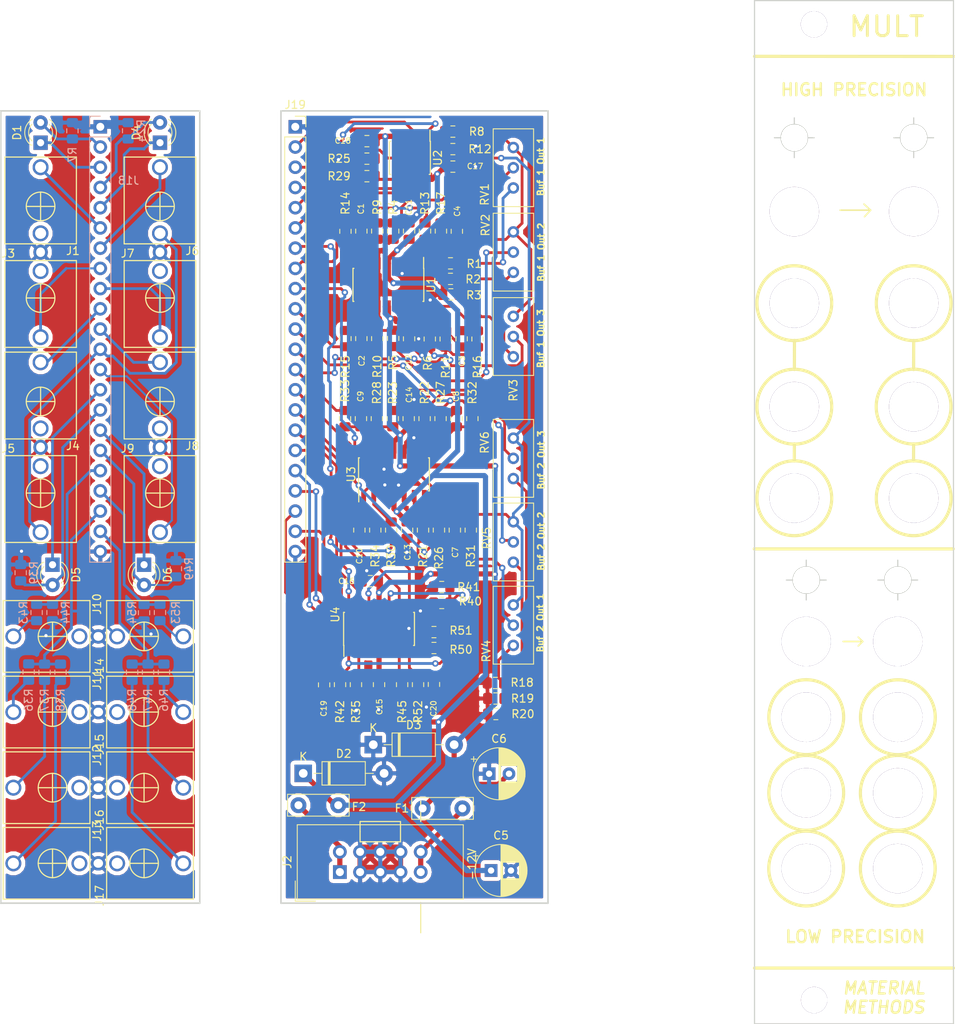
<source format=kicad_pcb>
(kicad_pcb (version 20171130) (host pcbnew "(5.0.1)-3")
  (layers (0 F.Cu signal) (31 B.Cu signal) (34 B.Paste user hide) (35 F.Paste user hide) (36 B.SilkS user) (37 F.SilkS user) (38 B.Mask user hide) (39 F.Mask user hide) (44 Edge.Cuts user))
  (net 0 "")
  (net 1 "Net-(C1-Pad1)")
  (net 2 "Net-(C1-Pad2)")
  (net 3 "Net-(C2-Pad2)")
  (net 4 "Net-(C2-Pad1)")
  (net 5 "Net-(C3-Pad1)")
  (net 6 "Net-(C3-Pad2)")
  (net 7 "Net-(C4-Pad2)")
  (net 8 B1S1)
  (net 9 +12V)
  (net 10 -12V)
  (net 11 "Net-(C7-Pad1)")
  (net 12 "Net-(C7-Pad2)")
  (net 13 "Net-(C8-Pad2)")
  (net 14 "Net-(C8-Pad1)")
  (net 15 "Net-(C9-Pad1)")
  (net 16 "Net-(C9-Pad2)")
  (net 17 "Net-(C10-Pad2)")
  (net 18 B2S1)
  (net 19 GND)
  (net 20 "Net-(C19-Pad2)")
  (net 21 B3out)
  (net 22 B4out)
  (net 23 "Net-(C20-Pad2)")
  (net 24 B1L1F)
  (net 25 B1L2F)
  (net 26 B2L2F)
  (net 27 B2L1F)
  (net 28 B3L2F)
  (net 29 B3L1F)
  (net 30 B4L1F)
  (net 31 B4L2F)
  (net 32 /-12Vin)
  (net 33 /+12Vin)
  (net 34 B1inF)
  (net 35 B1O1F)
  (net 36 B1O2F)
  (net 37 B1O3F)
  (net 38 B2inF)
  (net 39 B2O1F)
  (net 40 B2O2F)
  (net 41 B2O3F)
  (net 42 "Net-(J10-Pad3)")
  (net 43 "Net-(J14-Pad3)")
  (net 44 B3inF)
  (net 45 B4inF)
  (net 46 B3outF)
  (net 47 B4outF)
  (net 48 B4in)
  (net 49 B3in)
  (net 50 B4L2)
  (net 51 B4L1)
  (net 52 B3L2)
  (net 53 B3L1)
  (net 54 B2O3)
  (net 55 B1O3)
  (net 56 B2O2)
  (net 57 B1O2)
  (net 58 B2O1)
  (net 59 B1O1)
  (net 60 B2in)
  (net 61 B1in)
  (net 62 B2L1)
  (net 63 B2L2)
  (net 64 B1L1)
  (net 65 B1L2)
  (net 66 "Net-(R1-Pad2)")
  (net 67 "Net-(R2-Pad2)")
  (net 68 "Net-(R3-Pad2)")
  (net 69 "Net-(R4-Pad1)")
  (net 70 "Net-(R5-Pad1)")
  (net 71 "Net-(R6-Pad1)")
  (net 72 "Net-(R12-Pad2)")
  (net 73 "Net-(R18-Pad2)")
  (net 74 "Net-(R19-Pad2)")
  (net 75 "Net-(R20-Pad2)")
  (net 76 "Net-(R21-Pad1)")
  (net 77 "Net-(R22-Pad1)")
  (net 78 "Net-(R23-Pad1)")
  (net 79 "Net-(R25-Pad1)")
  (net 80 "Net-(R40-Pad1)")
  (net 81 "Net-(R50-Pad1)")
  (net 82 /B3out1)
  (net 83 /B3out2)
  (net 84 /B3out3)
  (net 85 /B4out1)
  (net 86 /B4out2)
  (net 87 /B4out3)
  (module Capacitor_SMD:C_0805_2012Metric_Pad1.15x1.40mm_HandSolder_smallText (layer F.Cu) (at 70.3 35.1 270)
    (fp_text reference C1 (at -2.794 0.05 270) (layer F.SilkS) (effects (font (size 0.7 0.7) (thickness 0.12))))
    (fp_text value 10pF)
    (pad 1 smd roundrect (at -1.025 0 270) (size 1.15 1.4) (layers F.Cu F.Paste F.Mask) (roundrect_rratio 0.217391) (net 1 "Net-(C1-Pad1)"))
    (pad 2 smd roundrect (at 1.025 0 270) (size 1.15 1.4) (layers F.Cu F.Paste F.Mask) (roundrect_rratio 0.217391) (net 2 "Net-(C1-Pad2)"))
  )
  (module Capacitor_SMD:C_0805_2012Metric_Pad1.15x1.40mm_HandSolder_smallText (layer F.Cu) (at 70.3 48.6 90)
    (fp_text reference C2 (at -2.794 0.05 90) (layer F.SilkS) (effects (font (size 0.7 0.7) (thickness 0.12))))
    (fp_text value 10pF)
    (pad 2 smd roundrect (at 1.025 0 90) (size 1.15 1.4) (layers F.Cu F.Paste F.Mask) (roundrect_rratio 0.217391) (net 3 "Net-(C2-Pad2)"))
    (pad 1 smd roundrect (at -1.025 0 90) (size 1.15 1.4) (layers F.Cu F.Paste F.Mask) (roundrect_rratio 0.217391) (net 4 "Net-(C2-Pad1)"))
  )
  (module Capacitor_SMD:C_0805_2012Metric_Pad1.15x1.40mm_HandSolder_smallText (layer F.Cu) (at 82.9 48.625 90)
    (fp_text reference C3 (at -2.794 0.05 90) (layer F.SilkS) (effects (font (size 0.7 0.7) (thickness 0.12))))
    (fp_text value 10pF)
    (pad 1 smd roundrect (at -1.025 0 90) (size 1.15 1.4) (layers F.Cu F.Paste F.Mask) (roundrect_rratio 0.217391) (net 5 "Net-(C3-Pad1)"))
    (pad 2 smd roundrect (at 1.025 0 90) (size 1.15 1.4) (layers F.Cu F.Paste F.Mask) (roundrect_rratio 0.217391) (net 6 "Net-(C3-Pad2)"))
  )
  (module Capacitor_SMD:C_0805_2012Metric_Pad1.15x1.40mm_HandSolder_smallText (layer F.Cu) (at 82.3 35.125 90)
    (fp_text reference C4 (at 2.525 0.05 90) (layer F.SilkS) (effects (font (size 0.7 0.7) (thickness 0.12))))
    (fp_text value 10pF)
    (pad 2 smd roundrect (at 1.025 0 90) (size 1.15 1.4) (layers F.Cu F.Paste F.Mask) (roundrect_rratio 0.217391) (net 7 "Net-(C4-Pad2)"))
    (pad 1 smd roundrect (at -1.025 0 90) (size 1.15 1.4) (layers F.Cu F.Paste F.Mask) (roundrect_rratio 0.217391) (net 8 B1S1))
  )
  (module Capacitor_THT:CP_Radial_D6.3mm_P2.50mm (layer F.Cu) (at 86.6 115.4)
    (fp_text reference C5 (at 1.25 -4.4) (layer F.SilkS))
    (fp_text value 100uF)
    (pad 1 thru_hole rect (at 0 0) (size 1.6 1.6) (drill 0.8) (layers *.Cu *.Mask) (net 9 +12V))
    (pad 2 thru_hole circle (at 2.5 0) (size 1.6 1.6) (drill 0.8) (layers *.Cu *.Mask) (net 19 GND))
  )
  (module Capacitor_THT:CP_Radial_D6.3mm_P2.50mm (layer F.Cu) (at 86.35 103.25)
    (fp_text reference C6 (at 1.25 -4.4) (layer F.SilkS))
    (fp_text value 100uF)
    (pad 2 thru_hole circle (at 2.5 0) (size 1.6 1.6) (drill 0.8) (layers *.Cu *.Mask) (net 10 -12V))
    (pad 1 thru_hole rect (at 0 0) (size 1.6 1.6) (drill 0.8) (layers *.Cu *.Mask) (net 19 GND))
  )
  (module Capacitor_SMD:C_0805_2012Metric_Pad1.15x1.40mm_HandSolder_smallText (layer F.Cu) (at 82.05 72.65 90)
    (fp_text reference C7 (at -2.794 0.05 90) (layer F.SilkS) (effects (font (size 0.7 0.7) (thickness 0.12))))
    (fp_text value 10pF)
    (pad 1 smd roundrect (at -1.025 0 90) (size 1.15 1.4) (layers F.Cu F.Paste F.Mask) (roundrect_rratio 0.217391) (net 11 "Net-(C7-Pad1)"))
    (pad 2 smd roundrect (at 1.025 0 90) (size 1.15 1.4) (layers F.Cu F.Paste F.Mask) (roundrect_rratio 0.217391) (net 12 "Net-(C7-Pad2)"))
  )
  (module Capacitor_SMD:C_0805_2012Metric_Pad1.15x1.40mm_HandSolder_smallText (layer F.Cu) (at 82.25 58.65 270)
    (fp_text reference C8 (at -2.794 0.05 270) (layer F.SilkS) (effects (font (size 0.7 0.7) (thickness 0.12))))
    (fp_text value 10pF)
    (pad 2 smd roundrect (at 1.025 0 270) (size 1.15 1.4) (layers F.Cu F.Paste F.Mask) (roundrect_rratio 0.217391) (net 13 "Net-(C8-Pad2)"))
    (pad 1 smd roundrect (at -1.025 0 270) (size 1.15 1.4) (layers F.Cu F.Paste F.Mask) (roundrect_rratio 0.217391) (net 14 "Net-(C8-Pad1)"))
  )
  (module Capacitor_SMD:C_0805_2012Metric_Pad1.15x1.40mm_HandSolder_smallText (layer F.Cu) (at 70.25 58.65 270)
    (fp_text reference C9 (at -2.794 0.05 270) (layer F.SilkS) (effects (font (size 0.7 0.7) (thickness 0.12))))
    (fp_text value 10pF)
    (pad 1 smd roundrect (at -1.025 0 270) (size 1.15 1.4) (layers F.Cu F.Paste F.Mask) (roundrect_rratio 0.217391) (net 15 "Net-(C9-Pad1)"))
    (pad 2 smd roundrect (at 1.025 0 270) (size 1.15 1.4) (layers F.Cu F.Paste F.Mask) (roundrect_rratio 0.217391) (net 16 "Net-(C9-Pad2)"))
  )
  (module Capacitor_SMD:C_0805_2012Metric_Pad1.15x1.40mm_HandSolder_smallText (layer F.Cu) (at 70.05 72.65 270)
    (fp_text reference C10 (at 3.25 0 270) (layer F.SilkS) (effects (font (size 0.7 0.7) (thickness 0.12))))
    (fp_text value 10pF)
    (pad 2 smd roundrect (at 1.025 0 270) (size 1.15 1.4) (layers F.Cu F.Paste F.Mask) (roundrect_rratio 0.217391) (net 17 "Net-(C10-Pad2)"))
    (pad 1 smd roundrect (at -1.025 0 270) (size 1.15 1.4) (layers F.Cu F.Paste F.Mask) (roundrect_rratio 0.217391) (net 18 B2S1))
  )
  (module Capacitor_SMD:C_0805_2012Metric_Pad1.15x1.40mm_HandSolder_smallText (layer F.Cu) (at 76.3 35.1 270)
    (fp_text reference C11 (at -3 0.05 270) (layer F.SilkS) (effects (font (size 0.7 0.7) (thickness 0.12))))
    (fp_text value 100nF)
    (pad 2 smd roundrect (at 1.025 0 270) (size 1.15 1.4) (layers F.Cu F.Paste F.Mask) (roundrect_rratio 0.217391) (net 9 +12V))
    (pad 1 smd roundrect (at -1.025 0 270) (size 1.15 1.4) (layers F.Cu F.Paste F.Mask) (roundrect_rratio 0.217391) (net 19 GND))
  )
  (module Capacitor_SMD:C_0805_2012Metric_Pad1.15x1.40mm_HandSolder_smallText (layer F.Cu) (at 76.3 48.625 270)
    (fp_text reference C12 (at 2.975 0.05 270) (layer F.SilkS) (effects (font (size 0.7 0.7) (thickness 0.12))))
    (fp_text value 100nF)
    (pad 1 smd roundrect (at -1.025 0 270) (size 1.15 1.4) (layers F.Cu F.Paste F.Mask) (roundrect_rratio 0.217391) (net 10 -12V))
    (pad 2 smd roundrect (at 1.025 0 270) (size 1.15 1.4) (layers F.Cu F.Paste F.Mask) (roundrect_rratio 0.217391) (net 19 GND))
  )
  (module Capacitor_SMD:C_0805_2012Metric_Pad1.15x1.40mm_HandSolder_smallText (layer F.Cu) (at 76.05 72.65 90)
    (fp_text reference C13 (at -2.794 0.05 90) (layer F.SilkS) (effects (font (size 0.7 0.7) (thickness 0.12))))
    (fp_text value 100nF)
    (pad 2 smd roundrect (at 1.025 0 90) (size 1.15 1.4) (layers F.Cu F.Paste F.Mask) (roundrect_rratio 0.217391) (net 9 +12V))
    (pad 1 smd roundrect (at -1.025 0 90) (size 1.15 1.4) (layers F.Cu F.Paste F.Mask) (roundrect_rratio 0.217391) (net 19 GND))
  )
  (module Capacitor_SMD:C_0805_2012Metric_Pad1.15x1.40mm_HandSolder_smallText (layer F.Cu) (at 76.25 58.65 90)
    (fp_text reference C14 (at 3 0.05 90) (layer F.SilkS) (effects (font (size 0.7 0.7) (thickness 0.12))))
    (fp_text value 100nF)
    (pad 1 smd roundrect (at -1.025 0 90) (size 1.15 1.4) (layers F.Cu F.Paste F.Mask) (roundrect_rratio 0.217391) (net 10 -12V))
    (pad 2 smd roundrect (at 1.025 0 90) (size 1.15 1.4) (layers F.Cu F.Paste F.Mask) (roundrect_rratio 0.217391) (net 19 GND))
  )
  (module Capacitor_SMD:C_0805_2012Metric_Pad1.15x1.40mm_HandSolder_smallText (layer F.Cu) (at 72.524179 92.058124 90)
    (fp_text reference C15 (at -2.794 0.05 90) (layer F.SilkS) (effects (font (size 0.7 0.7) (thickness 0.12))))
    (fp_text value 100nF)
    (pad 2 smd roundrect (at 1.025 0 90) (size 1.15 1.4) (layers F.Cu F.Paste F.Mask) (roundrect_rratio 0.217391) (net 9 +12V))
    (pad 1 smd roundrect (at -1.025 0 90) (size 1.15 1.4) (layers F.Cu F.Paste F.Mask) (roundrect_rratio 0.217391) (net 19 GND))
  )
  (module Capacitor_SMD:C_0805_2012Metric_Pad1.15x1.40mm_HandSolder_smallText (layer F.Cu) (at 71.424179 79.058124 180)
    (fp_text reference C16 (at 3 0 180) (layer F.SilkS) (effects (font (size 0.7 0.7) (thickness 0.12))))
    (fp_text value 100nF)
    (pad 1 smd roundrect (at -1.025 0 180) (size 1.15 1.4) (layers F.Cu F.Paste F.Mask) (roundrect_rratio 0.217391) (net 10 -12V))
    (pad 2 smd roundrect (at 1.025 0 180) (size 1.15 1.4) (layers F.Cu F.Paste F.Mask) (roundrect_rratio 0.217391) (net 19 GND))
  )
  (module Capacitor_SMD:C_0805_2012Metric_Pad1.15x1.40mm_HandSolder_smallText (layer F.Cu) (at 81.8 27 180)
    (fp_text reference C17 (at -2.794 0.05 180) (layer F.SilkS) (effects (font (size 0.7 0.7) (thickness 0.12))))
    (fp_text value 100nF)
    (pad 1 smd roundrect (at -1.025 0 180) (size 1.15 1.4) (layers F.Cu F.Paste F.Mask) (roundrect_rratio 0.217391) (net 19 GND))
    (pad 2 smd roundrect (at 1.025 0 180) (size 1.15 1.4) (layers F.Cu F.Paste F.Mask) (roundrect_rratio 0.217391) (net 9 +12V))
  )
  (module Capacitor_SMD:C_0805_2012Metric_Pad1.15x1.40mm_HandSolder_smallText (layer F.Cu) (at 71 23.8 180)
    (fp_text reference C18 (at 3.025 0.05 180) (layer F.SilkS) (effects (font (size 0.7 0.7) (thickness 0.12))))
    (fp_text value 100nF)
    (pad 2 smd roundrect (at 1.025 0 180) (size 1.15 1.4) (layers F.Cu F.Paste F.Mask) (roundrect_rratio 0.217391) (net 19 GND))
    (pad 1 smd roundrect (at -1.025 0 180) (size 1.15 1.4) (layers F.Cu F.Paste F.Mask) (roundrect_rratio 0.217391) (net 10 -12V))
  )
  (module Capacitor_SMD:C_0805_2012Metric_Pad1.15x1.40mm_HandSolder_smallText (layer F.Cu) (at 65.624179 92.083124 270)
    (fp_text reference C19 (at 2.975 0.05 270) (layer F.SilkS) (effects (font (size 0.7 0.7) (thickness 0.12))))
    (fp_text value 10pF)
    (pad 2 smd roundrect (at 1.025 0 270) (size 1.15 1.4) (layers F.Cu F.Paste F.Mask) (roundrect_rratio 0.217391) (net 20 "Net-(C19-Pad2)"))
    (pad 1 smd roundrect (at -1.025 0 270) (size 1.15 1.4) (layers F.Cu F.Paste F.Mask) (roundrect_rratio 0.217391) (net 21 B3out))
  )
  (module Capacitor_SMD:C_0805_2012Metric_Pad1.15x1.40mm_HandSolder_smallText (layer F.Cu) (at 79.424179 92.033124 270)
    (fp_text reference C20 (at 3.025 0.05 270) (layer F.SilkS) (effects (font (size 0.7 0.7) (thickness 0.12))))
    (fp_text value 10pF)
    (pad 1 smd roundrect (at -1.025 0 270) (size 1.15 1.4) (layers F.Cu F.Paste F.Mask) (roundrect_rratio 0.217391) (net 22 B4out))
    (pad 2 smd roundrect (at 1.025 0 270) (size 1.15 1.4) (layers F.Cu F.Paste F.Mask) (roundrect_rratio 0.217391) (net 23 "Net-(C20-Pad2)"))
  )
  (module LED_THT:LED_D3.0mm (layer F.Cu) (at 30 24 90)
    (fp_text reference D1 (at 1.27 -2.96 90) (layer F.SilkS))
    (fp_text value "Tayda A-1076")
    (pad 1 thru_hole rect (at 0 0 90) (size 1.8 1.8) (drill 0.9) (layers *.Cu *.Mask) (net 24 B1L1F))
    (pad 2 thru_hole circle (at 2.54 0 90) (size 1.8 1.8) (drill 0.9) (layers *.Cu *.Mask) (net 25 B1L2F))
  )
  (module Diode_THT:D_DO-41_SOD81_P10.16mm_Horizontal (layer F.Cu) (at 63 103.2)
    (fp_text reference D2 (at 5.08 -2.47) (layer F.SilkS))
    (fp_text value 1N4001)
    (fp_text user K (at 0 -2.1) (layer F.SilkS))
    (pad 2 thru_hole oval (at 10.16 0) (size 2.2 2.2) (drill 1.1) (layers *.Cu *.Mask) (net 19 GND))
    (pad 1 thru_hole rect (at 0 0) (size 2.2 2.2) (drill 1.1) (layers *.Cu *.Mask) (net 9 +12V))
  )
  (module Diode_THT:D_DO-41_SOD81_P10.16mm_Horizontal (layer F.Cu) (at 71.8 99.6)
    (fp_text reference D3 (at 5.08 -2.47) (layer F.SilkS))
    (fp_text value 1N4001)
    (fp_text user K (at 0 -2.1) (layer F.SilkS))
    (pad 1 thru_hole rect (at 0 0) (size 2.2 2.2) (drill 1.1) (layers *.Cu *.Mask) (net 19 GND))
    (pad 2 thru_hole oval (at 10.16 0) (size 2.2 2.2) (drill 1.1) (layers *.Cu *.Mask) (net 10 -12V))
  )
  (module LED_THT:LED_D3.0mm (layer F.Cu) (at 45 24 90)
    (fp_text reference D4 (at 1.27 -2.96 90) (layer F.SilkS))
    (fp_text value "Tayda A-1076")
    (pad 2 thru_hole circle (at 2.54 0 90) (size 1.8 1.8) (drill 0.9) (layers *.Cu *.Mask) (net 26 B2L2F))
    (pad 1 thru_hole rect (at 0 0 90) (size 1.8 1.8) (drill 0.9) (layers *.Cu *.Mask) (net 27 B2L1F))
  )
  (module LED_THT:LED_D3.0mm (layer F.Cu) (at 31.5 77 270)
    (fp_text reference D5 (at 1.27 -2.96 270) (layer F.SilkS))
    (fp_text value "Tayda A-1076")
    (pad 2 thru_hole circle (at 2.54 0 270) (size 1.8 1.8) (drill 0.9) (layers *.Cu *.Mask) (net 28 B3L2F))
    (pad 1 thru_hole rect (at 0 0 270) (size 1.8 1.8) (drill 0.9) (layers *.Cu *.Mask) (net 29 B3L1F))
  )
  (module LED_THT:LED_D3.0mm (layer F.Cu) (at 43 77 270)
    (fp_text reference D6 (at 1.27 -2.96 270) (layer F.SilkS))
    (fp_text value "Tayda A-1076")
    (pad 1 thru_hole rect (at 0 0 270) (size 1.8 1.8) (drill 0.9) (layers *.Cu *.Mask) (net 30 B4L1F))
    (pad 2 thru_hole circle (at 2.54 0 270) (size 1.8 1.8) (drill 0.9) (layers *.Cu *.Mask) (net 31 B4L2F))
  )
  (module Capacitor_THT:C_Disc_D7.5mm_W2.5mm_P5.00mm (layer F.Cu) (at 83 107.6 180)
    (fp_text reference F1 (at 7.6 0 180) (layer F.SilkS))
    (fp_text value "Polyfuse 250mA (A-1391)")
    (pad 2 thru_hole circle (at 5 0 180) (size 2 2) (drill 1) (layers *.Cu *.Mask) (net 10 -12V))
    (pad 1 thru_hole circle (at 0 0 180) (size 2 2) (drill 1) (layers *.Cu *.Mask) (net 32 /-12Vin))
  )
  (module Capacitor_THT:C_Disc_D7.5mm_W2.5mm_P5.00mm (layer F.Cu) (at 67.4 107.2 180)
    (fp_text reference F2 (at -2.6 -0.2 180) (layer F.SilkS))
    (fp_text value "Polyfuse 250mA (A-1391)")
    (pad 1 thru_hole circle (at 0 0 180) (size 2 2) (drill 1) (layers *.Cu *.Mask) (net 9 +12V))
    (pad 2 thru_hole circle (at 5 0 180) (size 2 2) (drill 1) (layers *.Cu *.Mask) (net 33 /+12Vin))
  )
  (module Eurocad:PJ301M-12_Compact (layer F.Cu) (at 30 32)
    (fp_text reference J1 (at 4.064 5.588) (layer F.SilkS))
    (fp_text value PJ301M-12)
    (pad 2 thru_hole circle (at 0 3.38) (size 2 2) (drill 1.4) (layers *.Cu *.Mask))
    (pad 1 thru_hole circle (at 0 5.8) (size 1.8 1.8) (drill 1.1) (layers *.Cu *.Mask) (net 19 GND))
    (pad 3 thru_hole circle (at 0 -4.92) (size 2 2) (drill 1.4) (layers *.Cu *.Mask) (net 34 B1inF))
  )
  (module Eurocad:Eurorack_power_header (layer F.Cu) (at 67.6 115.6 90)
    (fp_text reference J2 (at 1.27 -6.604 90) (layer F.SilkS))
    (fp_text value EURO_PWR_2x5)
    (fp_text user -12V (at 1 16.6 90) (layer F.SilkS))
    (pad 1 thru_hole rect (at 0 0 90) (size 1.7272 1.7272) (drill 1.016) (layers *.Cu *.Mask) (net 33 /+12Vin))
    (pad 2 thru_hole oval (at 2.54 0 90) (size 1.7272 1.7272) (drill 1.016) (layers *.Cu *.Mask) (net 33 /+12Vin))
    (pad 3 thru_hole oval (at 0 2.54 90) (size 1.7272 1.7272) (drill 1.016) (layers *.Cu *.Mask) (net 19 GND))
    (pad 4 thru_hole oval (at 2.54 2.54 90) (size 1.7272 1.7272) (drill 1.016) (layers *.Cu *.Mask) (net 19 GND))
    (pad 5 thru_hole oval (at 0 5.08 90) (size 1.7272 1.7272) (drill 1.016) (layers *.Cu *.Mask) (net 19 GND))
    (pad 6 thru_hole oval (at 2.54 5.08 90) (size 1.7272 1.7272) (drill 1.016) (layers *.Cu *.Mask) (net 19 GND))
    (pad 7 thru_hole oval (at 0 7.62 90) (size 1.7272 1.7272) (drill 1.016) (layers *.Cu *.Mask) (net 19 GND))
    (pad 8 thru_hole oval (at 2.54 7.62 90) (size 1.7272 1.7272) (drill 1.016) (layers *.Cu *.Mask) (net 19 GND))
    (pad 9 thru_hole oval (at 0 10.16 90) (size 1.7272 1.7272) (drill 1.016) (layers *.Cu *.Mask) (net 32 /-12Vin))
    (pad 10 thru_hole oval (at 2.54 10.16 90) (size 1.7272 1.7272) (drill 1.016) (layers *.Cu *.Mask) (net 32 /-12Vin))
  )
  (module Eurocad:PJ301M-12_Compact (layer F.Cu) (at 30 43.5 180)
    (fp_text reference J3 (at 4.064 5.588 180) (layer F.SilkS))
    (fp_text value PJ301M-12)
    (pad 3 thru_hole circle (at 0 -4.92 180) (size 2 2) (drill 1.4) (layers *.Cu *.Mask) (net 35 B1O1F))
    (pad 1 thru_hole circle (at 0 5.8 180) (size 1.8 1.8) (drill 1.1) (layers *.Cu *.Mask) (net 19 GND))
    (pad 2 thru_hole circle (at 0 3.38 180) (size 2 2) (drill 1.4) (layers *.Cu *.Mask))
  )
  (module Eurocad:PJ301M-12_Compact (layer F.Cu) (at 30 56.5)
    (fp_text reference J4 (at 4.064 5.588) (layer F.SilkS))
    (fp_text value PJ301M-12)
    (pad 2 thru_hole circle (at 0 3.38) (size 2 2) (drill 1.4) (layers *.Cu *.Mask))
    (pad 1 thru_hole circle (at 0 5.8) (size 1.8 1.8) (drill 1.1) (layers *.Cu *.Mask) (net 19 GND))
    (pad 3 thru_hole circle (at 0 -4.92) (size 2 2) (drill 1.4) (layers *.Cu *.Mask) (net 36 B1O2F))
  )
  (module Eurocad:PJ301M-12_Compact (layer F.Cu) (at 30 68 180)
    (fp_text reference J5 (at 4.064 5.588 180) (layer F.SilkS))
    (fp_text value PJ301M-12)
    (pad 3 thru_hole circle (at 0 -4.92 180) (size 2 2) (drill 1.4) (layers *.Cu *.Mask) (net 37 B1O3F))
    (pad 1 thru_hole circle (at 0 5.8 180) (size 1.8 1.8) (drill 1.1) (layers *.Cu *.Mask) (net 19 GND))
    (pad 2 thru_hole circle (at 0 3.38 180) (size 2 2) (drill 1.4) (layers *.Cu *.Mask))
  )
  (module Eurocad:PJ301M-12_Compact (layer F.Cu) (at 45 32)
    (fp_text reference J6 (at 4.064 5.588) (layer F.SilkS))
    (fp_text value PJ301M-12)
    (pad 2 thru_hole circle (at 0 3.38) (size 2 2) (drill 1.4) (layers *.Cu *.Mask) (net 37 B1O3F))
    (pad 1 thru_hole circle (at 0 5.8) (size 1.8 1.8) (drill 1.1) (layers *.Cu *.Mask) (net 19 GND))
    (pad 3 thru_hole circle (at 0 -4.92) (size 2 2) (drill 1.4) (layers *.Cu *.Mask) (net 38 B2inF))
  )
  (module Eurocad:PJ301M-12_Compact (layer F.Cu) (at 45 43.5 180)
    (fp_text reference J7 (at 4.064 5.588 180) (layer F.SilkS))
    (fp_text value PJ301M-12)
    (pad 2 thru_hole circle (at 0 3.38 180) (size 2 2) (drill 1.4) (layers *.Cu *.Mask))
    (pad 1 thru_hole circle (at 0 5.8 180) (size 1.8 1.8) (drill 1.1) (layers *.Cu *.Mask) (net 19 GND))
    (pad 3 thru_hole circle (at 0 -4.92 180) (size 2 2) (drill 1.4) (layers *.Cu *.Mask) (net 39 B2O1F))
  )
  (module Eurocad:PJ301M-12_Compact (layer F.Cu) (at 45 56.5)
    (fp_text reference J8 (at 4.064 5.588) (layer F.SilkS))
    (fp_text value PJ301M-12)
    (pad 3 thru_hole circle (at 0 -4.92) (size 2 2) (drill 1.4) (layers *.Cu *.Mask) (net 40 B2O2F))
    (pad 1 thru_hole circle (at 0 5.8) (size 1.8 1.8) (drill 1.1) (layers *.Cu *.Mask) (net 19 GND))
    (pad 2 thru_hole circle (at 0 3.38) (size 2 2) (drill 1.4) (layers *.Cu *.Mask))
  )
  (module Eurocad:PJ301M-12_Compact (layer F.Cu) (at 45 68 180)
    (fp_text reference J9 (at 4.064 5.588 180) (layer F.SilkS))
    (fp_text value PJ301M-12)
    (pad 2 thru_hole circle (at 0 3.38 180) (size 2 2) (drill 1.4) (layers *.Cu *.Mask))
    (pad 1 thru_hole circle (at 0 5.8 180) (size 1.8 1.8) (drill 1.1) (layers *.Cu *.Mask) (net 19 GND))
    (pad 3 thru_hole circle (at 0 -4.92 180) (size 2 2) (drill 1.4) (layers *.Cu *.Mask) (net 41 B2O3F))
  )
  (module Eurocad:PJ301M-12_Compact (layer F.Cu) (at 31.5 86 90)
    (fp_text reference J10 (at 4.064 5.588 90) (layer F.SilkS))
    (fp_text value PJ301M-12)
    (pad 3 thru_hole circle (at 0 -4.92 90) (size 2 2) (drill 1.4) (layers *.Cu *.Mask) (net 42 "Net-(J10-Pad3)"))
    (pad 1 thru_hole circle (at 0 5.8 90) (size 1.8 1.8) (drill 1.1) (layers *.Cu *.Mask) (net 19 GND))
    (pad 2 thru_hole circle (at 0 3.38 90) (size 2 2) (drill 1.4) (layers *.Cu *.Mask))
  )
  (module Eurocad:PJ301M-12_Compact (layer F.Cu) (at 31.5 95.5 90)
    (fp_text reference J11 (at 4.064 5.588 90) (layer F.SilkS))
    (fp_text value PJ301M-12)
    (pad 3 thru_hole circle (at 0 -4.92 90) (size 2 2) (drill 1.4) (layers *.Cu *.Mask) (net 82 /B3out1))
    (pad 1 thru_hole circle (at 0 5.8 90) (size 1.8 1.8) (drill 1.1) (layers *.Cu *.Mask) (net 19 GND))
    (pad 2 thru_hole circle (at 0 3.38 90) (size 2 2) (drill 1.4) (layers *.Cu *.Mask))
  )
  (module Eurocad:PJ301M-12_Compact (layer F.Cu) (at 31.5 105 90)
    (fp_text reference J12 (at 4.064 5.588 90) (layer F.SilkS))
    (fp_text value PJ301M-12)
    (pad 3 thru_hole circle (at 0 -4.92 90) (size 2 2) (drill 1.4) (layers *.Cu *.Mask) (net 83 /B3out2))
    (pad 1 thru_hole circle (at 0 5.8 90) (size 1.8 1.8) (drill 1.1) (layers *.Cu *.Mask) (net 19 GND))
    (pad 2 thru_hole circle (at 0 3.38 90) (size 2 2) (drill 1.4) (layers *.Cu *.Mask))
  )
  (module Eurocad:PJ301M-12_Compact (layer F.Cu) (at 31.5 114.5 90)
    (fp_text reference J13 (at 4.064 5.588 90) (layer F.SilkS))
    (fp_text value PJ301M-12)
    (pad 3 thru_hole circle (at 0 -4.92 90) (size 2 2) (drill 1.4) (layers *.Cu *.Mask) (net 84 /B3out3))
    (pad 1 thru_hole circle (at 0 5.8 90) (size 1.8 1.8) (drill 1.1) (layers *.Cu *.Mask) (net 19 GND))
    (pad 2 thru_hole circle (at 0 3.38 90) (size 2 2) (drill 1.4) (layers *.Cu *.Mask))
  )
  (module Eurocad:PJ301M-12_Compact (layer F.Cu) (at 43 86 270)
    (fp_text reference J14 (at 4.064 5.588 270) (layer F.SilkS))
    (fp_text value PJ301M-12)
    (pad 2 thru_hole circle (at 0 3.38 270) (size 2 2) (drill 1.4) (layers *.Cu *.Mask) (net 46 B3outF))
    (pad 1 thru_hole circle (at 0 5.8 270) (size 1.8 1.8) (drill 1.1) (layers *.Cu *.Mask) (net 19 GND))
    (pad 3 thru_hole circle (at 0 -4.92 270) (size 2 2) (drill 1.4) (layers *.Cu *.Mask) (net 43 "Net-(J14-Pad3)"))
  )
  (module Eurocad:PJ301M-12_Compact (layer F.Cu) (at 43 95.5 270)
    (fp_text reference J15 (at 4.064 5.588 270) (layer F.SilkS))
    (fp_text value PJ301M-12)
    (pad 2 thru_hole circle (at 0 3.38 270) (size 2 2) (drill 1.4) (layers *.Cu *.Mask))
    (pad 1 thru_hole circle (at 0 5.8 270) (size 1.8 1.8) (drill 1.1) (layers *.Cu *.Mask) (net 19 GND))
    (pad 3 thru_hole circle (at 0 -4.92 270) (size 2 2) (drill 1.4) (layers *.Cu *.Mask) (net 85 /B4out1))
  )
  (module Eurocad:PJ301M-12_Compact (layer F.Cu) (at 43 105 270)
    (fp_text reference J16 (at 4.064 5.588 270) (layer F.SilkS))
    (fp_text value PJ301M-12)
    (pad 3 thru_hole circle (at 0 -4.92 270) (size 2 2) (drill 1.4) (layers *.Cu *.Mask) (net 86 /B4out2))
    (pad 1 thru_hole circle (at 0 5.8 270) (size 1.8 1.8) (drill 1.1) (layers *.Cu *.Mask) (net 19 GND))
    (pad 2 thru_hole circle (at 0 3.38 270) (size 2 2) (drill 1.4) (layers *.Cu *.Mask))
  )
  (module Eurocad:PJ301M-12_Compact (layer F.Cu) (at 43 114.5 270)
    (fp_text reference J17 (at 4.064 5.588 270) (layer F.SilkS))
    (fp_text value PJ301M-12)
    (pad 2 thru_hole circle (at 0 3.38 270) (size 2 2) (drill 1.4) (layers *.Cu *.Mask))
    (pad 1 thru_hole circle (at 0 5.8 270) (size 1.8 1.8) (drill 1.1) (layers *.Cu *.Mask) (net 19 GND))
    (pad 3 thru_hole circle (at 0 -4.92 270) (size 2 2) (drill 1.4) (layers *.Cu *.Mask) (net 87 /B4out3))
  )
  (module Connector_PinSocket_2.54mm:PinSocket_1x22_P2.54mm_Vertical (layer B.Cu) (at 37.5 22 180)
    (fp_text reference J18 (at -3.55 -6.75 180) (layer B.SilkS) (effects (justify mirror)))
    (fp_text value Conn_01x22_Female)
    (pad 1 thru_hole rect (at 0 0 180) (size 1.7 1.7) (drill 1) (layers *.Cu *.Mask) (net 19 GND))
    (pad 2 thru_hole oval (at 0 -2.54 180) (size 1.7 1.7) (drill 1) (layers *.Cu *.Mask) (net 25 B1L2F))
    (pad 3 thru_hole oval (at 0 -5.08 180) (size 1.7 1.7) (drill 1) (layers *.Cu *.Mask) (net 24 B1L1F))
    (pad 4 thru_hole oval (at 0 -7.62 180) (size 1.7 1.7) (drill 1) (layers *.Cu *.Mask) (net 26 B2L2F))
    (pad 5 thru_hole oval (at 0 -10.16 180) (size 1.7 1.7) (drill 1) (layers *.Cu *.Mask) (net 27 B2L1F))
    (pad 6 thru_hole oval (at 0 -12.7 180) (size 1.7 1.7) (drill 1) (layers *.Cu *.Mask) (net 34 B1inF))
    (pad 7 thru_hole oval (at 0 -15.24 180) (size 1.7 1.7) (drill 1) (layers *.Cu *.Mask) (net 38 B2inF))
    (pad 8 thru_hole oval (at 0 -17.78 180) (size 1.7 1.7) (drill 1) (layers *.Cu *.Mask) (net 35 B1O1F))
    (pad 9 thru_hole oval (at 0 -20.32 180) (size 1.7 1.7) (drill 1) (layers *.Cu *.Mask) (net 39 B2O1F))
    (pad 10 thru_hole oval (at 0 -22.86 180) (size 1.7 1.7) (drill 1) (layers *.Cu *.Mask) (net 36 B1O2F))
    (pad 11 thru_hole oval (at 0 -25.4 180) (size 1.7 1.7) (drill 1) (layers *.Cu *.Mask) (net 40 B2O2F))
    (pad 12 thru_hole oval (at 0 -27.94 180) (size 1.7 1.7) (drill 1) (layers *.Cu *.Mask) (net 37 B1O3F))
    (pad 13 thru_hole oval (at 0 -30.48 180) (size 1.7 1.7) (drill 1) (layers *.Cu *.Mask) (net 41 B2O3F))
    (pad 14 thru_hole oval (at 0 -33.02 180) (size 1.7 1.7) (drill 1) (layers *.Cu *.Mask) (net 29 B3L1F))
    (pad 15 thru_hole oval (at 0 -35.56 180) (size 1.7 1.7) (drill 1) (layers *.Cu *.Mask) (net 28 B3L2F))
    (pad 16 thru_hole oval (at 0 -38.1 180) (size 1.7 1.7) (drill 1) (layers *.Cu *.Mask) (net 30 B4L1F))
    (pad 17 thru_hole oval (at 0 -40.64 180) (size 1.7 1.7) (drill 1) (layers *.Cu *.Mask) (net 31 B4L2F))
    (pad 18 thru_hole oval (at 0 -43.18 180) (size 1.7 1.7) (drill 1) (layers *.Cu *.Mask) (net 44 B3inF))
    (pad 19 thru_hole oval (at 0 -45.72 180) (size 1.7 1.7) (drill 1) (layers *.Cu *.Mask) (net 45 B4inF))
    (pad 20 thru_hole oval (at 0 -48.26 180) (size 1.7 1.7) (drill 1) (layers *.Cu *.Mask) (net 46 B3outF))
    (pad 21 thru_hole oval (at 0 -50.8 180) (size 1.7 1.7) (drill 1) (layers *.Cu *.Mask) (net 47 B4outF))
    (pad 22 thru_hole oval (at 0 -53.34 180) (size 1.7 1.7) (drill 1) (layers *.Cu *.Mask) (net 19 GND))
  )
  (module Connector_PinSocket_2.54mm:PinSocket_1x22_P2.54mm_Vertical (layer F.Cu) (at 62 22)
    (fp_text reference J19 (at 0 -2.77) (layer F.SilkS))
    (fp_text value Conn_01x22_Male)
    (pad 22 thru_hole oval (at 0 53.34) (size 1.7 1.7) (drill 1) (layers *.Cu *.Mask) (net 19 GND))
    (pad 21 thru_hole oval (at 0 50.8) (size 1.7 1.7) (drill 1) (layers *.Cu *.Mask) (net 22 B4out))
    (pad 20 thru_hole oval (at 0 48.26) (size 1.7 1.7) (drill 1) (layers *.Cu *.Mask) (net 21 B3out))
    (pad 19 thru_hole oval (at 0 45.72) (size 1.7 1.7) (drill 1) (layers *.Cu *.Mask) (net 48 B4in))
    (pad 18 thru_hole oval (at 0 43.18) (size 1.7 1.7) (drill 1) (layers *.Cu *.Mask) (net 49 B3in))
    (pad 17 thru_hole oval (at 0 40.64) (size 1.7 1.7) (drill 1) (layers *.Cu *.Mask) (net 50 B4L2))
    (pad 16 thru_hole oval (at 0 38.1) (size 1.7 1.7) (drill 1) (layers *.Cu *.Mask) (net 51 B4L1))
    (pad 15 thru_hole oval (at 0 35.56) (size 1.7 1.7) (drill 1) (layers *.Cu *.Mask) (net 52 B3L2))
    (pad 14 thru_hole oval (at 0 33.02) (size 1.7 1.7) (drill 1) (layers *.Cu *.Mask) (net 53 B3L1))
    (pad 13 thru_hole oval (at 0 30.48) (size 1.7 1.7) (drill 1) (layers *.Cu *.Mask) (net 54 B2O3))
    (pad 12 thru_hole oval (at 0 27.94) (size 1.7 1.7) (drill 1) (layers *.Cu *.Mask) (net 55 B1O3))
    (pad 11 thru_hole oval (at 0 25.4) (size 1.7 1.7) (drill 1) (layers *.Cu *.Mask) (net 56 B2O2))
    (pad 10 thru_hole oval (at 0 22.86) (size 1.7 1.7) (drill 1) (layers *.Cu *.Mask) (net 57 B1O2))
    (pad 9 thru_hole oval (at 0 20.32) (size 1.7 1.7) (drill 1) (layers *.Cu *.Mask) (net 58 B2O1))
    (pad 8 thru_hole oval (at 0 17.78) (size 1.7 1.7) (drill 1) (layers *.Cu *.Mask) (net 59 B1O1))
    (pad 7 thru_hole oval (at 0 15.24) (size 1.7 1.7) (drill 1) (layers *.Cu *.Mask) (net 60 B2in))
    (pad 6 thru_hole oval (at 0 12.7) (size 1.7 1.7) (drill 1) (layers *.Cu *.Mask) (net 61 B1in))
    (pad 5 thru_hole oval (at 0 10.16) (size 1.7 1.7) (drill 1) (layers *.Cu *.Mask) (net 62 B2L1))
    (pad 4 thru_hole oval (at 0 7.62) (size 1.7 1.7) (drill 1) (layers *.Cu *.Mask) (net 63 B2L2))
    (pad 3 thru_hole oval (at 0 5.08) (size 1.7 1.7) (drill 1) (layers *.Cu *.Mask) (net 64 B1L1))
    (pad 2 thru_hole oval (at 0 2.54) (size 1.7 1.7) (drill 1) (layers *.Cu *.Mask) (net 65 B1L2))
    (pad 1 thru_hole rect (at 0 0) (size 1.7 1.7) (drill 1) (layers *.Cu *.Mask) (net 19 GND))
  )
  (module Resistor_SMD:R_0805_2012Metric_Pad1.15x1.40mm_HandSolder (layer F.Cu) (at 81.5 39.15)
    (fp_text reference R1 (at 3 0.05) (layer F.SilkS))
    (fp_text value 10k)
    (pad 2 smd roundrect (at 1.025 0) (size 1.15 1.4) (layers F.Cu F.Paste F.Mask) (roundrect_rratio 0.217391) (net 66 "Net-(R1-Pad2)"))
    (pad 1 smd roundrect (at -1.025 0) (size 1.15 1.4) (layers F.Cu F.Paste F.Mask) (roundrect_rratio 0.217391) (net 19 GND))
  )
  (module Resistor_SMD:R_0805_2012Metric_Pad1.15x1.40mm_HandSolder (layer F.Cu) (at 81.5 41.1)
    (fp_text reference R2 (at 2.85 0.05) (layer F.SilkS))
    (fp_text value 10k)
    (pad 1 smd roundrect (at -1.025 0) (size 1.15 1.4) (layers F.Cu F.Paste F.Mask) (roundrect_rratio 0.217391) (net 19 GND))
    (pad 2 smd roundrect (at 1.025 0) (size 1.15 1.4) (layers F.Cu F.Paste F.Mask) (roundrect_rratio 0.217391) (net 67 "Net-(R2-Pad2)"))
  )
  (module Resistor_SMD:R_0805_2012Metric_Pad1.15x1.40mm_HandSolder (layer F.Cu) (at 81.55 43.05)
    (fp_text reference R3 (at 2.9 0.1) (layer F.SilkS))
    (fp_text value 10k)
    (pad 1 smd roundrect (at -1.025 0) (size 1.15 1.4) (layers F.Cu F.Paste F.Mask) (roundrect_rratio 0.217391) (net 19 GND))
    (pad 2 smd roundrect (at 1.025 0) (size 1.15 1.4) (layers F.Cu F.Paste F.Mask) (roundrect_rratio 0.217391) (net 68 "Net-(R3-Pad2)"))
  )
  (module Resistor_SMD:R_0805_2012Metric_Pad1.15x1.40mm_HandSolder (layer F.Cu) (at 74.3 35.1 270)
    (fp_text reference R4 (at -3 0 270) (layer F.SilkS))
    (fp_text value 47k)
    (pad 1 smd roundrect (at -1.025 0 270) (size 1.15 1.4) (layers F.Cu F.Paste F.Mask) (roundrect_rratio 0.217391) (net 69 "Net-(R4-Pad1)"))
    (pad 2 smd roundrect (at 1.025 0 270) (size 1.15 1.4) (layers F.Cu F.Paste F.Mask) (roundrect_rratio 0.217391) (net 1 "Net-(C1-Pad1)"))
  )
  (module Resistor_SMD:R_0805_2012Metric_Pad1.15x1.40mm_HandSolder (layer F.Cu) (at 74.3 48.575 90)
    (fp_text reference R5 (at -3.025 0 90) (layer F.SilkS))
    (fp_text value 47k)
    (pad 2 smd roundrect (at 1.025 0 90) (size 1.15 1.4) (layers F.Cu F.Paste F.Mask) (roundrect_rratio 0.217391) (net 4 "Net-(C2-Pad1)"))
    (pad 1 smd roundrect (at -1.025 0 90) (size 1.15 1.4) (layers F.Cu F.Paste F.Mask) (roundrect_rratio 0.217391) (net 70 "Net-(R5-Pad1)"))
  )
  (module Resistor_SMD:R_0805_2012Metric_Pad1.15x1.40mm_HandSolder (layer F.Cu) (at 78.9 48.65 90)
    (fp_text reference R6 (at -3 -0.25 90) (layer F.SilkS))
    (fp_text value 47k)
    (pad 2 smd roundrect (at 1.025 0 90) (size 1.15 1.4) (layers F.Cu F.Paste F.Mask) (roundrect_rratio 0.217391) (net 5 "Net-(C3-Pad1)"))
    (pad 1 smd roundrect (at -1.025 0 90) (size 1.15 1.4) (layers F.Cu F.Paste F.Mask) (roundrect_rratio 0.217391) (net 71 "Net-(R6-Pad1)"))
  )
  (module Resistor_SMD:R_0805_2012Metric_Pad1.15x1.40mm_HandSolder (layer B.Cu) (at 34 22.5 90)
    (fp_text reference R7 (at -3 0 90) (layer B.SilkS) (effects (justify mirror)))
    (fp_text value 660R)
    (pad 1 smd roundrect (at -1.025 0 90) (size 1.15 1.4) (layers B.Cu B.Paste B.Mask) (roundrect_rratio 0.217391) (net 25 B1L2F))
    (pad 2 smd roundrect (at 1.025 0 90) (size 1.15 1.4) (layers B.Cu B.Paste B.Mask) (roundrect_rratio 0.217391) (net 19 GND))
  )
  (module Resistor_SMD:R_0805_2012Metric_Pad1.15x1.40mm_HandSolder (layer F.Cu) (at 81.8 22.6)
    (fp_text reference R8 (at 3 0) (layer F.SilkS))
    (fp_text value 1M)
    (pad 1 smd roundrect (at -1.025 0) (size 1.15 1.4) (layers F.Cu F.Paste F.Mask) (roundrect_rratio 0.217391) (net 72 "Net-(R12-Pad2)"))
    (pad 2 smd roundrect (at 1.025 0) (size 1.15 1.4) (layers F.Cu F.Paste F.Mask) (roundrect_rratio 0.217391) (net 8 B1S1))
  )
  (module Resistor_SMD:R_0805_2012Metric_Pad1.15x1.40mm_HandSolder (layer F.Cu) (at 72.3 35.1 90)
    (fp_text reference R9 (at 3 0 90) (layer F.SilkS))
    (fp_text value 51k)
    (pad 2 smd roundrect (at 1.025 0 90) (size 1.15 1.4) (layers F.Cu F.Paste F.Mask) (roundrect_rratio 0.217391) (net 59 B1O1))
    (pad 1 smd roundrect (at -1.025 0 90) (size 1.15 1.4) (layers F.Cu F.Paste F.Mask) (roundrect_rratio 0.217391) (net 1 "Net-(C1-Pad1)"))
  )
  (module Resistor_SMD:R_0805_2012Metric_Pad1.15x1.40mm_HandSolder (layer F.Cu) (at 72.3 48.6 270)
    (fp_text reference R10 (at 3.5 0 270) (layer F.SilkS))
    (fp_text value 51k)
    (pad 2 smd roundrect (at 1.025 0 270) (size 1.15 1.4) (layers F.Cu F.Paste F.Mask) (roundrect_rratio 0.217391) (net 57 B1O2))
    (pad 1 smd roundrect (at -1.025 0 270) (size 1.15 1.4) (layers F.Cu F.Paste F.Mask) (roundrect_rratio 0.217391) (net 4 "Net-(C2-Pad1)"))
  )
  (module Resistor_SMD:R_0805_2012Metric_Pad1.15x1.40mm_HandSolder (layer F.Cu) (at 80.9 48.65 270)
    (fp_text reference R11 (at 3.5 0 270) (layer F.SilkS))
    (fp_text value 51k)
    (pad 1 smd roundrect (at -1.025 0 270) (size 1.15 1.4) (layers F.Cu F.Paste F.Mask) (roundrect_rratio 0.217391) (net 5 "Net-(C3-Pad1)"))
    (pad 2 smd roundrect (at 1.025 0 270) (size 1.15 1.4) (layers F.Cu F.Paste F.Mask) (roundrect_rratio 0.217391) (net 55 B1O3))
  )
  (module Resistor_SMD:R_0805_2012Metric_Pad1.15x1.40mm_HandSolder (layer F.Cu) (at 81.8 24.8 180)
    (fp_text reference R12 (at -3.4 0 180) (layer F.SilkS))
    (fp_text value 1M)
    (pad 2 smd roundrect (at 1.025 0 180) (size 1.15 1.4) (layers F.Cu F.Paste F.Mask) (roundrect_rratio 0.217391) (net 72 "Net-(R12-Pad2)"))
    (pad 1 smd roundrect (at -1.025 0 180) (size 1.15 1.4) (layers F.Cu F.Paste F.Mask) (roundrect_rratio 0.217391) (net 19 GND))
  )
  (module Resistor_SMD:R_0805_2012Metric_Pad1.15x1.40mm_HandSolder (layer F.Cu) (at 78.3 35.1 90)
    (fp_text reference R13 (at 3.5 0 90) (layer F.SilkS))
    (fp_text value 100K)
    (pad 1 smd roundrect (at -1.025 0 90) (size 1.15 1.4) (layers F.Cu F.Paste F.Mask) (roundrect_rratio 0.217391) (net 7 "Net-(C4-Pad2)"))
    (pad 2 smd roundrect (at 1.025 0 90) (size 1.15 1.4) (layers F.Cu F.Paste F.Mask) (roundrect_rratio 0.217391) (net 61 B1in))
  )
  (module Resistor_SMD:R_0805_2012Metric_Pad1.15x1.40mm_HandSolder (layer F.Cu) (at 68.3 35.125 270)
    (fp_text reference R14 (at -3.525 0 270) (layer F.SilkS))
    (fp_text value 220R)
    (pad 1 smd roundrect (at -1.025 0 270) (size 1.15 1.4) (layers F.Cu F.Paste F.Mask) (roundrect_rratio 0.217391) (net 59 B1O1))
    (pad 2 smd roundrect (at 1.025 0 270) (size 1.15 1.4) (layers F.Cu F.Paste F.Mask) (roundrect_rratio 0.217391) (net 2 "Net-(C1-Pad2)"))
  )
  (module Resistor_SMD:R_0805_2012Metric_Pad1.15x1.40mm_HandSolder (layer F.Cu) (at 68.3 48.6 90)
    (fp_text reference R15 (at -3.525 0 90) (layer F.SilkS))
    (fp_text value 220R)
    (pad 1 smd roundrect (at -1.025 0 90) (size 1.15 1.4) (layers F.Cu F.Paste F.Mask) (roundrect_rratio 0.217391) (net 57 B1O2))
    (pad 2 smd roundrect (at 1.025 0 90) (size 1.15 1.4) (layers F.Cu F.Paste F.Mask) (roundrect_rratio 0.217391) (net 3 "Net-(C2-Pad2)"))
  )
  (module Resistor_SMD:R_0805_2012Metric_Pad1.15x1.40mm_HandSolder (layer F.Cu) (at 84.9 48.65 90)
    (fp_text reference R16 (at -3.5 0 90) (layer F.SilkS))
    (fp_text value 220R)
    (pad 2 smd roundrect (at 1.025 0 90) (size 1.15 1.4) (layers F.Cu F.Paste F.Mask) (roundrect_rratio 0.217391) (net 6 "Net-(C3-Pad2)"))
    (pad 1 smd roundrect (at -1.025 0 90) (size 1.15 1.4) (layers F.Cu F.Paste F.Mask) (roundrect_rratio 0.217391) (net 55 B1O3))
  )
  (module Resistor_SMD:R_0805_2012Metric_Pad1.15x1.40mm_HandSolder (layer F.Cu) (at 80.3 35.1 90)
    (fp_text reference R17 (at 3.5 0 90) (layer F.SilkS))
    (fp_text value 100K)
    (pad 2 smd roundrect (at 1.025 0 90) (size 1.15 1.4) (layers F.Cu F.Paste F.Mask) (roundrect_rratio 0.217391) (net 7 "Net-(C4-Pad2)"))
    (pad 1 smd roundrect (at -1.025 0 90) (size 1.15 1.4) (layers F.Cu F.Paste F.Mask) (roundrect_rratio 0.217391) (net 8 B1S1))
  )
  (module Resistor_SMD:R_0805_2012Metric_Pad1.15x1.40mm_HandSolder (layer F.Cu) (at 87.15 91.85)
    (fp_text reference R18 (at 3.35 -0.05) (layer F.SilkS))
    (fp_text value 10k)
    (pad 1 smd roundrect (at -1.025 0) (size 1.15 1.4) (layers F.Cu F.Paste F.Mask) (roundrect_rratio 0.217391) (net 19 GND))
    (pad 2 smd roundrect (at 1.025 0) (size 1.15 1.4) (layers F.Cu F.Paste F.Mask) (roundrect_rratio 0.217391) (net 73 "Net-(R18-Pad2)"))
  )
  (module Resistor_SMD:R_0805_2012Metric_Pad1.15x1.40mm_HandSolder (layer F.Cu) (at 87.2 93.8)
    (fp_text reference R19 (at 3.35 0) (layer F.SilkS))
    (fp_text value 10k)
    (pad 2 smd roundrect (at 1.025 0) (size 1.15 1.4) (layers F.Cu F.Paste F.Mask) (roundrect_rratio 0.217391) (net 74 "Net-(R19-Pad2)"))
    (pad 1 smd roundrect (at -1.025 0) (size 1.15 1.4) (layers F.Cu F.Paste F.Mask) (roundrect_rratio 0.217391) (net 19 GND))
  )
  (module Resistor_SMD:R_0805_2012Metric_Pad1.15x1.40mm_HandSolder (layer F.Cu) (at 87.2 95.75)
    (fp_text reference R20 (at 3.399999 -0.000001) (layer F.SilkS))
    (fp_text value 10k)
    (pad 2 smd roundrect (at 1.025 0) (size 1.15 1.4) (layers F.Cu F.Paste F.Mask) (roundrect_rratio 0.217391) (net 75 "Net-(R20-Pad2)"))
    (pad 1 smd roundrect (at -1.025 0) (size 1.15 1.4) (layers F.Cu F.Paste F.Mask) (roundrect_rratio 0.217391) (net 19 GND))
  )
  (module Resistor_SMD:R_0805_2012Metric_Pad1.15x1.40mm_HandSolder (layer F.Cu) (at 78.05 72.65 90)
    (fp_text reference R21 (at -3.25 0 90) (layer F.SilkS))
    (fp_text value 47k)
    (pad 2 smd roundrect (at 1.025 0 90) (size 1.15 1.4) (layers F.Cu F.Paste F.Mask) (roundrect_rratio 0.217391) (net 11 "Net-(C7-Pad1)"))
    (pad 1 smd roundrect (at -1.025 0 90) (size 1.15 1.4) (layers F.Cu F.Paste F.Mask) (roundrect_rratio 0.217391) (net 76 "Net-(R21-Pad1)"))
  )
  (module Resistor_SMD:R_0805_2012Metric_Pad1.15x1.40mm_HandSolder (layer F.Cu) (at 78.25 58.65 270)
    (fp_text reference R22 (at -3.25 0 270) (layer F.SilkS))
    (fp_text value 47k)
    (pad 1 smd roundrect (at -1.025 0 270) (size 1.15 1.4) (layers F.Cu F.Paste F.Mask) (roundrect_rratio 0.217391) (net 77 "Net-(R22-Pad1)"))
    (pad 2 smd roundrect (at 1.025 0 270) (size 1.15 1.4) (layers F.Cu F.Paste F.Mask) (roundrect_rratio 0.217391) (net 14 "Net-(C8-Pad1)"))
  )
  (module Resistor_SMD:R_0805_2012Metric_Pad1.15x1.40mm_HandSolder (layer F.Cu) (at 74.25 58.65 270)
    (fp_text reference R23 (at -3.25 0 270) (layer F.SilkS))
    (fp_text value 47k)
    (pad 2 smd roundrect (at 1.025 0 270) (size 1.15 1.4) (layers F.Cu F.Paste F.Mask) (roundrect_rratio 0.217391) (net 15 "Net-(C9-Pad1)"))
    (pad 1 smd roundrect (at -1.025 0 270) (size 1.15 1.4) (layers F.Cu F.Paste F.Mask) (roundrect_rratio 0.217391) (net 78 "Net-(R23-Pad1)"))
  )
  (module Resistor_SMD:R_0805_2012Metric_Pad1.15x1.40mm_HandSolder (layer B.Cu) (at 41 22.5 90)
    (fp_text reference R24 (at 0 1.65 90) (layer B.SilkS) (effects (justify mirror)))
    (fp_text value 660R)
    (pad 2 smd roundrect (at 1.025 0 90) (size 1.15 1.4) (layers B.Cu B.Paste B.Mask) (roundrect_rratio 0.217391) (net 19 GND))
    (pad 1 smd roundrect (at -1.025 0 90) (size 1.15 1.4) (layers B.Cu B.Paste B.Mask) (roundrect_rratio 0.217391) (net 26 B2L2F))
  )
  (module Resistor_SMD:R_0805_2012Metric_Pad1.15x1.40mm_HandSolder (layer F.Cu) (at 71 26 180)
    (fp_text reference R25 (at 3.5 0 180) (layer F.SilkS))
    (fp_text value 1M)
    (pad 2 smd roundrect (at 1.025 0 180) (size 1.15 1.4) (layers F.Cu F.Paste F.Mask) (roundrect_rratio 0.217391) (net 18 B2S1))
    (pad 1 smd roundrect (at -1.025 0 180) (size 1.15 1.4) (layers F.Cu F.Paste F.Mask) (roundrect_rratio 0.217391) (net 79 "Net-(R25-Pad1)"))
  )
  (module Resistor_SMD:R_0805_2012Metric_Pad1.15x1.40mm_HandSolder (layer F.Cu) (at 80.05 72.65 270)
    (fp_text reference R26 (at 3.5 0 270) (layer F.SilkS))
    (fp_text value 51k)
    (pad 1 smd roundrect (at -1.025 0 270) (size 1.15 1.4) (layers F.Cu F.Paste F.Mask) (roundrect_rratio 0.217391) (net 11 "Net-(C7-Pad1)"))
    (pad 2 smd roundrect (at 1.025 0 270) (size 1.15 1.4) (layers F.Cu F.Paste F.Mask) (roundrect_rratio 0.217391) (net 58 B2O1))
  )
  (module Resistor_SMD:R_0805_2012Metric_Pad1.15x1.40mm_HandSolder (layer F.Cu) (at 80.25 58.65 90)
    (fp_text reference R27 (at 3.25 0 90) (layer F.SilkS))
    (fp_text value 51k)
    (pad 2 smd roundrect (at 1.025 0 90) (size 1.15 1.4) (layers F.Cu F.Paste F.Mask) (roundrect_rratio 0.217391) (net 56 B2O2))
    (pad 1 smd roundrect (at -1.025 0 90) (size 1.15 1.4) (layers F.Cu F.Paste F.Mask) (roundrect_rratio 0.217391) (net 14 "Net-(C8-Pad1)"))
  )
  (module Resistor_SMD:R_0805_2012Metric_Pad1.15x1.40mm_HandSolder (layer F.Cu) (at 72.25 58.65 90)
    (fp_text reference R28 (at 3.25 0 90) (layer F.SilkS))
    (fp_text value 51k)
    (pad 1 smd roundrect (at -1.025 0 90) (size 1.15 1.4) (layers F.Cu F.Paste F.Mask) (roundrect_rratio 0.217391) (net 15 "Net-(C9-Pad1)"))
    (pad 2 smd roundrect (at 1.025 0 90) (size 1.15 1.4) (layers F.Cu F.Paste F.Mask) (roundrect_rratio 0.217391) (net 54 B2O3))
  )
  (module Resistor_SMD:R_0805_2012Metric_Pad1.15x1.40mm_HandSolder (layer F.Cu) (at 71 28.2)
    (fp_text reference R29 (at -3.5 0) (layer F.SilkS))
    (fp_text value 1M)
    (pad 1 smd roundrect (at -1.025 0) (size 1.15 1.4) (layers F.Cu F.Paste F.Mask) (roundrect_rratio 0.217391) (net 19 GND))
    (pad 2 smd roundrect (at 1.025 0) (size 1.15 1.4) (layers F.Cu F.Paste F.Mask) (roundrect_rratio 0.217391) (net 79 "Net-(R25-Pad1)"))
  )
  (module Resistor_SMD:R_0805_2012Metric_Pad1.15x1.40mm_HandSolder (layer F.Cu) (at 74.05 72.65 270)
    (fp_text reference R30 (at 3.25 0 270) (layer F.SilkS))
    (fp_text value 100K)
    (pad 2 smd roundrect (at 1.025 0 270) (size 1.15 1.4) (layers F.Cu F.Paste F.Mask) (roundrect_rratio 0.217391) (net 60 B2in))
    (pad 1 smd roundrect (at -1.025 0 270) (size 1.15 1.4) (layers F.Cu F.Paste F.Mask) (roundrect_rratio 0.217391) (net 17 "Net-(C10-Pad2)"))
  )
  (module Resistor_SMD:R_0805_2012Metric_Pad1.15x1.40mm_HandSolder (layer F.Cu) (at 84.05 72.65 90)
    (fp_text reference R31 (at -3.25 0 90) (layer F.SilkS))
    (fp_text value 220R)
    (pad 1 smd roundrect (at -1.025 0 90) (size 1.15 1.4) (layers F.Cu F.Paste F.Mask) (roundrect_rratio 0.217391) (net 58 B2O1))
    (pad 2 smd roundrect (at 1.025 0 90) (size 1.15 1.4) (layers F.Cu F.Paste F.Mask) (roundrect_rratio 0.217391) (net 12 "Net-(C7-Pad2)"))
  )
  (module Resistor_SMD:R_0805_2012Metric_Pad1.15x1.40mm_HandSolder (layer F.Cu) (at 84.25 58.65 270)
    (fp_text reference R32 (at -3.25 0 270) (layer F.SilkS))
    (fp_text value 220R)
    (pad 1 smd roundrect (at -1.025 0 270) (size 1.15 1.4) (layers F.Cu F.Paste F.Mask) (roundrect_rratio 0.217391) (net 56 B2O2))
    (pad 2 smd roundrect (at 1.025 0 270) (size 1.15 1.4) (layers F.Cu F.Paste F.Mask) (roundrect_rratio 0.217391) (net 13 "Net-(C8-Pad2)"))
  )
  (module Resistor_SMD:R_0805_2012Metric_Pad1.15x1.40mm_HandSolder (layer F.Cu) (at 68.25 58.65 270)
    (fp_text reference R33 (at -3.5 0 270) (layer F.SilkS))
    (fp_text value 220R)
    (pad 1 smd roundrect (at -1.025 0 270) (size 1.15 1.4) (layers F.Cu F.Paste F.Mask) (roundrect_rratio 0.217391) (net 54 B2O3))
    (pad 2 smd roundrect (at 1.025 0 270) (size 1.15 1.4) (layers F.Cu F.Paste F.Mask) (roundrect_rratio 0.217391) (net 16 "Net-(C9-Pad2)"))
  )
  (module Resistor_SMD:R_0805_2012Metric_Pad1.15x1.40mm_HandSolder (layer F.Cu) (at 72.05 72.65 270)
    (fp_text reference R34 (at 3.25 0 270) (layer F.SilkS))
    (fp_text value 100K)
    (pad 2 smd roundrect (at 1.025 0 270) (size 1.15 1.4) (layers F.Cu F.Paste F.Mask) (roundrect_rratio 0.217391) (net 17 "Net-(C10-Pad2)"))
    (pad 1 smd roundrect (at -1.025 0 270) (size 1.15 1.4) (layers F.Cu F.Paste F.Mask) (roundrect_rratio 0.217391) (net 18 B2S1))
  )
  (module Resistor_SMD:R_0805_2012Metric_Pad1.15x1.40mm_HandSolder (layer F.Cu) (at 69.624179 92.058124 270)
    (fp_text reference R35 (at 3.4 0 270) (layer F.SilkS))
    (fp_text value 100K)
    (pad 1 smd roundrect (at -1.025 0 270) (size 1.15 1.4) (layers F.Cu F.Paste F.Mask) (roundrect_rratio 0.217391) (net 20 "Net-(C19-Pad2)"))
    (pad 2 smd roundrect (at 1.025 0 270) (size 1.15 1.4) (layers F.Cu F.Paste F.Mask) (roundrect_rratio 0.217391) (net 19 GND))
  )
  (module Resistor_SMD:R_0805_2012Metric_Pad1.15x1.40mm_HandSolder (layer B.Cu) (at 28.5 90.475 90)
    (fp_text reference R36 (at -3.525 0 90) (layer B.SilkS) (effects (justify mirror)))
    (fp_text value 1k)
    (pad 2 smd roundrect (at 1.025 0 90) (size 1.15 1.4) (layers B.Cu B.Paste B.Mask) (roundrect_rratio 0.217391) (net 46 B3outF))
    (pad 1 smd roundrect (at -1.025 0 90) (size 1.15 1.4) (layers B.Cu B.Paste B.Mask) (roundrect_rratio 0.217391) (net 82 /B3out1))
  )
  (module Resistor_SMD:R_0805_2012Metric_Pad1.15x1.40mm_HandSolder (layer B.Cu) (at 30.5 90.5 90)
    (fp_text reference R37 (at -3.5 0 90) (layer B.SilkS) (effects (justify mirror)))
    (fp_text value 1k)
    (pad 1 smd roundrect (at -1.025 0 90) (size 1.15 1.4) (layers B.Cu B.Paste B.Mask) (roundrect_rratio 0.217391) (net 83 /B3out2))
    (pad 2 smd roundrect (at 1.025 0 90) (size 1.15 1.4) (layers B.Cu B.Paste B.Mask) (roundrect_rratio 0.217391) (net 46 B3outF))
  )
  (module Resistor_SMD:R_0805_2012Metric_Pad1.15x1.40mm_HandSolder (layer B.Cu) (at 32.5 90.5 90)
    (fp_text reference R38 (at -3.5 0 90) (layer B.SilkS) (effects (justify mirror)))
    (fp_text value 1k)
    (pad 2 smd roundrect (at 1.025 0 90) (size 1.15 1.4) (layers B.Cu B.Paste B.Mask) (roundrect_rratio 0.217391) (net 46 B3outF))
    (pad 1 smd roundrect (at -1.025 0 90) (size 1.15 1.4) (layers B.Cu B.Paste B.Mask) (roundrect_rratio 0.217391) (net 84 /B3out3))
  )
  (module Resistor_SMD:R_0805_2012Metric_Pad1.15x1.40mm_HandSolder (layer B.Cu) (at 27.5 78 90)
    (fp_text reference R39 (at 0 1.65 90) (layer B.SilkS) (effects (justify mirror)))
    (fp_text value 660R)
    (pad 1 smd roundrect (at -1.025 0 90) (size 1.15 1.4) (layers B.Cu B.Paste B.Mask) (roundrect_rratio 0.217391) (net 28 B3L2F))
    (pad 2 smd roundrect (at 1.025 0 90) (size 1.15 1.4) (layers B.Cu B.Paste B.Mask) (roundrect_rratio 0.217391) (net 19 GND))
  )
  (module Resistor_SMD:R_0805_2012Metric_Pad1.15x1.40mm_HandSolder (layer F.Cu) (at 80.4 81.8 180)
    (fp_text reference R40 (at -3.6 0.2 180) (layer F.SilkS))
    (fp_text value 1M)
    (pad 1 smd roundrect (at -1.025 0 180) (size 1.15 1.4) (layers F.Cu F.Paste F.Mask) (roundrect_rratio 0.217391) (net 80 "Net-(R40-Pad1)"))
    (pad 2 smd roundrect (at 1.025 0 180) (size 1.15 1.4) (layers F.Cu F.Paste F.Mask) (roundrect_rratio 0.217391) (net 21 B3out))
  )
  (module Resistor_SMD:R_0805_2012Metric_Pad1.15x1.40mm_HandSolder (layer F.Cu) (at 80.4 79.8)
    (fp_text reference R41 (at 3.4 0) (layer F.SilkS))
    (fp_text value 1M)
    (pad 2 smd roundrect (at 1.025 0) (size 1.15 1.4) (layers F.Cu F.Paste F.Mask) (roundrect_rratio 0.217391) (net 80 "Net-(R40-Pad1)"))
    (pad 1 smd roundrect (at -1.025 0) (size 1.15 1.4) (layers F.Cu F.Paste F.Mask) (roundrect_rratio 0.217391) (net 19 GND))
  )
  (module Resistor_SMD:R_0805_2012Metric_Pad1.15x1.40mm_HandSolder (layer F.Cu) (at 67.624179 92.058124 270)
    (fp_text reference R42 (at 3.4 0 270) (layer F.SilkS))
    (fp_text value 100K)
    (pad 1 smd roundrect (at -1.025 0 270) (size 1.15 1.4) (layers F.Cu F.Paste F.Mask) (roundrect_rratio 0.217391) (net 21 B3out))
    (pad 2 smd roundrect (at 1.025 0 270) (size 1.15 1.4) (layers F.Cu F.Paste F.Mask) (roundrect_rratio 0.217391) (net 20 "Net-(C19-Pad2)"))
  )
  (module Resistor_SMD:R_0805_2012Metric_Pad1.15x1.40mm_HandSolder (layer B.Cu) (at 29.5 83 270)
    (fp_text reference R43 (at 0 1.65 270) (layer B.SilkS) (effects (justify mirror)))
    (fp_text value 100K)
    (pad 2 smd roundrect (at 1.025 0 270) (size 1.15 1.4) (layers B.Cu B.Paste B.Mask) (roundrect_rratio 0.217391) (net 42 "Net-(J10-Pad3)"))
    (pad 1 smd roundrect (at -1.025 0 270) (size 1.15 1.4) (layers B.Cu B.Paste B.Mask) (roundrect_rratio 0.217391) (net 44 B3inF))
  )
  (module Resistor_SMD:R_0805_2012Metric_Pad1.15x1.40mm_HandSolder (layer B.Cu) (at 31.5 83 90)
    (fp_text reference R44 (at 0 1.65 90) (layer B.SilkS) (effects (justify mirror)))
    (fp_text value 100K)
    (pad 2 smd roundrect (at 1.025 0 90) (size 1.15 1.4) (layers B.Cu B.Paste B.Mask) (roundrect_rratio 0.217391) (net 44 B3inF))
    (pad 1 smd roundrect (at -1.025 0 90) (size 1.15 1.4) (layers B.Cu B.Paste B.Mask) (roundrect_rratio 0.217391) (net 19 GND))
  )
  (module Resistor_SMD:R_0805_2012Metric_Pad1.15x1.40mm_HandSolder (layer F.Cu) (at 75.424179 92.058124 270)
    (fp_text reference R45 (at 3.4 0 270) (layer F.SilkS))
    (fp_text value 100K)
    (pad 2 smd roundrect (at 1.025 0 270) (size 1.15 1.4) (layers F.Cu F.Paste F.Mask) (roundrect_rratio 0.217391) (net 19 GND))
    (pad 1 smd roundrect (at -1.025 0 270) (size 1.15 1.4) (layers F.Cu F.Paste F.Mask) (roundrect_rratio 0.217391) (net 23 "Net-(C20-Pad2)"))
  )
  (module Resistor_SMD:R_0805_2012Metric_Pad1.15x1.40mm_HandSolder (layer B.Cu) (at 45.5 90.5 90)
    (fp_text reference R46 (at -3.5 0 90) (layer B.SilkS) (effects (justify mirror)))
    (fp_text value 1k)
    (pad 1 smd roundrect (at -1.025 0 90) (size 1.15 1.4) (layers B.Cu B.Paste B.Mask) (roundrect_rratio 0.217391) (net 85 /B4out1))
    (pad 2 smd roundrect (at 1.025 0 90) (size 1.15 1.4) (layers B.Cu B.Paste B.Mask) (roundrect_rratio 0.217391) (net 47 B4outF))
  )
  (module Resistor_SMD:R_0805_2012Metric_Pad1.15x1.40mm_HandSolder (layer B.Cu) (at 43.5 90.5 90)
    (fp_text reference R47 (at -3.5 0 90) (layer B.SilkS) (effects (justify mirror)))
    (fp_text value 1k)
    (pad 2 smd roundrect (at 1.025 0 90) (size 1.15 1.4) (layers B.Cu B.Paste B.Mask) (roundrect_rratio 0.217391) (net 47 B4outF))
    (pad 1 smd roundrect (at -1.025 0 90) (size 1.15 1.4) (layers B.Cu B.Paste B.Mask) (roundrect_rratio 0.217391) (net 86 /B4out2))
  )
  (module Resistor_SMD:R_0805_2012Metric_Pad1.15x1.40mm_HandSolder (layer B.Cu) (at 41.5 90.5 90)
    (fp_text reference R48 (at -3.5 0 90) (layer B.SilkS) (effects (justify mirror)))
    (fp_text value 1k)
    (pad 1 smd roundrect (at -1.025 0 90) (size 1.15 1.4) (layers B.Cu B.Paste B.Mask) (roundrect_rratio 0.217391) (net 87 /B4out3))
    (pad 2 smd roundrect (at 1.025 0 90) (size 1.15 1.4) (layers B.Cu B.Paste B.Mask) (roundrect_rratio 0.217391) (net 47 B4outF))
  )
  (module Resistor_SMD:R_0805_2012Metric_Pad1.15x1.40mm_HandSolder (layer B.Cu) (at 47 77.5 90)
    (fp_text reference R49 (at 0 1.65 90) (layer B.SilkS) (effects (justify mirror)))
    (fp_text value 660R)
    (pad 2 smd roundrect (at 1.025 0 90) (size 1.15 1.4) (layers B.Cu B.Paste B.Mask) (roundrect_rratio 0.217391) (net 19 GND))
    (pad 1 smd roundrect (at -1.025 0 90) (size 1.15 1.4) (layers B.Cu B.Paste B.Mask) (roundrect_rratio 0.217391) (net 31 B4L2F))
  )
  (module Resistor_SMD:R_0805_2012Metric_Pad1.15x1.40mm_HandSolder (layer F.Cu) (at 79.424179 87.458124 180)
    (fp_text reference R50 (at -3.4 -0.2 180) (layer F.SilkS))
    (fp_text value 1M)
    (pad 2 smd roundrect (at 1.025 0 180) (size 1.15 1.4) (layers F.Cu F.Paste F.Mask) (roundrect_rratio 0.217391) (net 22 B4out))
    (pad 1 smd roundrect (at -1.025 0 180) (size 1.15 1.4) (layers F.Cu F.Paste F.Mask) (roundrect_rratio 0.217391) (net 81 "Net-(R50-Pad1)"))
  )
  (module Resistor_SMD:R_0805_2012Metric_Pad1.15x1.40mm_HandSolder (layer F.Cu) (at 79.424179 85.458124)
    (fp_text reference R51 (at 3.4 -0.2) (layer F.SilkS))
    (fp_text value 1M)
    (pad 1 smd roundrect (at -1.025 0) (size 1.15 1.4) (layers F.Cu F.Paste F.Mask) (roundrect_rratio 0.217391) (net 19 GND))
    (pad 2 smd roundrect (at 1.025 0) (size 1.15 1.4) (layers F.Cu F.Paste F.Mask) (roundrect_rratio 0.217391) (net 81 "Net-(R50-Pad1)"))
  )
  (module Resistor_SMD:R_0805_2012Metric_Pad1.15x1.40mm_HandSolder (layer F.Cu) (at 77.424179 92.058124 270)
    (fp_text reference R52 (at 3.4 0 270) (layer F.SilkS))
    (fp_text value 100K)
    (pad 1 smd roundrect (at -1.025 0 270) (size 1.15 1.4) (layers F.Cu F.Paste F.Mask) (roundrect_rratio 0.217391) (net 22 B4out))
    (pad 2 smd roundrect (at 1.025 0 270) (size 1.15 1.4) (layers F.Cu F.Paste F.Mask) (roundrect_rratio 0.217391) (net 23 "Net-(C20-Pad2)"))
  )
  (module Resistor_SMD:R_0805_2012Metric_Pad1.15x1.40mm_HandSolder (layer B.Cu) (at 45 83 270)
    (fp_text reference R53 (at 0 -2 270) (layer B.SilkS) (effects (justify mirror)))
    (fp_text value 100K)
    (pad 2 smd roundrect (at 1.025 0 270) (size 1.15 1.4) (layers B.Cu B.Paste B.Mask) (roundrect_rratio 0.217391) (net 43 "Net-(J14-Pad3)"))
    (pad 1 smd roundrect (at -1.025 0 270) (size 1.15 1.4) (layers B.Cu B.Paste B.Mask) (roundrect_rratio 0.217391) (net 45 B4inF))
  )
  (module Resistor_SMD:R_0805_2012Metric_Pad1.15x1.40mm_HandSolder (layer B.Cu) (at 43 83.025 90)
    (fp_text reference R54 (at 0.025 -1.5 90) (layer B.SilkS) (effects (justify mirror)))
    (fp_text value 100K)
    (pad 1 smd roundrect (at -1.025 0 90) (size 1.15 1.4) (layers B.Cu B.Paste B.Mask) (roundrect_rratio 0.217391) (net 19 GND))
    (pad 2 smd roundrect (at 1.025 0 90) (size 1.15 1.4) (layers B.Cu B.Paste B.Mask) (roundrect_rratio 0.217391) (net 45 B4inF))
  )
  (module Potentiometer_THT:Potentiometer_Bourns_3296W_Vertical (layer F.Cu) (at 89.4 24.6 90)
    (fp_text reference RV1 (at -5.9 -3.6 90) (layer F.SilkS))
    (fp_text value 2k)
    (pad 3 thru_hole circle (at -5.08 0 90) (size 1.44 1.44) (drill 0.8) (layers *.Cu *.Mask) (net 66 "Net-(R1-Pad2)"))
    (pad 2 thru_hole circle (at -2.54 0 90) (size 1.44 1.44) (drill 0.8) (layers *.Cu *.Mask) (net 69 "Net-(R4-Pad1)"))
    (pad 1 thru_hole circle (at 0 0 90) (size 1.44 1.44) (drill 0.8) (layers *.Cu *.Mask) (net 8 B1S1))
  )
  (module Potentiometer_THT:Potentiometer_Bourns_3296W_Vertical (layer F.Cu) (at 89.4 35.2 90)
    (fp_text reference RV2 (at 0.85 -3.5 90) (layer F.SilkS))
    (fp_text value 2k)
    (pad 3 thru_hole circle (at -5.08 0 90) (size 1.44 1.44) (drill 0.8) (layers *.Cu *.Mask) (net 67 "Net-(R2-Pad2)"))
    (pad 2 thru_hole circle (at -2.54 0 90) (size 1.44 1.44) (drill 0.8) (layers *.Cu *.Mask) (net 70 "Net-(R5-Pad1)"))
    (pad 1 thru_hole circle (at 0 0 90) (size 1.44 1.44) (drill 0.8) (layers *.Cu *.Mask) (net 8 B1S1))
  )
  (module Potentiometer_THT:Potentiometer_Bourns_3296W_Vertical (layer F.Cu) (at 89.4 45.8 90)
    (fp_text reference RV3 (at -9.3 0 90) (layer F.SilkS))
    (fp_text value 2k)
    (pad 1 thru_hole circle (at 0 0 90) (size 1.44 1.44) (drill 0.8) (layers *.Cu *.Mask) (net 8 B1S1))
    (pad 2 thru_hole circle (at -2.54 0 90) (size 1.44 1.44) (drill 0.8) (layers *.Cu *.Mask) (net 71 "Net-(R6-Pad1)"))
    (pad 3 thru_hole circle (at -5.08 0 90) (size 1.44 1.44) (drill 0.8) (layers *.Cu *.Mask) (net 68 "Net-(R3-Pad2)"))
  )
  (module Potentiometer_THT:Potentiometer_Bourns_3296W_Vertical (layer F.Cu) (at 89.4 82.05 90)
    (fp_text reference RV4 (at -5.8 -3.4 90) (layer F.SilkS))
    (fp_text value 2k)
    (pad 3 thru_hole circle (at -5.08 0 90) (size 1.44 1.44) (drill 0.8) (layers *.Cu *.Mask) (net 73 "Net-(R18-Pad2)"))
    (pad 2 thru_hole circle (at -2.54 0 90) (size 1.44 1.44) (drill 0.8) (layers *.Cu *.Mask) (net 76 "Net-(R21-Pad1)"))
    (pad 1 thru_hole circle (at 0 0 90) (size 1.44 1.44) (drill 0.8) (layers *.Cu *.Mask) (net 18 B2S1))
  )
  (module Potentiometer_THT:Potentiometer_Bourns_3296W_Vertical (layer F.Cu) (at 89.4 71.6 90)
    (fp_text reference RV5 (at -2.05 -3.35 90) (layer F.SilkS))
    (fp_text value 2k)
    (pad 1 thru_hole circle (at 0 0 90) (size 1.44 1.44) (drill 0.8) (layers *.Cu *.Mask) (net 18 B2S1))
    (pad 2 thru_hole circle (at -2.54 0 90) (size 1.44 1.44) (drill 0.8) (layers *.Cu *.Mask) (net 77 "Net-(R22-Pad1)"))
    (pad 3 thru_hole circle (at -5.08 0 90) (size 1.44 1.44) (drill 0.8) (layers *.Cu *.Mask) (net 74 "Net-(R19-Pad2)"))
  )
  (module Potentiometer_THT:Potentiometer_Bourns_3296W_Vertical (layer F.Cu) (at 89.4 61.1 90)
    (fp_text reference RV6 (at -0.55 -3.6 90) (layer F.SilkS))
    (fp_text value 2k)
    (pad 1 thru_hole circle (at 0 0 90) (size 1.44 1.44) (drill 0.8) (layers *.Cu *.Mask) (net 18 B2S1))
    (pad 2 thru_hole circle (at -2.54 0 90) (size 1.44 1.44) (drill 0.8) (layers *.Cu *.Mask) (net 78 "Net-(R23-Pad1)"))
    (pad 3 thru_hole circle (at -5.08 0 90) (size 1.44 1.44) (drill 0.8) (layers *.Cu *.Mask) (net 75 "Net-(R20-Pad2)"))
  )
  (module Package_SO:SOIC-14_3.9x8.7mm_P1.27mm (layer F.Cu) (at 73.7 41.85 270)
    (fp_text reference U1 (at 0 -5.375 270) (layer F.SilkS))
    (fp_text value TL074)
    (pad 1 smd rect (at -2.7 -3.81 270) (size 1.5 0.6) (layers F.Cu F.Paste F.Mask) (net 8 B1S1))
    (pad 2 smd rect (at -2.7 -2.54 270) (size 1.5 0.6) (layers F.Cu F.Paste F.Mask) (net 7 "Net-(C4-Pad2)"))
    (pad 3 smd rect (at -2.7 -1.27 270) (size 1.5 0.6) (layers F.Cu F.Paste F.Mask) (net 19 GND))
    (pad 4 smd rect (at -2.7 0 270) (size 1.5 0.6) (layers F.Cu F.Paste F.Mask) (net 9 +12V))
    (pad 5 smd rect (at -2.7 1.27 270) (size 1.5 0.6) (layers F.Cu F.Paste F.Mask) (net 19 GND))
    (pad 6 smd rect (at -2.7 2.54 270) (size 1.5 0.6) (layers F.Cu F.Paste F.Mask) (net 1 "Net-(C1-Pad1)"))
    (pad 7 smd rect (at -2.7 3.81 270) (size 1.5 0.6) (layers F.Cu F.Paste F.Mask) (net 2 "Net-(C1-Pad2)"))
    (pad 8 smd rect (at 2.7 3.81 270) (size 1.5 0.6) (layers F.Cu F.Paste F.Mask) (net 3 "Net-(C2-Pad2)"))
    (pad 9 smd rect (at 2.7 2.54 270) (size 1.5 0.6) (layers F.Cu F.Paste F.Mask) (net 4 "Net-(C2-Pad1)"))
    (pad 10 smd rect (at 2.7 1.27 270) (size 1.5 0.6) (layers F.Cu F.Paste F.Mask) (net 19 GND))
    (pad 11 smd rect (at 2.7 0 270) (size 1.5 0.6) (layers F.Cu F.Paste F.Mask) (net 10 -12V))
    (pad 12 smd rect (at 2.7 -1.27 270) (size 1.5 0.6) (layers F.Cu F.Paste F.Mask) (net 19 GND))
    (pad 13 smd rect (at 2.7 -2.54 270) (size 1.5 0.6) (layers F.Cu F.Paste F.Mask) (net 5 "Net-(C3-Pad1)"))
    (pad 14 smd rect (at 2.7 -3.81 270) (size 1.5 0.6) (layers F.Cu F.Paste F.Mask) (net 6 "Net-(C3-Pad2)"))
  )
  (module Package_SO:SOIC-8_3.9x4.9mm_P1.27mm (layer F.Cu) (at 76.4 25.9 270)
    (fp_text reference U2 (at 0 -3.5 270) (layer F.SilkS))
    (fp_text value TL072)
    (pad 1 smd rect (at -2.7 -1.905 270) (size 1.55 0.6) (layers F.Cu F.Paste F.Mask) (net 64 B1L1))
    (pad 2 smd rect (at -2.7 -0.635 270) (size 1.55 0.6) (layers F.Cu F.Paste F.Mask) (net 65 B1L2))
    (pad 3 smd rect (at -2.7 0.635 270) (size 1.55 0.6) (layers F.Cu F.Paste F.Mask) (net 72 "Net-(R12-Pad2)"))
    (pad 4 smd rect (at -2.7 1.905 270) (size 1.55 0.6) (layers F.Cu F.Paste F.Mask) (net 10 -12V))
    (pad 5 smd rect (at 2.7 1.905 270) (size 1.55 0.6) (layers F.Cu F.Paste F.Mask) (net 79 "Net-(R25-Pad1)"))
    (pad 6 smd rect (at 2.7 0.635 270) (size 1.55 0.6) (layers F.Cu F.Paste F.Mask) (net 63 B2L2))
    (pad 7 smd rect (at 2.7 -0.635 270) (size 1.55 0.6) (layers F.Cu F.Paste F.Mask) (net 62 B2L1))
    (pad 8 smd rect (at 2.7 -1.905 270) (size 1.55 0.6) (layers F.Cu F.Paste F.Mask) (net 9 +12V))
  )
  (module Package_SO:SOIC-14_3.9x8.7mm_P1.27mm (layer F.Cu) (at 74.4 65.65 90)
    (fp_text reference U3 (at 0 -5.375 90) (layer F.SilkS))
    (fp_text value TL074)
    (pad 1 smd rect (at -2.7 -3.81 90) (size 1.5 0.6) (layers F.Cu F.Paste F.Mask) (net 18 B2S1))
    (pad 2 smd rect (at -2.7 -2.54 90) (size 1.5 0.6) (layers F.Cu F.Paste F.Mask) (net 17 "Net-(C10-Pad2)"))
    (pad 3 smd rect (at -2.7 -1.27 90) (size 1.5 0.6) (layers F.Cu F.Paste F.Mask) (net 19 GND))
    (pad 4 smd rect (at -2.7 0 90) (size 1.5 0.6) (layers F.Cu F.Paste F.Mask) (net 9 +12V))
    (pad 5 smd rect (at -2.7 1.27 90) (size 1.5 0.6) (layers F.Cu F.Paste F.Mask) (net 19 GND))
    (pad 6 smd rect (at -2.7 2.54 90) (size 1.5 0.6) (layers F.Cu F.Paste F.Mask) (net 11 "Net-(C7-Pad1)"))
    (pad 7 smd rect (at -2.7 3.81 90) (size 1.5 0.6) (layers F.Cu F.Paste F.Mask) (net 12 "Net-(C7-Pad2)"))
    (pad 8 smd rect (at 2.7 3.81 90) (size 1.5 0.6) (layers F.Cu F.Paste F.Mask) (net 13 "Net-(C8-Pad2)"))
    (pad 9 smd rect (at 2.7 2.54 90) (size 1.5 0.6) (layers F.Cu F.Paste F.Mask) (net 14 "Net-(C8-Pad1)"))
    (pad 10 smd rect (at 2.7 1.27 90) (size 1.5 0.6) (layers F.Cu F.Paste F.Mask) (net 19 GND))
    (pad 11 smd rect (at 2.7 0 90) (size 1.5 0.6) (layers F.Cu F.Paste F.Mask) (net 10 -12V))
    (pad 12 smd rect (at 2.7 -1.27 90) (size 1.5 0.6) (layers F.Cu F.Paste F.Mask) (net 19 GND))
    (pad 13 smd rect (at 2.7 -2.54 90) (size 1.5 0.6) (layers F.Cu F.Paste F.Mask) (net 15 "Net-(C9-Pad1)"))
    (pad 14 smd rect (at 2.7 -3.81 90) (size 1.5 0.6) (layers F.Cu F.Paste F.Mask) (net 16 "Net-(C9-Pad2)"))
  )
  (module Package_SO:SOIC-14_3.9x8.7mm_P1.27mm (layer F.Cu) (at 72.524179 85.058124 90)
    (fp_text reference U4 (at 1.8 -5.5 90) (layer F.SilkS))
    (fp_text value TL074)
    (pad 14 smd rect (at 2.7 -3.81 90) (size 1.5 0.6) (layers F.Cu F.Paste F.Mask) (net 51 B4L1))
    (pad 13 smd rect (at 2.7 -2.54 90) (size 1.5 0.6) (layers F.Cu F.Paste F.Mask) (net 50 B4L2))
    (pad 12 smd rect (at 2.7 -1.27 90) (size 1.5 0.6) (layers F.Cu F.Paste F.Mask) (net 81 "Net-(R50-Pad1)"))
    (pad 11 smd rect (at 2.7 0 90) (size 1.5 0.6) (layers F.Cu F.Paste F.Mask) (net 10 -12V))
    (pad 10 smd rect (at 2.7 1.27 90) (size 1.5 0.6) (layers F.Cu F.Paste F.Mask) (net 80 "Net-(R40-Pad1)"))
    (pad 9 smd rect (at 2.7 2.54 90) (size 1.5 0.6) (layers F.Cu F.Paste F.Mask) (net 52 B3L2))
    (pad 8 smd rect (at 2.7 3.81 90) (size 1.5 0.6) (layers F.Cu F.Paste F.Mask) (net 53 B3L1))
    (pad 7 smd rect (at -2.7 3.81 90) (size 1.5 0.6) (layers F.Cu F.Paste F.Mask) (net 22 B4out))
    (pad 6 smd rect (at -2.7 2.54 90) (size 1.5 0.6) (layers F.Cu F.Paste F.Mask) (net 23 "Net-(C20-Pad2)"))
    (pad 5 smd rect (at -2.7 1.27 90) (size 1.5 0.6) (layers F.Cu F.Paste F.Mask) (net 48 B4in))
    (pad 4 smd rect (at -2.7 0 90) (size 1.5 0.6) (layers F.Cu F.Paste F.Mask) (net 9 +12V))
    (pad 3 smd rect (at -2.7 -1.27 90) (size 1.5 0.6) (layers F.Cu F.Paste F.Mask) (net 49 B3in))
    (pad 2 smd rect (at -2.7 -2.54 90) (size 1.5 0.6) (layers F.Cu F.Paste F.Mask) (net 20 "Net-(C19-Pad2)"))
    (pad 1 smd rect (at -2.7 -3.81 90) (size 1.5 0.6) (layers F.Cu F.Paste F.Mask) (net 21 B3out))
  )
  (module "Eurocad:Eurorack Rail Hole" (layer F.Cu) (at 127.175 9.125)
    (fp_text reference REF** hide)
    (fp_text value "Eurorack Rail Hole" hide)
    (pad 1 thru_hole circle (at 0 0) (size 3.3 3.3) (drill 3.3) (layers *.Cu *.Mask))
  )
  (module "Eurocad:Eurorack Rail Hole" (layer F.Cu) (at 127.19 131.67)
    (fp_text reference REF** hide)
    (fp_text value "Eurorack Rail Hole" hide)
    (pad 1 thru_hole circle (at 0 0) (size 3.3 3.3) (drill 3.3) (layers *.Cu *.Mask))
  )
  (module "Eurocad:Eurorack LED hole" (layer F.Cu) (at 124.71 23.38)
    (fp_text reference "" hide)
    (fp_text value "Eurorack LED hole")
    (pad 1 thru_hole circle (at 0 0) (size 3.3 3.3) (drill 3.3) (layers *.Cu *.Mask))
  )
  (module "Eurocad:Eurorack LED hole" (layer F.Cu) (at 139.7 23.37)
    (fp_text reference "" hide)
    (fp_text value "Eurorack LED hole")
    (pad 1 thru_hole circle (at 0 0) (size 3.3 3.3) (drill 3.3) (layers *.Cu *.Mask))
  )
  (module "Eurocad:Eurorack LED hole" (layer F.Cu) (at 126.2 78.92)
    (fp_text reference "" hide)
    (fp_text value "Eurorack LED hole")
    (pad 1 thru_hole circle (at 0 0) (size 3.3 3.3) (drill 3.3) (layers *.Cu *.Mask))
  )
  (module "Eurocad:Eurorack LED hole" (layer F.Cu) (at 137.7 78.92)
    (fp_text reference "" hide)
    (fp_text value "Eurorack LED hole")
    (pad 1 thru_hole circle (at 0 0) (size 3.3 3.3) (drill 3.3) (layers *.Cu *.Mask))
  )
  (module "Eurocad:Eurorack jack hole" (layer F.Cu) (at 124.7 32.65)
    (fp_text reference "" hide)
    (fp_text value "Eurorack jack hole")
    (pad 1 thru_hole circle (at 0 0) (size 6.2 6.2) (drill 6.2) (layers *.Cu *.Mask))
  )
  (module "Eurocad:Eurorack jack hole" (layer F.Cu) (at 139.7 32.64)
    (fp_text reference "" hide)
    (fp_text value "Eurorack jack hole")
    (pad 1 thru_hole circle (at 0 0) (size 6.2 6.2) (drill 6.2) (layers *.Cu *.Mask))
  )
  (module "Eurocad:Eurorack jack hole" (layer F.Cu) (at 124.7 44.15)
    (fp_text reference "" hide)
    (fp_text value "Eurorack jack hole")
    (pad 1 thru_hole circle (at 0 0) (size 6.2 6.2) (drill 6.2) (layers *.Cu *.Mask))
  )
  (module "Eurocad:Eurorack jack hole" (layer F.Cu) (at 139.7 44.14)
    (fp_text reference "" hide)
    (fp_text value "Eurorack jack hole")
    (pad 1 thru_hole circle (at 0 0) (size 6.2 6.2) (drill 6.2) (layers *.Cu *.Mask))
  )
  (module "Eurocad:Eurorack jack hole" (layer F.Cu) (at 139.7 57.15)
    (fp_text reference "" hide)
    (fp_text value "Eurorack jack hole")
    (pad 1 thru_hole circle (at 0 0) (size 6.2 6.2) (drill 6.2) (layers *.Cu *.Mask))
  )
  (module "Eurocad:Eurorack jack hole" (layer F.Cu) (at 124.7 57.14)
    (fp_text reference "" hide)
    (fp_text value "Eurorack jack hole")
    (pad 1 thru_hole circle (at 0 0) (size 6.2 6.2) (drill 6.2) (layers *.Cu *.Mask))
  )
  (module "Eurocad:Eurorack jack hole" (layer F.Cu) (at 124.7 68.64)
    (fp_text reference "" hide)
    (fp_text value "Eurorack jack hole")
    (pad 1 thru_hole circle (at 0 0) (size 6.2 6.2) (drill 6.2) (layers *.Cu *.Mask))
  )
  (module "Eurocad:Eurorack jack hole" (layer F.Cu) (at 139.7 68.64)
    (fp_text reference "" hide)
    (fp_text value "Eurorack jack hole")
    (pad 1 thru_hole circle (at 0 0) (size 6.2 6.2) (drill 6.2) (layers *.Cu *.Mask))
  )
  (module "Eurocad:Eurorack jack hole" (layer F.Cu) (at 126.2 86.64)
    (fp_text reference "" hide)
    (fp_text value "Eurorack jack hole")
    (pad 1 thru_hole circle (at 0 0) (size 6.2 6.2) (drill 6.2) (layers *.Cu *.Mask))
  )
  (module "Eurocad:Eurorack jack hole" (layer F.Cu) (at 137.7 86.64)
    (fp_text reference "" hide)
    (fp_text value "Eurorack jack hole")
    (pad 1 thru_hole circle (at 0 0) (size 6.2 6.2) (drill 6.2) (layers *.Cu *.Mask))
  )
  (module "Eurocad:Eurorack jack hole" (layer F.Cu) (at 137.7 96.14)
    (fp_text reference "" hide)
    (fp_text value "Eurorack jack hole")
    (pad 1 thru_hole circle (at 0 0) (size 6.2 6.2) (drill 6.2) (layers *.Cu *.Mask))
  )
  (module "Eurocad:Eurorack jack hole" (layer F.Cu) (at 126.2 96.14)
    (fp_text reference "" hide)
    (fp_text value "Eurorack jack hole")
    (pad 1 thru_hole circle (at 0 0) (size 6.2 6.2) (drill 6.2) (layers *.Cu *.Mask))
  )
  (module "Eurocad:Eurorack jack hole" (layer F.Cu) (at 126.2 105.64)
    (fp_text reference "" hide)
    (fp_text value "Eurorack jack hole")
    (pad 1 thru_hole circle (at 0 0) (size 6.2 6.2) (drill 6.2) (layers *.Cu *.Mask))
  )
  (module "Eurocad:Eurorack jack hole" (layer F.Cu) (at 137.7 105.65)
    (fp_text reference "" hide)
    (fp_text value "Eurorack jack hole")
    (pad 1 thru_hole circle (at 0 0) (size 6.2 6.2) (drill 6.2) (layers *.Cu *.Mask))
  )
  (module "Eurocad:Eurorack jack hole" (layer F.Cu) (at 126.2 115.15)
    (fp_text reference "" hide)
    (fp_text value "Eurorack jack hole")
    (pad 1 thru_hole circle (at 0 0) (size 6.2 6.2) (drill 6.2) (layers *.Cu *.Mask))
  )
  (module "Eurocad:Eurorack jack hole" (layer F.Cu) (at 137.7 115.15)
    (fp_text reference "" hide)
    (fp_text value "Eurorack jack hole")
    (pad 1 thru_hole circle (at 0 0) (size 6.2 6.2) (drill 6.2) (layers *.Cu *.Mask))
  )
  (gr_line (start 139.7 48.84) (end 139.69 52.49) (layer F.SilkS) (width 0.4))
  (gr_line (start 139.69 61.83) (end 139.68 63.97) (layer F.SilkS) (width 0.4))
  (gr_line (start 124.71 61.82) (end 124.7 63.96) (layer F.SilkS) (width 0.4))
  (gr_line (start 124.72 48.83) (end 124.71 52.48) (layer F.SilkS) (width 0.4))
  (gr_line (start 119.67 75.01) (end 144.67 75.01) (layer F.SilkS) (width 0.4))
  (gr_text "LOW PRECISION" (at 132.35 123.71) (layer F.SilkS) (effects (font (size 1.5 1.5) (thickness 0.3))))
  (gr_text "HIGH PRECISION" (at 132.2 17.35) (layer F.SilkS) (effects (font (size 1.5 1.5) (thickness 0.3))))
  (gr_line (start 133.29 86.64) (end 132.74 87.19) (layer F.SilkS) (width 0.2))
  (gr_line (start 133.29 86.64) (end 132.74 86.09) (layer F.SilkS) (width 0.2))
  (gr_line (start 130.84 86.64) (end 133.28 86.64) (layer F.SilkS) (width 0.2))
  (gr_line (start 134.28 32.47) (end 133.52 33.29) (layer F.SilkS) (width 0.2))
  (gr_line (start 134.28 32.47) (end 133.46 31.71) (layer F.SilkS) (width 0.2))
  (gr_line (start 130.46 32.47) (end 134.27 32.47) (layer F.SilkS) (width 0.2))
  (gr_circle (center 139.7 44.15) (end 144.400011 44.15) (layer F.SilkS) (width 0.4))
  (gr_circle (center 124.7 44.15) (end 129.400011 44.15) (layer F.SilkS) (width 0.4))
  (gr_circle (center 124.7 57.15) (end 129.400011 57.15) (layer F.SilkS) (width 0.4))
  (gr_circle (center 139.689989 57.14) (end 144.39 57.14) (layer F.SilkS) (width 0.4))
  (gr_circle (center 139.7 68.65) (end 144.400011 68.65) (layer F.SilkS) (width 0.4))
  (gr_circle (center 124.7 68.65) (end 129.400011 68.65) (layer F.SilkS) (width 0.4))
  (gr_circle (center 137.71 96.15) (end 142.410011 96.15) (layer F.SilkS) (width 0.4))
  (gr_circle (center 126.2 96.140011) (end 130.900011 96.140011) (layer F.SilkS) (width 0.4))
  (gr_circle (center 137.699989 105.65) (end 142.4 105.65) (layer F.SilkS) (width 0.4))
  (gr_circle (center 126.2 105.65) (end 130.900011 105.65) (layer F.SilkS) (width 0.4))
  (gr_circle (center 126.190011 115.15) (end 130.890022 115.15) (layer F.SilkS) (width 0.4))
  (gr_circle (center 137.7 115.15) (end 142.400011 115.15) (layer F.SilkS) (width 0.4))
  (gr_line (start 119.7 127.65) (end 144.7 127.65) (layer F.SilkS) (width 0.4))
  (gr_line (start 119.7 13.15) (end 144.7 13.16) (layer F.SilkS) (width 0.4))
  (gr_text MULT (at 136.32 9.41) (layer F.SilkS) (effects (font (size 2.5 2.5) (thickness 0.375))))
  (gr_text "MATERIAL\nMETHODS" (at 135.96 131.37) (layer F.SilkS) (effects (font (size 1.5 1.5) (thickness 0.3) italic)))
  (gr_line (start 119.7 134.65) (end 144.7 134.65) (layer Edge.Cuts) (width 0.15))
  (gr_line (start 119.7 6.15) (end 144.7 6.15) (layer Edge.Cuts) (width 0.15))
  (gr_line (start 144.7 134.65) (end 144.7 6.15) (layer Edge.Cuts) (width 0.15))
  (gr_line (start 119.7 134.65) (end 119.7 6.15) (layer Edge.Cuts) (width 0.15))
  (target plus (at 137.7 115.15) (size 5) (width 0.15) (layer Edge.Cuts))
  (target plus (at 124.7 44.15) (size 5) (width 0.15) (layer Edge.Cuts))
  (target plus (at 139.7 44.15) (size 5) (width 0.15) (layer Edge.Cuts))
  (target plus (at 139.7 23.375) (size 5) (width 0.15) (layer Edge.Cuts))
  (target plus (at 126.2 96.15) (size 5) (width 0.15) (layer Edge.Cuts))
  (target plus (at 126.2 86.65) (size 5) (width 0.15) (layer Edge.Cuts))
  (target plus (at 139.7 32.65) (size 5) (width 0.15) (layer Edge.Cuts))
  (target plus (at 137.7 105.65) (size 5) (width 0.15) (layer Edge.Cuts))
  (target plus (at 139.7 68.65) (size 5) (width 0.15) (layer Edge.Cuts))
  (target plus (at 139.7 57.15) (size 5) (width 0.15) (layer Edge.Cuts))
  (target plus (at 137.7 78.925) (size 5) (width 0.15) (layer Edge.Cuts))
  (target plus (at 126.2 115.15) (size 5) (width 0.15) (layer Edge.Cuts))
  (target plus (at 137.7 96.15) (size 5) (width 0.15) (layer Edge.Cuts))
  (target plus (at 137.7 86.65) (size 5) (width 0.15) (layer Edge.Cuts))
  (target plus (at 124.7 57.15) (size 5) (width 0.15) (layer Edge.Cuts))
  (target plus (at 124.7 23.375) (size 5) (width 0.15) (layer Edge.Cuts))
  (target plus (at 126.2 105.65) (size 5) (width 0.15) (layer Edge.Cuts))
  (target plus (at 126.2 78.925) (size 5) (width 0.15) (layer Edge.Cuts))
  (target plus (at 124.7 68.65) (size 5) (width 0.15) (layer Edge.Cuts))
  (target plus (at 124.7 32.65) (size 5) (width 0.15) (layer Edge.Cuts))
  (gr_text "Buf 2 Out 1" (at 92.8 84.3 90) (layer F.SilkS) (effects (font (size 0.8 0.8) (thickness 0.2))))
  (gr_text "Buf 2 Out 2" (at 92.9 74.05 90) (layer F.SilkS) (effects (font (size 0.8 0.8) (thickness 0.2))))
  (gr_text "Buf 2 Out 3" (at 92.9 63.85 90) (layer F.SilkS) (effects (font (size 0.8 0.8) (thickness 0.2))))
  (gr_text "Buf 1 Out 3" (at 92.85 48.6 90) (layer F.SilkS) (effects (font (size 0.8 0.8) (thickness 0.2))))
  (gr_text "Buf 1 Out 2" (at 92.9 37.75 90) (layer F.SilkS) (effects (font (size 0.8 0.8) (thickness 0.2))))
  (gr_text "Buf 1 Out 1" (at 92.85 27 90) (layer F.SilkS) (effects (font (size 0.8 0.8) (thickness 0.2))))
  (gr_line (start 93.75 20) (end 93.75 119.5) (layer Edge.Cuts) (width 0.2))
  (gr_line (start 60.2 119.5) (end 93.75 119.5) (layer Edge.Cuts) (width 0.2))
  (gr_line (start 60.2 119.5) (end 60.2 20) (layer Edge.Cuts) (width 0.2))
  (gr_line (start 60.2 20) (end 93.75 20) (layer Edge.Cuts) (width 0.2))
  (gr_line (start 25 119.5) (end 25 20) (layer Edge.Cuts) (width 0.2))
  (gr_line (start 50 119.5) (end 25 119.5) (layer Edge.Cuts) (width 0.2))
  (gr_line (start 50 20) (end 50 119.5) (layer Edge.Cuts) (width 0.2))
  (gr_line (start 25 20) (end 50 20) (layer Edge.Cuts) (width 0.2))
  (segment (start 74.3 36.125) (end 72.3 36.125) (width 0.35) (layer F.Cu) (net 1))
  (segment (start 72.3 36.075) (end 70.3 34.075) (width 0.35) (layer F.Cu) (net 1))
  (segment (start 72.3 36.125) (end 72.3 36.075) (width 0.35) (layer F.Cu) (net 1))
  (segment (start 73.76 36.665) (end 74.3 36.125) (width 0.35) (layer F.Cu) (net 1))
  (segment (start 71.16 37.265) (end 72.3 36.125) (width 0.35) (layer F.Cu) (net 1))
  (segment (start 71.16 39.15) (end 71.16 37.265) (width 0.35) (layer F.Cu) (net 1))
  (segment (start 70.275 36.15) (end 70.3 36.125) (width 0.35) (layer F.Cu) (net 2))
  (segment (start 68.3 36.15) (end 70.275 36.15) (width 0.35) (layer F.Cu) (net 2))
  (segment (start 69.89 36.535) (end 70.3 36.125) (width 0.35) (layer F.Cu) (net 2))
  (segment (start 69.89 39.15) (end 69.89 36.535) (width 0.35) (layer F.Cu) (net 2))
  (segment (start 70.3 47.575) (end 68.3 47.575) (width 0.35) (layer F.Cu) (net 3))
  (segment (start 70.3 47.14) (end 70.3 47.575) (width 0.35) (layer F.Cu) (net 3))
  (segment (start 69.89 47.165) (end 70.3 47.575) (width 0.35) (layer F.Cu) (net 3))
  (segment (start 69.89 44.55) (end 69.89 47.165) (width 0.35) (layer F.Cu) (net 3))
  (segment (start 74.275 47.575) (end 74.3 47.55) (width 0.35) (layer F.Cu) (net 4))
  (segment (start 72.3 47.575) (end 74.275 47.575) (width 0.35) (layer F.Cu) (net 4))
  (segment (start 72.3 47.625) (end 70.3 49.625) (width 0.35) (layer F.Cu) (net 4))
  (segment (start 72.3 47.575) (end 72.3 47.625) (width 0.35) (layer F.Cu) (net 4))
  (segment (start 71.16 46.435) (end 72.3 47.575) (width 0.35) (layer F.Cu) (net 4))
  (segment (start 71.16 44.55) (end 71.16 46.435) (width 0.35) (layer F.Cu) (net 4))
  (segment (start 80.3 47.575) (end 80.3 47.6) (width 0.35) (layer F.Cu) (net 5))
  (segment (start 76.24 44.55) (end 76.24 45) (width 0.35) (layer F.Cu) (net 5))
  (segment (start 76.24 44.965) (end 76.24 44.55) (width 0.35) (layer F.Cu) (net 5))
  (segment (start 78.9 47.625) (end 76.24 44.965) (width 0.35) (layer F.Cu) (net 5))
  (segment (start 78.9 47.625) (end 80.9 47.625) (width 0.35) (layer F.Cu) (net 5))
  (segment (start 80.9 47.65) (end 82.9 49.65) (width 0.35) (layer F.Cu) (net 5))
  (segment (start 80.9 47.625) (end 80.9 47.65) (width 0.35) (layer F.Cu) (net 5))
  (segment (start 84.275 47.55) (end 84.3 47.575) (width 0.35) (layer F.Cu) (net 6))
  (segment (start 77.51 44.55) (end 79.3 44.55) (width 0.35) (layer F.Cu) (net 6))
  (segment (start 81.825 44.55) (end 84.9 47.625) (width 0.35) (layer F.Cu) (net 6))
  (segment (start 77.51 44.55) (end 81.825 44.55) (width 0.35) (layer F.Cu) (net 6))
  (segment (start 82.925 47.625) (end 82.9 47.6) (width 0.35) (layer F.Cu) (net 6))
  (segment (start 84.9 47.625) (end 82.925 47.625) (width 0.35) (layer F.Cu) (net 6))
  (segment (start 78.3 36.075) (end 80.3 34.075) (width 0.35) (layer F.Cu) (net 7))
  (segment (start 78.3 36.125) (end 78.3 36.075) (width 0.35) (layer F.Cu) (net 7))
  (segment (start 82.275 34.075) (end 82.3 34.1) (width 0.35) (layer F.Cu) (net 7))
  (segment (start 80.3 34.075) (end 82.275 34.075) (width 0.35) (layer F.Cu) (net 7))
  (segment (start 77.676628 36.748372) (end 78.3 36.125) (width 0.35) (layer F.Cu) (net 7))
  (segment (start 76.24 38.185) (end 77.676628 36.748372) (width 0.35) (layer F.Cu) (net 7))
  (segment (start 76.24 39.15) (end 76.24 38.185) (width 0.35) (layer F.Cu) (net 7))
  (segment (start 82.275 36.125) (end 82.3 36.15) (width 0.35) (layer F.Cu) (net 8))
  (segment (start 80.3 36.125) (end 82.275 36.125) (width 0.35) (layer F.Cu) (net 8))
  (segment (start 80.11 36.315) (end 80.3 36.125) (width 0.35) (layer F.Cu) (net 8))
  (segment (start 90.119999 34.480001) (end 89.4 35.2) (width 0.35) (layer F.Cu) (net 8))
  (segment (start 90.495001 34.104999) (end 90.119999 34.480001) (width 0.35) (layer F.Cu) (net 8))
  (segment (start 90.495001 25.695001) (end 90.495001 34.104999) (width 0.35) (layer F.Cu) (net 8))
  (segment (start 89.4 24.6) (end 90.495001 25.695001) (width 0.35) (layer F.Cu) (net 8))
  (segment (start 87.4 22.6) (end 82.825 22.6) (width 0.35) (layer F.Cu) (net 8))
  (segment (start 89.4 24.6) (end 87.4 22.6) (width 0.35) (layer F.Cu) (net 8))
  (segment (start 88.45 36.15) (end 89.4 35.2) (width 0.35) (layer F.Cu) (net 8))
  (segment (start 82.3 36.15) (end 88.45 36.15) (width 0.35) (layer F.Cu) (net 8))
  (segment (start 90.119999 45.080001) (end 89.4 45.8) (width 0.35) (layer F.Cu) (net 8))
  (segment (start 91.6 43.6) (end 90.119999 45.080001) (width 0.35) (layer F.Cu) (net 8))
  (segment (start 91.6 37.4) (end 91.6 43.6) (width 0.35) (layer F.Cu) (net 8))
  (segment (start 89.4 35.2) (end 91.6 37.4) (width 0.35) (layer F.Cu) (net 8))
  (segment (start 80.085 36.125) (end 80.3 36.125) (width 0.35) (layer F.Cu) (net 8))
  (segment (start 77.51 38.7) (end 80.085 36.125) (width 0.35) (layer F.Cu) (net 8))
  (segment (start 77.51 39.15) (end 77.51 38.7) (width 0.35) (layer F.Cu) (net 8))
  (segment (start 78.905 28) (end 78.305 28.6) (width 0.65) (layer F.Cu) (net 9))
  (segment (start 72.524179 91.033124) (end 72.524179 87.758124) (width 0.65) (layer F.Cu) (net 9))
  (segment (start 78.305 28.6) (end 79.175 28.6) (width 0.65) (layer F.Cu) (net 9))
  (segment (start 67 107.2) (end 63 103.2) (width 0.65) (layer F.Cu) (net 9))
  (segment (start 67.4 107.2) (end 67 107.2) (width 0.65) (layer F.Cu) (net 9))
  (segment (start 68.814213 107.2) (end 67.4 107.2) (width 0.65) (layer B.Cu) (net 9))
  (segment (start 83.542998 115.4) (end 75.342998 107.2) (width 0.65) (layer B.Cu) (net 9))
  (segment (start 86.6 115.4) (end 83.542998 115.4) (width 0.65) (layer B.Cu) (net 9))
  (segment (start 75.676628 36.748372) (end 76.3 36.125) (width 0.65) (layer F.Cu) (net 9))
  (segment (start 75.54766 36.748372) (end 75.676628 36.748372) (width 0.65) (layer F.Cu) (net 9))
  (segment (start 73.7 39.15) (end 73.7 38.596032) (width 0.65) (layer F.Cu) (net 9))
  (segment (start 74.4 68.35) (end 74.4 69.975) (width 0.65) (layer F.Cu) (net 9))
  (via (at 79.85 27.925) (size 0.8) (drill 0.4) (layers F.Cu B.Cu) (net 9))
  (segment (start 80.775 27) (end 79.85 27.925) (width 0.65) (layer F.Cu) (net 9))
  (segment (start 79.175 28.6) (end 79.85 27.925) (width 0.65) (layer F.Cu) (net 9))
  (segment (start 79.85 32.446032) (end 74.8 37.496032) (width 0.65) (layer B.Cu) (net 9))
  (segment (start 79.85 27.925) (end 79.85 32.446032) (width 0.65) (layer B.Cu) (net 9))
  (segment (start 73.7 38.596032) (end 74.8 37.496032) (width 0.65) (layer F.Cu) (net 9))
  (segment (start 74.8 37.496032) (end 75.54766 36.748372) (width 0.65) (layer F.Cu) (net 9))
  (via (at 74.75 70.325) (size 0.8) (drill 0.4) (layers F.Cu B.Cu) (net 9))
  (segment (start 74.4 69.975) (end 74.75 70.325) (width 0.65) (layer F.Cu) (net 9))
  (segment (start 74.75 70.325) (end 76.05 71.625) (width 0.65) (layer F.Cu) (net 9))
  (segment (start 79.275 65.8) (end 85.75 65.8) (width 0.65) (layer B.Cu) (net 9))
  (segment (start 79.275 65.8) (end 74.75 70.325) (width 0.65) (layer B.Cu) (net 9))
  (segment (start 82.400001 62.674999) (end 79.275 65.8) (width 0.65) (layer B.Cu) (net 9))
  (segment (start 85.75 65.8) (end 85.9 65.95) (width 0.65) (layer B.Cu) (net 9))
  (segment (start 85.9 65.95) (end 85.9 90.85) (width 0.65) (layer B.Cu) (net 9))
  (segment (start 85.9 90.85) (end 80 96.75) (width 0.65) (layer B.Cu) (net 9))
  (segment (start 80 101.9) (end 74.7 107.2) (width 0.65) (layer B.Cu) (net 9))
  (segment (start 80 96.75) (end 80 101.9) (width 0.65) (layer B.Cu) (net 9))
  (segment (start 75.342998 107.2) (end 74.7 107.2) (width 0.65) (layer B.Cu) (net 9))
  (segment (start 74.7 107.2) (end 68.814213 107.2) (width 0.65) (layer B.Cu) (net 9))
  (via (at 80 96.75) (size 0.8) (drill 0.4) (layers F.Cu B.Cu) (net 9))
  (segment (start 77.220023 96.75) (end 80 96.75) (width 0.65) (layer F.Cu) (net 9))
  (segment (start 73.749189 93.279166) (end 77.220023 96.75) (width 0.65) (layer F.Cu) (net 9))
  (segment (start 73.749189 92.258134) (end 73.749189 93.279166) (width 0.65) (layer F.Cu) (net 9))
  (segment (start 72.524179 91.033124) (end 73.749189 92.258134) (width 0.65) (layer F.Cu) (net 9))
  (via (at 74.35 41.625) (size 0.8) (drill 0.4) (layers F.Cu B.Cu) (net 9))
  (segment (start 73.7 39.15) (end 73.7 40.975) (width 0.65) (layer F.Cu) (net 9))
  (segment (start 73.7 40.975) (end 74.35 41.625) (width 0.65) (layer F.Cu) (net 9))
  (segment (start 78.928968 41.625) (end 79.278968 41.975) (width 0.65) (layer B.Cu) (net 9))
  (segment (start 74.35 41.625) (end 78.928968 41.625) (width 0.65) (layer B.Cu) (net 9))
  (segment (start 79.278968 41.975) (end 82.400001 45.096033) (width 0.65) (layer B.Cu) (net 9))
  (via (at 74.8 37.496032) (size 0.8) (drill 0.4) (layers F.Cu B.Cu) (net 9))
  (segment (start 82.400001 56.05) (end 82.400001 55.955999) (width 0.65) (layer B.Cu) (net 9))
  (segment (start 82.400001 56.05) (end 82.400001 62.674999) (width 0.65) (layer B.Cu) (net 9))
  (segment (start 82.400001 45.096033) (end 82.400001 56.05) (width 0.65) (layer B.Cu) (net 9))
  (segment (start 74.095 23.2) (end 72.625 23.2) (width 0.65) (layer F.Cu) (net 10))
  (segment (start 72.625 23.2) (end 72.025 23.8) (width 0.65) (layer F.Cu) (net 10))
  (segment (start 76.05 59.875) (end 76.25 59.675) (width 0.65) (layer F.Cu) (net 10))
  (segment (start 72.524179 79.133124) (end 72.449179 79.058124) (width 0.65) (layer F.Cu) (net 10))
  (segment (start 74.4 62.95) (end 74.4 61.525) (width 0.65) (layer F.Cu) (net 10))
  (segment (start 81.96 103.64) (end 81.2 104.4) (width 0.65) (layer F.Cu) (net 10))
  (segment (start 81.96 99.6) (end 81.96 103.64) (width 0.65) (layer F.Cu) (net 10))
  (segment (start 78 107.6) (end 81.2 104.4) (width 0.65) (layer F.Cu) (net 10))
  (segment (start 83.375001 104.575001) (end 82.2 103.4) (width 0.65) (layer F.Cu) (net 10))
  (segment (start 87.524999 104.575001) (end 83.375001 104.575001) (width 0.65) (layer F.Cu) (net 10))
  (segment (start 88.85 103.25) (end 87.524999 104.575001) (width 0.65) (layer F.Cu) (net 10))
  (segment (start 81.2 104.4) (end 82.2 103.4) (width 0.65) (layer F.Cu) (net 10))
  (segment (start 82.2 103.4) (end 82.4 103.2) (width 0.65) (layer F.Cu) (net 10))
  (via (at 73.3 23.2) (size 0.8) (drill 0.4) (layers F.Cu B.Cu) (net 10))
  (segment (start 73.3 23.2) (end 72.625 23.2) (width 0.65) (layer F.Cu) (net 10))
  (segment (start 74.495 23.2) (end 73.3 23.2) (width 0.65) (layer F.Cu) (net 10))
  (segment (start 73.3 23.2) (end 73.3 44.6) (width 0.65) (layer B.Cu) (net 10))
  (via (at 75.175 60.75) (size 0.8) (drill 0.4) (layers F.Cu B.Cu) (net 10))
  (segment (start 73.826991 59.401991) (end 75.175 60.75) (width 0.65) (layer B.Cu) (net 10))
  (segment (start 73.826991 47.373009) (end 73.826991 59.401991) (width 0.65) (layer B.Cu) (net 10))
  (segment (start 74.4 61.525) (end 75.175 60.75) (width 0.65) (layer F.Cu) (net 10))
  (segment (start 75.175 60.75) (end 76.25 59.675) (width 0.65) (layer F.Cu) (net 10))
  (segment (start 75.175 60.75) (end 75.175 64.594002) (width 0.65) (layer B.Cu) (net 10))
  (via (at 72.524179 80.5) (size 0.8) (drill 0.4) (layers F.Cu B.Cu) (net 10))
  (segment (start 72.524179 80.5) (end 72.524179 79.133124) (width 0.65) (layer F.Cu) (net 10))
  (segment (start 72.524179 82.358124) (end 72.524179 80.5) (width 0.65) (layer F.Cu) (net 10))
  (segment (start 72.524179 80.5) (end 73.824179 79.2) (width 0.65) (layer B.Cu) (net 10))
  (via (at 75.175 64.594002) (size 0.8) (drill 0.4) (layers F.Cu B.Cu) (net 10))
  (via (at 87.1 64.6) (size 0.8) (drill 0.4) (layers F.Cu B.Cu) (net 10))
  (segment (start 75.175 64.594002) (end 87.094002 64.594002) (width 0.65) (layer F.Cu) (net 10))
  (segment (start 87.094002 64.594002) (end 87.1 64.6) (width 0.65) (layer F.Cu) (net 10))
  (segment (start 87.1 64.6) (end 87.1 65.165685) (width 0.65) (layer B.Cu) (net 10))
  (segment (start 87.1 65.165685) (end 87.074999 65.190686) (width 0.65) (layer B.Cu) (net 10))
  (segment (start 87.074999 79.074999) (end 86.949998 79.2) (width 0.65) (layer B.Cu) (net 10))
  (via (at 79 78.15) (size 0.8) (drill 0.4) (layers F.Cu B.Cu) (net 10))
  (via (at 87.074999 78.2) (size 0.8) (drill 0.4) (layers F.Cu B.Cu) (net 10))
  (segment (start 87.024999 78.15) (end 87.074999 78.2) (width 0.65) (layer F.Cu) (net 10))
  (segment (start 79 78.15) (end 87.024999 78.15) (width 0.65) (layer F.Cu) (net 10))
  (segment (start 87.074999 65.190686) (end 87.074999 78.2) (width 0.65) (layer B.Cu) (net 10))
  (segment (start 87.074999 78.2) (end 87.074999 79.074999) (width 0.65) (layer B.Cu) (net 10))
  (segment (start 77.819002 79.2) (end 73.824179 79.2) (width 0.65) (layer B.Cu) (net 10))
  (segment (start 78.869002 78.15) (end 77.819002 79.2) (width 0.65) (layer B.Cu) (net 10))
  (segment (start 79 78.15) (end 78.869002 78.15) (width 0.65) (layer B.Cu) (net 10))
  (segment (start 87.074999 94.485001) (end 85.06 96.5) (width 0.65) (layer B.Cu) (net 10))
  (segment (start 87.074999 78.2) (end 87.074999 94.485001) (width 0.65) (layer B.Cu) (net 10))
  (segment (start 85.65 95.91) (end 85.06 96.5) (width 0.65) (layer B.Cu) (net 10))
  (segment (start 85.06 96.5) (end 81.96 99.6) (width 0.65) (layer B.Cu) (net 10))
  (via (at 73.95 46.1) (size 0.8) (drill 0.4) (layers F.Cu B.Cu) (net 10))
  (segment (start 73.3 44.6) (end 73.3 45.45) (width 0.65) (layer B.Cu) (net 10))
  (segment (start 73.3 45.45) (end 73.95 46.1) (width 0.65) (layer B.Cu) (net 10))
  (segment (start 73.95 47.25) (end 73.95 46.1) (width 0.65) (layer B.Cu) (net 10))
  (segment (start 73.826991 47.373009) (end 73.95 47.25) (width 0.65) (layer B.Cu) (net 10))
  (segment (start 73.7 45.85) (end 73.95 46.1) (width 0.65) (layer F.Cu) (net 10))
  (segment (start 73.7 44.55) (end 73.7 45.85) (width 0.65) (layer F.Cu) (net 10))
  (segment (start 74.515685 46.1) (end 73.95 46.1) (width 0.65) (layer F.Cu) (net 10))
  (via (at 73.95 46.1) (size 0.8) (drill 0.4) (layers F.Cu B.Cu) (net 10))
  (segment (start 76.3 47.6) (end 75.125 46.425) (width 0.65) (layer F.Cu) (net 10))
  (segment (start 75.125 46.425) (end 74.7 46.425) (width 0.65) (layer F.Cu) (net 10))
  (segment (start 74.7 46.425) (end 74.67501 46.44999) (width 0.65) (layer F.Cu) (net 10))
  (segment (start 74.67501 46.44999) (end 74.67501 46.259325) (width 0.65) (layer F.Cu) (net 10))
  (segment (start 74.67501 46.259325) (end 74.515685 46.1) (width 0.65) (layer F.Cu) (net 10))
  (segment (start 78.05 71.625) (end 80.05 71.625) (width 0.35) (layer F.Cu) (net 11))
  (segment (start 80.05 71.675) (end 82.05 73.675) (width 0.35) (layer F.Cu) (net 11))
  (segment (start 80.05 71.625) (end 80.05 71.675) (width 0.35) (layer F.Cu) (net 11))
  (segment (start 76.94 70.515) (end 78.05 71.625) (width 0.35) (layer F.Cu) (net 11))
  (segment (start 76.94 68.35) (end 76.94 70.515) (width 0.35) (layer F.Cu) (net 11))
  (segment (start 81.426628 71.001628) (end 82.05 71.625) (width 0.35) (layer F.Cu) (net 12))
  (segment (start 82.05 71.625) (end 84.05 71.625) (width 0.35) (layer F.Cu) (net 12))
  (segment (start 82.05 71.54) (end 82.05 71.625) (width 0.35) (layer F.Cu) (net 12))
  (segment (start 78.86 68.35) (end 82.05 71.54) (width 0.35) (layer F.Cu) (net 12))
  (segment (start 78.21 68.35) (end 78.86 68.35) (width 0.35) (layer F.Cu) (net 12))
  (segment (start 82.25 59.675) (end 84.25 59.675) (width 0.35) (layer F.Cu) (net 13))
  (segment (start 78.975 62.95) (end 82.25 59.675) (width 0.35) (layer F.Cu) (net 13))
  (segment (start 78.21 62.95) (end 78.975 62.95) (width 0.35) (layer F.Cu) (net 13))
  (segment (start 78.25 59.675) (end 80.25 59.675) (width 0.35) (layer F.Cu) (net 14))
  (segment (start 80.25 59.625) (end 82.25 57.625) (width 0.35) (layer F.Cu) (net 14))
  (segment (start 80.25 59.675) (end 80.25 59.625) (width 0.35) (layer F.Cu) (net 14))
  (segment (start 78.59 60.015) (end 78.25 59.675) (width 0.35) (layer F.Cu) (net 14))
  (segment (start 78.25 59.675) (end 78.25 61.25) (width 0.35) (layer F.Cu) (net 14))
  (segment (start 76.94 62.5) (end 76.94 62.95) (width 0.35) (layer F.Cu) (net 14))
  (segment (start 78.19 61.25) (end 76.94 62.5) (width 0.35) (layer F.Cu) (net 14))
  (segment (start 78.25 61.25) (end 78.19 61.25) (width 0.35) (layer F.Cu) (net 14))
  (segment (start 72.25 59.675) (end 74.25 59.675) (width 0.35) (layer F.Cu) (net 15))
  (segment (start 70.25 57.675) (end 72.25 59.675) (width 0.35) (layer F.Cu) (net 15))
  (segment (start 70.25 57.625) (end 70.25 57.675) (width 0.35) (layer F.Cu) (net 15))
  (segment (start 71.86 60.065) (end 72.25 59.675) (width 0.35) (layer F.Cu) (net 15))
  (segment (start 71.86 62.95) (end 71.86 60.065) (width 0.35) (layer F.Cu) (net 15))
  (segment (start 70.25 59.675) (end 68.25 59.675) (width 0.35) (layer F.Cu) (net 16))
  (segment (start 70.59 60.015) (end 70.25 59.675) (width 0.35) (layer F.Cu) (net 16))
  (segment (start 70.59 62.95) (end 70.59 60.015) (width 0.35) (layer F.Cu) (net 16))
  (segment (start 73.51 71.085) (end 74.05 71.625) (width 0.35) (layer F.Cu) (net 17))
  (segment (start 74.05 71.675) (end 72.05 73.675) (width 0.35) (layer F.Cu) (net 17))
  (segment (start 74.05 71.625) (end 74.05 71.675) (width 0.35) (layer F.Cu) (net 17))
  (segment (start 72.05 73.675) (end 70.05 73.675) (width 0.35) (layer F.Cu) (net 17))
  (segment (start 73.426628 71.001628) (end 74.05 71.625) (width 0.35) (layer F.Cu) (net 17))
  (segment (start 71.86 69.435) (end 73.426628 71.001628) (width 0.35) (layer F.Cu) (net 17))
  (segment (start 71.86 68.35) (end 71.86 69.435) (width 0.35) (layer F.Cu) (net 17))
  (segment (start 72.24 71.435) (end 72.05 71.625) (width 0.35) (layer F.Cu) (net 18))
  (segment (start 72.05 71.625) (end 70.05 71.625) (width 0.35) (layer F.Cu) (net 18))
  (segment (start 70.59 71.085) (end 70.05 71.625) (width 0.35) (layer F.Cu) (net 18))
  (segment (start 70.59 68.35) (end 70.59 71.085) (width 0.35) (layer F.Cu) (net 18))
  (segment (start 90.119999 81.330001) (end 89.4 82.05) (width 0.35) (layer B.Cu) (net 18))
  (segment (start 90.495001 80.954999) (end 90.119999 81.330001) (width 0.35) (layer B.Cu) (net 18))
  (segment (start 90.495001 72.695001) (end 90.495001 80.954999) (width 0.35) (layer B.Cu) (net 18))
  (segment (start 89.4 71.6) (end 90.495001 72.695001) (width 0.35) (layer B.Cu) (net 18))
  (segment (start 90.119999 61.819999) (end 89.4 61.1) (width 0.35) (layer B.Cu) (net 18))
  (segment (start 90.495001 62.195001) (end 90.119999 61.819999) (width 0.35) (layer B.Cu) (net 18))
  (segment (start 90.495001 69.486766) (end 90.495001 62.195001) (width 0.35) (layer B.Cu) (net 18))
  (segment (start 89.4 70.581767) (end 90.495001 69.486766) (width 0.35) (layer B.Cu) (net 18))
  (segment (start 89.4 71.6) (end 89.4 70.581767) (width 0.35) (layer B.Cu) (net 18))
  (via (at 87.875 25.925) (size 0.8) (drill 0.4) (layers F.Cu B.Cu) (net 18))
  (segment (start 73.6089 25.925) (end 87.875 25.925) (width 0.35) (layer F.Cu) (net 18))
  (segment (start 72.60889 24.92499) (end 73.6089 25.925) (width 0.35) (layer F.Cu) (net 18))
  (segment (start 69.975 26) (end 71.05001 24.92499) (width 0.35) (layer F.Cu) (net 18))
  (segment (start 71.05001 24.92499) (end 72.60889 24.92499) (width 0.35) (layer F.Cu) (net 18))
  (segment (start 89.805602 25.925) (end 91.380602 27.5) (width 0.35) (layer B.Cu) (net 18))
  (segment (start 87.875 25.925) (end 89.805602 25.925) (width 0.35) (layer B.Cu) (net 18))
  (segment (start 91.380602 59.119398) (end 89.4 61.1) (width 0.35) (layer B.Cu) (net 18))
  (segment (start 91.380602 27.5) (end 91.380602 59.119398) (width 0.35) (layer B.Cu) (net 18))
  (segment (start 82.64109 70.67499) (end 88.47499 70.67499) (width 0.35) (layer F.Cu) (net 18))
  (segment (start 70.59 68.35) (end 70.59 67.9) (width 0.35) (layer F.Cu) (net 18))
  (segment (start 70.59 67.9) (end 70.9 67.59) (width 0.35) (layer F.Cu) (net 18))
  (segment (start 70.9 67.59) (end 70.91 67.59) (width 0.35) (layer F.Cu) (net 18))
  (segment (start 88.680001 70.880001) (end 89.4 71.6) (width 0.35) (layer F.Cu) (net 18))
  (segment (start 70.91 67.59) (end 72.724999 65.775001) (width 0.35) (layer F.Cu) (net 18))
  (segment (start 88.47499 70.67499) (end 88.680001 70.880001) (width 0.35) (layer F.Cu) (net 18))
  (segment (start 72.724999 65.775001) (end 77.741101 65.775001) (width 0.35) (layer F.Cu) (net 18))
  (segment (start 77.741101 65.775001) (end 82.64109 70.67499) (width 0.35) (layer F.Cu) (net 18))
  (segment (start 72.49 44.5) (end 72.49 44.95) (width 0.35) (layer F.Cu) (net 19))
  (segment (start 38.025 21.475) (end 37.5 22) (width 0.65) (layer B.Cu) (net 19))
  (segment (start 41 21.475) (end 38.025 21.475) (width 0.65) (layer B.Cu) (net 19))
  (segment (start 34.525 22) (end 34 21.475) (width 0.65) (layer B.Cu) (net 19))
  (segment (start 37.5 22) (end 34.525 22) (width 0.65) (layer B.Cu) (net 19))
  (segment (start 70.14 112.46) (end 75.22 112.46) (width 0.65) (layer F.Cu) (net 19))
  (segment (start 75.22 115) (end 75.22 112.46) (width 0.65) (layer F.Cu) (net 19))
  (segment (start 75.22 115) (end 70.14 115) (width 0.65) (layer F.Cu) (net 19))
  (segment (start 70.14 115) (end 70.14 112.46) (width 0.65) (layer F.Cu) (net 19))
  (segment (start 70.14 112.46) (end 72.68 115) (width 0.65) (layer F.Cu) (net 19))
  (segment (start 70.14 115) (end 72.68 112.46) (width 0.65) (layer F.Cu) (net 19))
  (segment (start 72.68 112.46) (end 75.22 115) (width 0.65) (layer F.Cu) (net 19))
  (segment (start 75.22 112.46) (end 72.68 115) (width 0.65) (layer F.Cu) (net 19))
  (via (at 43.875 85.7) (size 0.8) (drill 0.4) (layers F.Cu B.Cu) (net 19))
  (segment (start 43 84.05) (end 43 84.825) (width 0.65) (layer B.Cu) (net 19))
  (segment (start 43 84.825) (end 43.875 85.7) (width 0.65) (layer B.Cu) (net 19))
  (via (at 30.675 85.9) (size 0.8) (drill 0.4) (layers F.Cu B.Cu) (net 19))
  (segment (start 31.5 84.025) (end 31.5 85.075) (width 0.65) (layer B.Cu) (net 19))
  (segment (start 31.5 85.075) (end 30.675 85.9) (width 0.65) (layer B.Cu) (net 19))
  (via (at 27.6 75.3) (size 0.8) (drill 0.4) (layers F.Cu B.Cu) (net 19))
  (segment (start 27.5 76.975) (end 27.5 75.4) (width 0.65) (layer B.Cu) (net 19))
  (segment (start 27.5 75.4) (end 27.6 75.3) (width 0.65) (layer B.Cu) (net 19))
  (segment (start 69.351628 27.576628) (end 69.975 28.2) (width 0.65) (layer F.Cu) (net 19))
  (segment (start 68.8 27.025) (end 69.351628 27.576628) (width 0.65) (layer F.Cu) (net 19))
  (segment (start 68.8 24.975) (end 68.8 27.025) (width 0.65) (layer F.Cu) (net 19))
  (segment (start 69.975 23.8) (end 68.8 24.975) (width 0.65) (layer F.Cu) (net 19))
  (via (at 67.425 26.125) (size 0.8) (drill 0.4) (layers F.Cu B.Cu) (net 19))
  (segment (start 69.975 28.2) (end 69.5 28.2) (width 0.65) (layer F.Cu) (net 19))
  (segment (start 69.5 28.2) (end 67.425 26.125) (width 0.65) (layer F.Cu) (net 19))
  (segment (start 63.3 22) (end 62 22) (width 0.65) (layer B.Cu) (net 19))
  (segment (start 67.425 26.125) (end 63.3 22) (width 0.65) (layer B.Cu) (net 19))
  (via (at 84.65 27) (size 0.8) (drill 0.4) (layers F.Cu B.Cu) (net 19))
  (segment (start 82.825 27) (end 84.65 27) (width 0.65) (layer F.Cu) (net 19))
  (via (at 84.675 24.425) (size 0.8) (drill 0.4) (layers F.Cu B.Cu) (net 19))
  (segment (start 84.65 27) (end 84.65 24.45) (width 0.65) (layer B.Cu) (net 19))
  (segment (start 84.65 24.45) (end 84.675 24.425) (width 0.65) (layer B.Cu) (net 19))
  (segment (start 83.2 24.425) (end 82.825 24.8) (width 0.65) (layer F.Cu) (net 19))
  (segment (start 84.675 24.425) (end 83.2 24.425) (width 0.65) (layer F.Cu) (net 19))
  (via (at 77.25 33.025) (size 0.8) (drill 0.4) (layers F.Cu B.Cu) (net 19))
  (segment (start 76.3 34.075) (end 76.3 33.975) (width 0.65) (layer F.Cu) (net 19))
  (segment (start 76.3 33.975) (end 77.25 33.025) (width 0.65) (layer F.Cu) (net 19))
  (via (at 75.425 40.425) (size 0.8) (drill 0.4) (layers F.Cu B.Cu) (net 19))
  (segment (start 74.97 39.15) (end 74.97 39.97) (width 0.65) (layer F.Cu) (net 19))
  (segment (start 74.97 39.97) (end 75.425 40.425) (width 0.65) (layer F.Cu) (net 19))
  (via (at 77.925 50.7) (size 0.8) (drill 0.4) (layers F.Cu B.Cu) (net 19))
  (segment (start 76.3 49.65) (end 76.875 49.65) (width 0.65) (layer F.Cu) (net 19))
  (segment (start 76.875 49.65) (end 77.925 50.7) (width 0.65) (layer F.Cu) (net 19))
  (via (at 77.5 48.625) (size 0.8) (drill 0.4) (layers F.Cu B.Cu) (net 19))
  (segment (start 76.3 49.65) (end 76.475 49.65) (width 0.65) (layer F.Cu) (net 19))
  (segment (start 76.475 49.65) (end 77.5 48.625) (width 0.65) (layer F.Cu) (net 19))
  (via (at 76.925 56.25) (size 0.8) (drill 0.4) (layers F.Cu B.Cu) (net 19))
  (segment (start 76.25 57.625) (end 76.25 56.925) (width 0.65) (layer F.Cu) (net 19))
  (segment (start 76.25 56.925) (end 76.925 56.25) (width 0.65) (layer F.Cu) (net 19))
  (via (at 73.15 65) (size 0.8) (drill 0.4) (layers F.Cu B.Cu) (net 19))
  (segment (start 73.13 62.95) (end 73.13 64.98) (width 0.65) (layer F.Cu) (net 19))
  (segment (start 73.13 64.98) (end 73.15 65) (width 0.65) (layer F.Cu) (net 19))
  (via (at 76.9 61.05) (size 0.8) (drill 0.4) (layers F.Cu B.Cu) (net 19))
  (segment (start 75.67 62.95) (end 75.67 62.28) (width 0.65) (layer F.Cu) (net 19))
  (segment (start 75.67 62.28) (end 76.9 61.05) (width 0.65) (layer F.Cu) (net 19))
  (via (at 73.25 66.975) (size 0.8) (drill 0.4) (layers F.Cu B.Cu) (net 19))
  (segment (start 73.13 68.35) (end 73.13 67.095) (width 0.65) (layer F.Cu) (net 19))
  (segment (start 73.13 67.095) (end 73.25 66.975) (width 0.65) (layer F.Cu) (net 19))
  (via (at 74.975 67) (size 0.8) (drill 0.4) (layers F.Cu B.Cu) (net 19))
  (segment (start 75.67 68.35) (end 75.67 67.695) (width 0.65) (layer F.Cu) (net 19))
  (segment (start 75.67 67.695) (end 74.975 67) (width 0.65) (layer F.Cu) (net 19))
  (via (at 70.975 77.75) (size 0.8) (drill 0.4) (layers F.Cu B.Cu) (net 19))
  (segment (start 70.399179 79.058124) (end 70.399179 78.325821) (width 0.65) (layer F.Cu) (net 19))
  (segment (start 70.399179 78.325821) (end 70.975 77.75) (width 0.65) (layer F.Cu) (net 19))
  (via (at 76.275 85) (size 0.8) (drill 0.4) (layers F.Cu B.Cu) (net 19))
  (segment (start 78.399179 85.458124) (end 76.733124 85.458124) (width 0.65) (layer F.Cu) (net 19))
  (segment (start 76.733124 85.458124) (end 76.275 85) (width 0.65) (layer F.Cu) (net 19))
  (via (at 77.725 82.8) (size 0.8) (drill 0.4) (layers F.Cu B.Cu) (net 19))
  (segment (start 79.375 79.8) (end 77.725 81.45) (width 0.65) (layer F.Cu) (net 19))
  (segment (start 77.725 81.45) (end 77.725 82.8) (width 0.65) (layer F.Cu) (net 19))
  (segment (start 77.725 83.55) (end 76.275 85) (width 0.65) (layer B.Cu) (net 19))
  (segment (start 77.725 82.8) (end 77.725 83.55) (width 0.65) (layer B.Cu) (net 19))
  (via (at 76.025 75.425) (size 0.8) (drill 0.4) (layers F.Cu B.Cu) (net 19))
  (segment (start 76.05 73.675) (end 76.05 75.4) (width 0.65) (layer F.Cu) (net 19))
  (segment (start 76.05 75.4) (end 76.025 75.425) (width 0.65) (layer F.Cu) (net 19))
  (via (at 78.475 94.875) (size 0.8) (drill 0.4) (layers F.Cu B.Cu) (net 19))
  (segment (start 75.424179 93.083124) (end 77.216055 94.875) (width 0.65) (layer F.Cu) (net 19))
  (segment (start 77.216055 94.875) (end 78.475 94.875) (width 0.65) (layer F.Cu) (net 19))
  (via (at 72.475 95.2) (size 0.8) (drill 0.4) (layers F.Cu B.Cu) (net 19))
  (segment (start 72.524179 93.083124) (end 72.524179 95.150821) (width 0.65) (layer F.Cu) (net 19))
  (segment (start 72.524179 95.150821) (end 72.475 95.2) (width 0.65) (layer F.Cu) (net 19))
  (via (at 69.675 95.3) (size 0.8) (drill 0.4) (layers F.Cu B.Cu) (net 19))
  (segment (start 69.624179 93.083124) (end 69.624179 95.249179) (width 0.65) (layer F.Cu) (net 19))
  (segment (start 69.624179 95.249179) (end 69.675 95.3) (width 0.65) (layer F.Cu) (net 19))
  (via (at 78.95 43.75) (size 0.8) (drill 0.4) (layers F.Cu B.Cu) (net 19))
  (segment (start 80.525 43.05) (end 79.65 43.05) (width 0.65) (layer F.Cu) (net 19))
  (segment (start 79.65 43.05) (end 78.95 43.75) (width 0.65) (layer F.Cu) (net 19))
  (segment (start 69.984179 90.673124) (end 69.624179 91.033124) (width 0.35) (layer F.Cu) (net 20))
  (segment (start 69.984179 87.758124) (end 69.984179 90.673124) (width 0.35) (layer F.Cu) (net 20))
  (segment (start 69.624179 91.083124) (end 67.624179 93.083124) (width 0.35) (layer F.Cu) (net 20))
  (segment (start 69.624179 91.033124) (end 69.624179 91.083124) (width 0.35) (layer F.Cu) (net 20))
  (segment (start 65.649179 93.083124) (end 65.624179 93.108124) (width 0.35) (layer F.Cu) (net 20))
  (segment (start 67.624179 93.083124) (end 65.649179 93.083124) (width 0.35) (layer F.Cu) (net 20))
  (segment (start 65.649179 91.033124) (end 65.624179 91.058124) (width 0.35) (layer F.Cu) (net 21))
  (segment (start 67.624179 91.033124) (end 65.649179 91.033124) (width 0.35) (layer F.Cu) (net 21))
  (segment (start 68.714179 89.943124) (end 67.624179 91.033124) (width 0.35) (layer F.Cu) (net 21))
  (via (at 68.714179 89.4) (size 0.8) (drill 0.4) (layers F.Cu B.Cu) (net 21))
  (segment (start 68.714179 89.4) (end 68.714179 89.943124) (width 0.35) (layer F.Cu) (net 21))
  (segment (start 68.714179 87.758124) (end 68.714179 89.4) (width 0.35) (layer F.Cu) (net 21))
  (via (at 79.6 89.4) (size 0.8) (drill 0.4) (layers F.Cu B.Cu) (net 21))
  (segment (start 68.714179 89.4) (end 79.6 89.4) (width 0.35) (layer B.Cu) (net 21))
  (segment (start 79.998372 82.423372) (end 79.375 81.8) (width 0.35) (layer F.Cu) (net 21))
  (segment (start 81.399189 83.824189) (end 79.998372 82.423372) (width 0.35) (layer F.Cu) (net 21))
  (segment (start 81.399189 88.167014) (end 81.399189 83.824189) (width 0.35) (layer F.Cu) (net 21))
  (segment (start 80.166203 89.4) (end 81.399189 88.167014) (width 0.35) (layer F.Cu) (net 21))
  (segment (start 79.6 89.4) (end 80.166203 89.4) (width 0.35) (layer F.Cu) (net 21))
  (segment (start 68.064179 87.758124) (end 68.022303 87.8) (width 0.35) (layer F.Cu) (net 21))
  (segment (start 68.064179 87.758124) (end 68.714179 87.758124) (width 0.35) (layer F.Cu) (net 21))
  (segment (start 60.774999 80.468944) (end 68.064179 87.758124) (width 0.35) (layer F.Cu) (net 21))
  (segment (start 60.774999 71.485001) (end 60.774999 80.468944) (width 0.35) (layer F.Cu) (net 21))
  (segment (start 62 70.26) (end 60.774999 71.485001) (width 0.35) (layer F.Cu) (net 21))
  (segment (start 76.634179 87.458124) (end 76.334179 87.758124) (width 0.35) (layer F.Cu) (net 22))
  (segment (start 78.399179 87.458124) (end 76.634179 87.458124) (width 0.35) (layer F.Cu) (net 22))
  (segment (start 76.334179 89.943124) (end 77.424179 91.033124) (width 0.35) (layer F.Cu) (net 22))
  (segment (start 76.334179 87.758124) (end 76.334179 89.943124) (width 0.35) (layer F.Cu) (net 22))
  (segment (start 79.399179 91.033124) (end 79.424179 91.008124) (width 0.35) (layer F.Cu) (net 22))
  (segment (start 77.424179 91.033124) (end 79.399179 91.033124) (width 0.35) (layer F.Cu) (net 22))
  (segment (start 76.334179 87.303122) (end 74.431057 85.4) (width 0.35) (layer F.Cu) (net 22))
  (segment (start 76.334179 87.758124) (end 76.334179 87.303122) (width 0.35) (layer F.Cu) (net 22))
  (segment (start 65 72.8) (end 62 72.8) (width 0.35) (layer F.Cu) (net 22))
  (segment (start 65.6 77.8) (end 65.6 73.4) (width 0.35) (layer F.Cu) (net 22))
  (segment (start 65.6 73.4) (end 65 72.8) (width 0.35) (layer F.Cu) (net 22))
  (segment (start 76.334179 87.758124) (end 76.334179 87.308124) (width 0.35) (layer F.Cu) (net 22))
  (segment (start 68.431053 83.8) (end 67.8 83.168947) (width 0.35) (layer F.Cu) (net 22))
  (segment (start 67.8 83.168947) (end 67.8 80) (width 0.35) (layer F.Cu) (net 22))
  (segment (start 67.8 80) (end 65.6 77.8) (width 0.35) (layer F.Cu) (net 22))
  (segment (start 68.431053 83.8) (end 68.675 83.8) (width 0.35) (layer F.Cu) (net 22))
  (segment (start 70.023945 85.148945) (end 74.175 85.148945) (width 0.35) (layer F.Cu) (net 22))
  (segment (start 68.675 83.8) (end 70.023945 85.148945) (width 0.35) (layer F.Cu) (net 22))
  (segment (start 76.334179 87.308124) (end 74.175 85.148945) (width 0.35) (layer F.Cu) (net 22))
  (segment (start 75.064179 90.673124) (end 75.424179 91.033124) (width 0.35) (layer F.Cu) (net 23))
  (segment (start 75.064179 87.758124) (end 75.064179 90.673124) (width 0.35) (layer F.Cu) (net 23))
  (segment (start 75.424179 91.083124) (end 77.424179 93.083124) (width 0.35) (layer F.Cu) (net 23))
  (segment (start 75.424179 91.033124) (end 75.424179 91.083124) (width 0.35) (layer F.Cu) (net 23))
  (segment (start 79.399179 93.083124) (end 79.424179 93.058124) (width 0.35) (layer F.Cu) (net 23))
  (segment (start 77.424179 93.083124) (end 79.399179 93.083124) (width 0.35) (layer F.Cu) (net 23))
  (segment (start 36.297919 27.08) (end 37.5 27.08) (width 0.35) (layer B.Cu) (net 24))
  (segment (start 34.33 27.08) (end 36.297919 27.08) (width 0.35) (layer B.Cu) (net 24))
  (segment (start 31.25 24) (end 34.33 27.08) (width 0.35) (layer B.Cu) (net 24))
  (segment (start 30 24) (end 31.25 24) (width 0.35) (layer B.Cu) (net 24))
  (segment (start 36.485 23.525) (end 34 23.525) (width 0.35) (layer B.Cu) (net 25))
  (segment (start 37.5 24.54) (end 36.485 23.525) (width 0.35) (layer B.Cu) (net 25))
  (segment (start 32.065 23.525) (end 30 21.46) (width 0.35) (layer B.Cu) (net 25))
  (segment (start 34 23.525) (end 32.065 23.525) (width 0.35) (layer B.Cu) (net 25))
  (segment (start 39.5 24.225) (end 39.5 27.62) (width 0.35) (layer B.Cu) (net 26))
  (segment (start 40.2 23.525) (end 39.5 24.225) (width 0.35) (layer B.Cu) (net 26))
  (segment (start 41 23.525) (end 40.2 23.525) (width 0.35) (layer B.Cu) (net 26))
  (segment (start 37.5 29.62) (end 39.5 27.62) (width 0.35) (layer B.Cu) (net 26))
  (segment (start 43.065 21.46) (end 41 23.525) (width 0.35) (layer B.Cu) (net 26))
  (segment (start 45 21.46) (end 43.065 21.46) (width 0.35) (layer B.Cu) (net 26))
  (segment (start 41.2 24.8) (end 41 25) (width 0.3) (layer B.Cu) (net 27))
  (segment (start 43 24.8) (end 41.2 24.8) (width 0.3) (layer B.Cu) (net 27))
  (segment (start 41.2 24.8) (end 40.5 25.5) (width 0.3) (layer B.Cu) (net 27))
  (segment (start 43 24.75) (end 43 24.8) (width 0.35) (layer B.Cu) (net 27))
  (segment (start 43.75 24) (end 43 24.75) (width 0.35) (layer B.Cu) (net 27))
  (segment (start 45 24) (end 43.75 24) (width 0.35) (layer B.Cu) (net 27))
  (segment (start 41.25 24.75) (end 41 25) (width 0.35) (layer B.Cu) (net 27))
  (segment (start 43 24.75) (end 41.25 24.75) (width 0.35) (layer B.Cu) (net 27))
  (segment (start 41 25) (end 40.5 25.5) (width 0.35) (layer B.Cu) (net 27))
  (segment (start 40.5 29.16) (end 37.5 32.16) (width 0.35) (layer B.Cu) (net 27))
  (segment (start 40.5 25.5) (end 40.5 29.16) (width 0.35) (layer B.Cu) (net 27))
  (segment (start 32.399999 78.640001) (end 31.5 79.54) (width 0.35) (layer B.Cu) (net 28))
  (segment (start 32.775001 78.264999) (end 32.399999 78.640001) (width 0.35) (layer B.Cu) (net 28))
  (segment (start 32.775001 62.284999) (end 32.775001 78.264999) (width 0.35) (layer B.Cu) (net 28))
  (segment (start 37.5 57.56) (end 32.775001 62.284999) (width 0.35) (layer B.Cu) (net 28))
  (segment (start 28.015 79.54) (end 27.5 79.025) (width 0.35) (layer B.Cu) (net 28))
  (segment (start 31.5 79.54) (end 28.015 79.54) (width 0.35) (layer B.Cu) (net 28))
  (segment (start 31.5 61.02) (end 31.5 77) (width 0.35) (layer B.Cu) (net 29))
  (segment (start 37.5 55.02) (end 31.5 61.02) (width 0.35) (layer B.Cu) (net 29))
  (segment (start 43 65.6) (end 43 77) (width 0.35) (layer B.Cu) (net 30))
  (segment (start 37.5 60.1) (end 43 65.6) (width 0.35) (layer B.Cu) (net 30))
  (segment (start 45.985 79.54) (end 43 79.54) (width 0.25) (layer B.Cu) (net 31))
  (segment (start 47 78.525) (end 45.985 79.54) (width 0.25) (layer B.Cu) (net 31))
  (segment (start 42.100001 78.640001) (end 43 79.54) (width 0.35) (layer B.Cu) (net 31))
  (segment (start 41.724999 78.264999) (end 42.100001 78.640001) (width 0.35) (layer B.Cu) (net 31))
  (segment (start 41.724999 66.864999) (end 41.724999 78.264999) (width 0.35) (layer B.Cu) (net 31))
  (segment (start 37.5 62.64) (end 41.724999 66.864999) (width 0.35) (layer B.Cu) (net 31))
  (segment (start 77.76 115) (end 77.76 112.46) (width 0.65) (layer F.Cu) (net 32))
  (segment (start 83 107.82) (end 83 107.6) (width 0.65) (layer F.Cu) (net 32))
  (segment (start 77.76 113.06) (end 83 107.82) (width 0.65) (layer F.Cu) (net 32))
  (segment (start 67.6 115) (end 67.6 112.46) (width 0.65) (layer F.Cu) (net 33))
  (segment (start 67.6 112.4) (end 67.6 113.06) (width 0.65) (layer F.Cu) (net 33))
  (segment (start 62.4 107.2) (end 67.6 112.4) (width 0.65) (layer F.Cu) (net 33))
  (segment (start 30 27.2) (end 30 27.08) (width 0.35) (layer B.Cu) (net 34))
  (segment (start 37.5 34.7) (end 30 27.2) (width 0.35) (layer B.Cu) (net 34))
  (segment (start 37.5 39.78) (end 33.22 39.78) (width 0.25) (layer B.Cu) (net 35))
  (segment (start 30 43) (end 30 48.42) (width 0.35) (layer B.Cu) (net 35))
  (segment (start 33.22 39.78) (end 30 43) (width 0.35) (layer B.Cu) (net 35))
  (segment (start 30.78 51.58) (end 30 51.58) (width 0.35) (layer B.Cu) (net 36))
  (segment (start 37.5 44.86) (end 30.78 51.58) (width 0.35) (layer B.Cu) (net 36))
  (segment (start 29.000001 71.920001) (end 30 72.92) (width 0.35) (layer B.Cu) (net 37))
  (segment (start 28.624999 71.544999) (end 29.000001 71.920001) (width 0.35) (layer B.Cu) (net 37))
  (segment (start 28.624999 58.815001) (end 28.624999 71.544999) (width 0.35) (layer B.Cu) (net 37))
  (segment (start 37.5 49.94) (end 28.624999 58.815001) (width 0.35) (layer B.Cu) (net 37))
  (segment (start 45 35.38) (end 47.05 37.43) (width 0.35) (layer B.Cu) (net 37))
  (segment (start 45.660001 52.955001) (end 41.230001 52.955001) (width 0.35) (layer B.Cu) (net 37))
  (segment (start 47.05 37.43) (end 47.05 51.565002) (width 0.35) (layer B.Cu) (net 37))
  (segment (start 47.05 51.565002) (end 45.660001 52.955001) (width 0.35) (layer B.Cu) (net 37))
  (segment (start 38.349999 50.789999) (end 37.5 49.94) (width 0.35) (layer B.Cu) (net 37))
  (segment (start 39.064999 50.789999) (end 38.349999 50.789999) (width 0.35) (layer B.Cu) (net 37))
  (segment (start 41.230001 52.955001) (end 39.064999 50.789999) (width 0.35) (layer B.Cu) (net 37))
  (segment (start 45 29.74) (end 37.5 37.24) (width 0.35) (layer B.Cu) (net 38))
  (segment (start 45 27.08) (end 45 29.74) (width 0.35) (layer B.Cu) (net 38))
  (segment (start 43.82 42.32) (end 45 43.5) (width 0.35) (layer B.Cu) (net 39))
  (segment (start 37.5 42.32) (end 43.82 42.32) (width 0.35) (layer B.Cu) (net 39))
  (segment (start 45 43.5) (end 45 48.42) (width 0.35) (layer B.Cu) (net 39))
  (segment (start 41.68 51.58) (end 45 51.58) (width 0.35) (layer B.Cu) (net 40))
  (segment (start 37.5 47.4) (end 41.68 51.58) (width 0.35) (layer B.Cu) (net 40))
  (segment (start 38.349999 53.329999) (end 40.829999 53.329999) (width 0.25) (layer B.Cu) (net 41))
  (segment (start 37.5 52.48) (end 38.349999 53.329999) (width 0.25) (layer B.Cu) (net 41))
  (segment (start 40.829999 53.329999) (end 46.5 59) (width 0.25) (layer B.Cu) (net 41))
  (segment (start 46.5 71.42) (end 45 72.92) (width 0.25) (layer B.Cu) (net 41))
  (segment (start 46.5 59) (end 46.5 71.42) (width 0.25) (layer B.Cu) (net 41))
  (segment (start 28.555 84.025) (end 26.58 86) (width 0.25) (layer B.Cu) (net 42))
  (segment (start 29.5 84.025) (end 28.555 84.025) (width 0.25) (layer B.Cu) (net 42))
  (segment (start 46.975 86) (end 47.92 86) (width 0.25) (layer B.Cu) (net 43))
  (segment (start 45 84.025) (end 46.975 86) (width 0.25) (layer B.Cu) (net 43))
  (segment (start 31.5 81.975) (end 29.5 81.975) (width 0.25) (layer B.Cu) (net 44))
  (segment (start 32.123372 81.351628) (end 31.5 81.975) (width 0.35) (layer B.Cu) (net 44))
  (segment (start 33.325011 80.149989) (end 32.123372 81.351628) (width 0.35) (layer B.Cu) (net 44))
  (segment (start 33.325011 68.152908) (end 33.325011 80.149989) (width 0.35) (layer B.Cu) (net 44))
  (segment (start 36.297919 65.18) (end 33.325011 68.152908) (width 0.35) (layer B.Cu) (net 44))
  (segment (start 37.5 65.18) (end 36.297919 65.18) (width 0.35) (layer B.Cu) (net 44))
  (segment (start 29.525 81.975) (end 31.5 81.975) (width 0.35) (layer B.Cu) (net 44))
  (segment (start 42.376628 81.376628) (end 43 82) (width 0.35) (layer B.Cu) (net 45))
  (segment (start 40.500008 79.500008) (end 42.376628 81.376628) (width 0.35) (layer B.Cu) (net 45))
  (segment (start 40.500008 70.720008) (end 40.500008 79.500008) (width 0.35) (layer B.Cu) (net 45))
  (segment (start 37.5 67.72) (end 40.500008 70.720008) (width 0.35) (layer B.Cu) (net 45))
  (segment (start 44.975 82) (end 45 81.975) (width 0.35) (layer B.Cu) (net 45))
  (segment (start 43 82) (end 44.975 82) (width 0.35) (layer B.Cu) (net 45))
  (segment (start 30.5 88.8) (end 30.5 89.475) (width 0.35) (layer B.Cu) (net 46))
  (segment (start 30.5 88.344998) (end 30.5 88.8) (width 0.35) (layer B.Cu) (net 46))
  (segment (start 33.875021 84.969977) (end 30.5 88.344998) (width 0.35) (layer B.Cu) (net 46))
  (segment (start 37.5 70.26) (end 33.875021 73.884979) (width 0.35) (layer B.Cu) (net 46))
  (segment (start 28.525 89.475) (end 28.5 89.45) (width 0.35) (layer B.Cu) (net 46))
  (segment (start 32.5 89.475) (end 28.525 89.475) (width 0.35) (layer B.Cu) (net 46))
  (segment (start 36.44 82.82) (end 39.62 86) (width 0.35) (layer B.Cu) (net 46))
  (segment (start 33.875021 82.82) (end 36.44 82.82) (width 0.35) (layer B.Cu) (net 46))
  (segment (start 33.875021 82.82) (end 33.875021 84.969977) (width 0.35) (layer B.Cu) (net 46))
  (segment (start 33.875021 73.884979) (end 33.875021 82.82) (width 0.35) (layer B.Cu) (net 46))
  (segment (start 43.5 88.8) (end 43.5 89.475) (width 0.35) (layer B.Cu) (net 47))
  (segment (start 43.5 87.844998) (end 43.5 88.8) (width 0.35) (layer B.Cu) (net 47))
  (segment (start 39.949998 84.294996) (end 43.5 87.844998) (width 0.35) (layer B.Cu) (net 47))
  (segment (start 39.949998 75.249998) (end 39.949998 84.294996) (width 0.35) (layer B.Cu) (net 47))
  (segment (start 37.5 72.8) (end 39.949998 75.249998) (width 0.35) (layer B.Cu) (net 47))
  (segment (start 45.5 89.475) (end 41.5 89.475) (width 0.35) (layer B.Cu) (net 47))
  (segment (start 73.794179 86.658124) (end 73.136055 86) (width 0.35) (layer F.Cu) (net 48))
  (segment (start 73.794179 87.758124) (end 73.794179 86.658124) (width 0.35) (layer F.Cu) (net 48))
  (via (at 64.6 81.2) (size 0.8) (drill 0.4) (layers F.Cu B.Cu) (net 48))
  (segment (start 73.136055 86) (end 69.4 86) (width 0.35) (layer F.Cu) (net 48))
  (segment (start 69.4 86) (end 64.6 81.2) (width 0.35) (layer F.Cu) (net 48))
  (via (at 64.6 67.8) (size 0.8) (drill 0.4) (layers F.Cu B.Cu) (net 48))
  (segment (start 64.6 81.2) (end 64.6 67.8) (width 0.35) (layer B.Cu) (net 48))
  (segment (start 62.08 67.8) (end 62 67.72) (width 0.35) (layer F.Cu) (net 48))
  (segment (start 64.6 67.8) (end 62.08 67.8) (width 0.35) (layer F.Cu) (net 48))
  (segment (start 71.254179 87.308124) (end 70.546055 86.6) (width 0.35) (layer F.Cu) (net 49))
  (segment (start 71.254179 87.758124) (end 71.254179 87.308124) (width 0.35) (layer F.Cu) (net 49))
  (via (at 63.8 82) (size 0.8) (drill 0.4) (layers F.Cu B.Cu) (net 49))
  (segment (start 68.4 86.6) (end 63.8 82) (width 0.35) (layer F.Cu) (net 49))
  (segment (start 70.546055 86.6) (end 68.4 86.6) (width 0.35) (layer F.Cu) (net 49))
  (segment (start 63.8 66.98) (end 62 65.18) (width 0.35) (layer B.Cu) (net 49))
  (segment (start 63.8 67.2) (end 63.8 66.98) (width 0.35) (layer B.Cu) (net 49))
  (segment (start 63.8 67.2) (end 63.8 82) (width 0.35) (layer B.Cu) (net 49))
  (segment (start 69.984179 82.358124) (end 69.984179 80.302024) (width 0.35) (layer F.Cu) (net 50))
  (segment (start 63.202081 62.64) (end 63.217081 62.625) (width 0.35) (layer F.Cu) (net 50))
  (segment (start 62 62.64) (end 63.202081 62.64) (width 0.35) (layer F.Cu) (net 50))
  (segment (start 63.217081 62.625) (end 65.2 62.625) (width 0.35) (layer F.Cu) (net 50))
  (segment (start 65.2 62.625) (end 67.2 64.625) (width 0.35) (layer F.Cu) (net 50))
  (segment (start 67.2 77.517845) (end 67.325 77.642845) (width 0.35) (layer F.Cu) (net 50))
  (segment (start 67.2 64.625) (end 67.2 77.517845) (width 0.35) (layer F.Cu) (net 50))
  (segment (start 69.984179 80.302024) (end 67.325 77.642845) (width 0.35) (layer F.Cu) (net 50))
  (via (at 68.714179 80.325) (size 0.8) (drill 0.4) (layers F.Cu B.Cu) (net 51))
  (segment (start 68.714179 80.114179) (end 68.714179 80.325) (width 0.35) (layer F.Cu) (net 51))
  (segment (start 68.714179 80.325) (end 68.714179 82.358124) (width 0.35) (layer F.Cu) (net 51))
  (via (at 68.725 77.825) (size 0.8) (drill 0.4) (layers F.Cu B.Cu) (net 51))
  (segment (start 68.714179 80.325) (end 68.714179 77.835821) (width 0.35) (layer B.Cu) (net 51))
  (segment (start 68.714179 77.835821) (end 68.725 77.825) (width 0.35) (layer B.Cu) (net 51))
  (segment (start 67.75 76.85) (end 68.725 77.825) (width 0.35) (layer F.Cu) (net 51))
  (segment (start 67.75 64.225) (end 67.75 76.85) (width 0.35) (layer F.Cu) (net 51))
  (segment (start 64.474999 60.949999) (end 67.75 64.225) (width 0.35) (layer F.Cu) (net 51))
  (segment (start 62 60.1) (end 62.849999 60.949999) (width 0.35) (layer F.Cu) (net 51))
  (segment (start 62.849999 60.949999) (end 64.474999 60.949999) (width 0.35) (layer F.Cu) (net 51))
  (segment (start 62 57.56) (end 68.04999 63.60999) (width 0.35) (layer F.Cu) (net 52))
  (segment (start 75.064179 81.258124) (end 75.064179 82.358124) (width 0.35) (layer F.Cu) (net 52))
  (segment (start 75.064179 80.014224) (end 75.064179 81.258124) (width 0.35) (layer F.Cu) (net 52))
  (segment (start 71.999965 76.95001) (end 75.064179 80.014224) (width 0.35) (layer F.Cu) (net 52))
  (segment (start 70.55001 76.95001) (end 71.999965 76.95001) (width 0.35) (layer F.Cu) (net 52))
  (segment (start 68.04999 63.60999) (end 68.04999 63.69999) (width 0.35) (layer F.Cu) (net 52))
  (segment (start 68.04999 63.69999) (end 68.325 63.975) (width 0.35) (layer F.Cu) (net 52))
  (segment (start 68.325 74.725) (end 68.575 74.975) (width 0.35) (layer F.Cu) (net 52))
  (segment (start 68.325 63.975) (end 68.325 74.725) (width 0.35) (layer F.Cu) (net 52))
  (segment (start 68.575 74.975) (end 70.55001 76.95001) (width 0.35) (layer F.Cu) (net 52))
  (segment (start 62.849999 55.933899) (end 68.6 61.6839) (width 0.35) (layer F.Cu) (net 53))
  (segment (start 62 55.02) (end 62.849999 55.869999) (width 0.35) (layer F.Cu) (net 53))
  (segment (start 62.849999 55.869999) (end 62.849999 55.933899) (width 0.35) (layer F.Cu) (net 53))
  (segment (start 71.1161 76.4) (end 75.2 76.4) (width 0.35) (layer F.Cu) (net 53))
  (segment (start 76.334179 77.534179) (end 76.334179 82.358124) (width 0.35) (layer F.Cu) (net 53))
  (segment (start 75.2 76.4) (end 76.334179 77.534179) (width 0.35) (layer F.Cu) (net 53))
  (segment (start 68.6 61.6839) (end 68.7089 61.6839) (width 0.35) (layer F.Cu) (net 53))
  (segment (start 68.7089 61.6839) (end 68.9 61.875) (width 0.35) (layer F.Cu) (net 53))
  (segment (start 68.9 74.1839) (end 69.175 74.4589) (width 0.35) (layer F.Cu) (net 53))
  (segment (start 68.9 61.875) (end 68.9 74.1839) (width 0.35) (layer F.Cu) (net 53))
  (segment (start 69.175 74.4589) (end 71.1161 76.4) (width 0.35) (layer F.Cu) (net 53))
  (segment (start 68.873372 57.001628) (end 68.25 57.625) (width 0.35) (layer F.Cu) (net 54))
  (segment (start 69.20001 56.67499) (end 68.873372 57.001628) (width 0.35) (layer F.Cu) (net 54))
  (segment (start 71.97499 56.67499) (end 69.20001 56.67499) (width 0.35) (layer F.Cu) (net 54))
  (segment (start 72.25 56.95) (end 71.97499 56.67499) (width 0.35) (layer F.Cu) (net 54))
  (segment (start 72.25 57.625) (end 72.25 56.95) (width 0.35) (layer F.Cu) (net 54))
  (segment (start 68.145 57.625) (end 68.25 57.625) (width 0.35) (layer F.Cu) (net 54))
  (segment (start 67.145 57.625) (end 68.25 57.625) (width 0.35) (layer F.Cu) (net 54))
  (segment (start 62 52.48) (end 67.145 57.625) (width 0.35) (layer F.Cu) (net 54))
  (via (at 74.751992 51.148008) (size 0.8) (drill 0.4) (layers F.Cu B.Cu) (net 55))
  (segment (start 68.172988 51.148008) (end 68.15 51.12502) (width 0.35) (layer F.Cu) (net 55))
  (segment (start 74.751992 51.148008) (end 68.172988 51.148008) (width 0.35) (layer F.Cu) (net 55))
  (segment (start 68.6 51.12502) (end 68.15 51.12502) (width 0.35) (layer F.Cu) (net 55))
  (segment (start 68.15 51.12502) (end 67.32502 51.12502) (width 0.35) (layer F.Cu) (net 55))
  (via (at 66.95 52.9) (size 0.8) (drill 0.4) (layers F.Cu B.Cu) (net 55))
  (segment (start 62 49.94) (end 64.96 52.9) (width 0.35) (layer F.Cu) (net 55))
  (segment (start 64.96 52.9) (end 66.95 52.9) (width 0.35) (layer F.Cu) (net 55))
  (via (at 67.025 50.925) (size 0.8) (drill 0.4) (layers F.Cu B.Cu) (net 55))
  (segment (start 66.95 51) (end 67.025 50.925) (width 0.35) (layer B.Cu) (net 55))
  (segment (start 66.95 52.9) (end 66.95 51) (width 0.35) (layer B.Cu) (net 55))
  (segment (start 67.32502 51.12502) (end 67.025 50.925) (width 0.35) (layer F.Cu) (net 55))
  (segment (start 81.523372 50.298372) (end 80.9 49.675) (width 0.35) (layer F.Cu) (net 55))
  (segment (start 81.82501 50.60001) (end 81.523372 50.298372) (width 0.35) (layer F.Cu) (net 55))
  (segment (start 83.97499 50.60001) (end 81.82501 50.60001) (width 0.35) (layer F.Cu) (net 55))
  (segment (start 84.9 49.675) (end 83.97499 50.60001) (width 0.35) (layer F.Cu) (net 55))
  (via (at 76.95 51.12502) (size 0.8) (drill 0.4) (layers F.Cu B.Cu) (net 55))
  (segment (start 74.751992 51.148008) (end 76.927012 51.148008) (width 0.35) (layer B.Cu) (net 55))
  (segment (start 76.927012 51.148008) (end 76.95 51.12502) (width 0.35) (layer B.Cu) (net 55))
  (segment (start 77.349999 51.525019) (end 76.95 51.12502) (width 0.35) (layer F.Cu) (net 55))
  (segment (start 79.846983 51.525019) (end 77.349999 51.525019) (width 0.35) (layer F.Cu) (net 55))
  (segment (start 80.9 50.472002) (end 79.846983 51.525019) (width 0.35) (layer F.Cu) (net 55))
  (segment (start 80.9 49.675) (end 80.9 50.472002) (width 0.35) (layer F.Cu) (net 55))
  (segment (start 83.626628 57.001628) (end 84.25 57.625) (width 0.35) (layer F.Cu) (net 56))
  (segment (start 83.025 56.4) (end 83.626628 57.001628) (width 0.35) (layer F.Cu) (net 56))
  (segment (start 81.475 56.4) (end 83.025 56.4) (width 0.35) (layer F.Cu) (net 56))
  (segment (start 80.25 57.625) (end 81.475 56.4) (width 0.35) (layer F.Cu) (net 56))
  (segment (start 62 47.4) (end 64.8 50.2) (width 0.35) (layer F.Cu) (net 56))
  (segment (start 64.8 50.50002) (end 66.2 51.90002) (width 0.35) (layer F.Cu) (net 56))
  (segment (start 64.8 50.2) (end 64.8 50.50002) (width 0.35) (layer F.Cu) (net 56))
  (via (at 81.475 56.4) (size 0.8) (drill 0.4) (layers F.Cu B.Cu) (net 56))
  (via (at 75.55 52) (size 0.8) (drill 0.4) (layers F.Cu B.Cu) (net 56))
  (segment (start 81.475 56.4) (end 79.95 56.4) (width 0.35) (layer B.Cu) (net 56))
  (segment (start 79.95 56.4) (end 75.55 52) (width 0.35) (layer B.Cu) (net 56))
  (segment (start 74.29998 52) (end 74.2 51.90002) (width 0.35) (layer F.Cu) (net 56))
  (segment (start 75.55 52) (end 74.29998 52) (width 0.35) (layer F.Cu) (net 56))
  (segment (start 66.2 51.90002) (end 74.2 51.90002) (width 0.35) (layer F.Cu) (net 56))
  (segment (start 74.2 51.90002) (end 74.52502 51.90002) (width 0.35) (layer F.Cu) (net 56))
  (segment (start 68.923372 50.248372) (end 68.3 49.625) (width 0.35) (layer F.Cu) (net 57))
  (segment (start 69.25001 50.57501) (end 68.923372 50.248372) (width 0.35) (layer F.Cu) (net 57))
  (segment (start 72.02499 50.57501) (end 69.25001 50.57501) (width 0.35) (layer F.Cu) (net 57))
  (segment (start 72.3 50.3) (end 72.02499 50.57501) (width 0.35) (layer F.Cu) (net 57))
  (segment (start 72.3 49.625) (end 72.3 50.3) (width 0.35) (layer F.Cu) (net 57))
  (segment (start 66.765 49.625) (end 68.3 49.625) (width 0.35) (layer F.Cu) (net 57))
  (segment (start 62 44.86) (end 66.765 49.625) (width 0.35) (layer F.Cu) (net 57))
  (segment (start 83.426628 74.298372) (end 84.05 73.675) (width 0.35) (layer F.Cu) (net 58))
  (segment (start 83.09999 74.62501) (end 83.426628 74.298372) (width 0.35) (layer F.Cu) (net 58))
  (segment (start 80.32501 74.62501) (end 83.09999 74.62501) (width 0.35) (layer F.Cu) (net 58))
  (segment (start 80.05 74.35) (end 80.32501 74.62501) (width 0.35) (layer F.Cu) (net 58))
  (segment (start 80.05 73.675) (end 80.05 74.35) (width 0.35) (layer F.Cu) (net 58))
  (segment (start 78.325 75.4) (end 80.05 73.675) (width 0.35) (layer F.Cu) (net 58))
  (via (at 78.2 75.4) (size 0.8) (drill 0.4) (layers F.Cu B.Cu) (net 58))
  (segment (start 78.2 75.4) (end 78.325 75.4) (width 0.35) (layer F.Cu) (net 58))
  (segment (start 77.800001 75.000001) (end 77.750001 75.000001) (width 0.35) (layer B.Cu) (net 58))
  (segment (start 78.2 75.4) (end 77.800001 75.000001) (width 0.35) (layer B.Cu) (net 58))
  (via (at 69.975 67.025) (size 0.8) (drill 0.4) (layers F.Cu B.Cu) (net 58))
  (segment (start 77.750001 75.000001) (end 69.975 67.225) (width 0.35) (layer B.Cu) (net 58))
  (segment (start 69.975 67.225) (end 69.975 67.025) (width 0.35) (layer B.Cu) (net 58))
  (via (at 69.475 61.075) (size 0.8) (drill 0.4) (layers F.Cu B.Cu) (net 58))
  (segment (start 69.475 63.560002) (end 69.475 61.075) (width 0.35) (layer F.Cu) (net 58))
  (segment (start 69.975 67.025) (end 69.475 66.525) (width 0.35) (layer F.Cu) (net 58))
  (segment (start 69.475 66.525) (end 69.475 63.560002) (width 0.35) (layer F.Cu) (net 58))
  (segment (start 67.8 58.834315) (end 67.8 54.7) (width 0.35) (layer B.Cu) (net 58))
  (segment (start 69.475 60.509315) (end 67.8 58.834315) (width 0.35) (layer B.Cu) (net 58))
  (segment (start 69.475 61.075) (end 69.475 60.509315) (width 0.35) (layer B.Cu) (net 58))
  (via (at 68.225 42.8) (size 0.8) (drill 0.4) (layers F.Cu B.Cu) (net 58))
  (segment (start 67.745 42.32) (end 68.225 42.8) (width 0.35) (layer F.Cu) (net 58))
  (segment (start 65.45 42.32) (end 67.745 42.32) (width 0.35) (layer F.Cu) (net 58))
  (segment (start 65.45 42.32) (end 66.52 42.32) (width 0.35) (layer F.Cu) (net 58))
  (segment (start 62 42.32) (end 65.45 42.32) (width 0.35) (layer F.Cu) (net 58))
  (segment (start 67.8 43.790685) (end 67.8 45.15) (width 0.35) (layer B.Cu) (net 58))
  (segment (start 68.225 43.365685) (end 67.8 43.790685) (width 0.35) (layer B.Cu) (net 58))
  (segment (start 68.225 42.8) (end 68.225 43.365685) (width 0.35) (layer B.Cu) (net 58))
  (segment (start 67.8 43.6) (end 67.8 45.15) (width 0.35) (layer B.Cu) (net 58))
  (segment (start 67.8 45.15) (end 67.8 54.7) (width 0.35) (layer B.Cu) (net 58))
  (segment (start 68.923372 33.476628) (end 68.3 34.1) (width 0.35) (layer F.Cu) (net 59))
  (segment (start 69.27501 33.12499) (end 68.923372 33.476628) (width 0.35) (layer F.Cu) (net 59))
  (segment (start 71.34999 33.12499) (end 69.27501 33.12499) (width 0.35) (layer F.Cu) (net 59))
  (segment (start 72.3 34.075) (end 71.34999 33.12499) (width 0.35) (layer F.Cu) (net 59))
  (segment (start 62 39.78) (end 62.849999 38.930001) (width 0.35) (layer F.Cu) (net 59))
  (segment (start 63.075 38.930001) (end 66.669999 38.930001) (width 0.35) (layer F.Cu) (net 59))
  (segment (start 63.075 38.930001) (end 63.469999 38.930001) (width 0.35) (layer F.Cu) (net 59))
  (segment (start 62.849999 38.930001) (end 63.075 38.930001) (width 0.35) (layer F.Cu) (net 59))
  (segment (start 67.225001 36.733901) (end 67.22499 36.73389) (width 0.35) (layer F.Cu) (net 59))
  (segment (start 66.669999 38.930001) (end 67.225001 38.374999) (width 0.35) (layer F.Cu) (net 59))
  (segment (start 67.225001 38.374999) (end 67.225001 36.733901) (width 0.35) (layer F.Cu) (net 59))
  (segment (start 67.22499 34.37501) (end 67.22499 36.1) (width 0.35) (layer F.Cu) (net 59))
  (segment (start 67.5 34.1) (end 67.22499 34.37501) (width 0.35) (layer F.Cu) (net 59))
  (segment (start 68.3 34.1) (end 67.5 34.1) (width 0.35) (layer F.Cu) (net 59))
  (segment (start 67.22499 36.73389) (end 67.22499 36.1) (width 0.35) (layer F.Cu) (net 59))
  (segment (start 67.22499 36.1) (end 67.22499 35.94999) (width 0.35) (layer F.Cu) (net 59))
  (via (at 73.675 75.25) (size 0.8) (drill 0.4) (layers F.Cu B.Cu) (net 60))
  (segment (start 74.05 73.675) (end 74.05 74.875) (width 0.35) (layer F.Cu) (net 60))
  (segment (start 74.05 74.875) (end 73.675 75.25) (width 0.35) (layer F.Cu) (net 60))
  (via (at 66.425 74.125) (size 0.8) (drill 0.4) (layers F.Cu B.Cu) (net 60))
  (segment (start 73.675 75.25) (end 67.55 75.25) (width 0.35) (layer B.Cu) (net 60))
  (segment (start 67.55 75.25) (end 66.425 74.125) (width 0.35) (layer B.Cu) (net 60))
  (segment (start 66.425 73.559315) (end 66.5 73.484315) (width 0.35) (layer F.Cu) (net 60))
  (segment (start 66.425 74.125) (end 66.425 73.559315) (width 0.35) (layer F.Cu) (net 60))
  (via (at 66.401992 64.923008) (size 0.8) (drill 0.4) (layers F.Cu B.Cu) (net 60))
  (segment (start 66.5 73.484315) (end 66.5 65.021016) (width 0.35) (layer F.Cu) (net 60))
  (segment (start 66.5 65.021016) (end 66.401992 64.923008) (width 0.35) (layer F.Cu) (net 60))
  (segment (start 66.401992 64.923008) (end 66.401992 54.098008) (width 0.35) (layer B.Cu) (net 60))
  (segment (start 66.174999 53.871015) (end 66.174999 49.850001) (width 0.35) (layer B.Cu) (net 60))
  (segment (start 66.401992 54.098008) (end 66.174999 53.871015) (width 0.35) (layer B.Cu) (net 60))
  (segment (start 66.174999 49.850001) (end 66.925 49.1) (width 0.35) (layer B.Cu) (net 60))
  (segment (start 66.925 49.1) (end 66.925 44) (width 0.35) (layer B.Cu) (net 60))
  (segment (start 66.925 44) (end 66.925 37.5) (width 0.35) (layer B.Cu) (net 60))
  (via (at 66.45 37.025) (size 0.8) (drill 0.4) (layers F.Cu B.Cu) (net 60))
  (segment (start 66.925 37.5) (end 66.45 37.025) (width 0.35) (layer B.Cu) (net 60))
  (segment (start 62.215 37.025) (end 62 37.24) (width 0.35) (layer F.Cu) (net 60))
  (segment (start 66.45 37.025) (end 62.215 37.025) (width 0.35) (layer F.Cu) (net 60))
  (segment (start 62 34.7) (end 62.849999 33.850001) (width 0.35) (layer F.Cu) (net 61))
  (segment (start 64.1 32.6) (end 62 34.7) (width 0.35) (layer F.Cu) (net 61))
  (via (at 76.4 32.2) (size 0.8) (drill 0.4) (layers F.Cu B.Cu) (net 61))
  (segment (start 62 34.7) (end 64.12502 32.57498) (width 0.35) (layer F.Cu) (net 61))
  (segment (start 64.12502 32.57498) (end 64.12502 32.47498) (width 0.35) (layer F.Cu) (net 61))
  (segment (start 64.12502 32.47498) (end 64.4 32.2) (width 0.35) (layer F.Cu) (net 61))
  (segment (start 64.4 32.2) (end 67.8 32.2) (width 0.35) (layer F.Cu) (net 61))
  (via (at 74.575 32.237605) (size 0.8) (drill 0.4) (layers F.Cu B.Cu) (net 61))
  (segment (start 67.8 32.2) (end 74.537395 32.2) (width 0.35) (layer F.Cu) (net 61))
  (segment (start 74.537395 32.2) (end 74.575 32.237605) (width 0.35) (layer F.Cu) (net 61))
  (segment (start 76.362395 32.237605) (end 76.4 32.2) (width 0.35) (layer B.Cu) (net 61))
  (segment (start 74.575 32.237605) (end 76.362395 32.237605) (width 0.35) (layer B.Cu) (net 61))
  (segment (start 78.3 33.4) (end 78.5 33.2) (width 0.35) (layer F.Cu) (net 61))
  (segment (start 78.3 34.075) (end 78.3 33.4) (width 0.35) (layer F.Cu) (net 61))
  (segment (start 78.5 33.2) (end 78.5 32.225) (width 0.35) (layer F.Cu) (net 61))
  (segment (start 78.475 32.2) (end 76.4 32.2) (width 0.35) (layer F.Cu) (net 61))
  (segment (start 78.5 32.225) (end 78.475 32.2) (width 0.35) (layer F.Cu) (net 61))
  (segment (start 77.035 29.075) (end 77.035 28.6) (width 0.35) (layer F.Cu) (net 62))
  (segment (start 75.809989 30.300011) (end 77.035 29.075) (width 0.35) (layer F.Cu) (net 62))
  (segment (start 63.859989 30.300011) (end 75.809989 30.300011) (width 0.35) (layer F.Cu) (net 62))
  (segment (start 62 32.16) (end 63.859989 30.300011) (width 0.35) (layer F.Cu) (net 62))
  (segment (start 75.765 29.075) (end 75.765 28.6) (width 0.35) (layer F.Cu) (net 63))
  (segment (start 75.089999 29.750001) (end 75.765 29.075) (width 0.35) (layer F.Cu) (net 63))
  (segment (start 63.332082 29.750001) (end 75.089999 29.750001) (width 0.35) (layer F.Cu) (net 63))
  (segment (start 63.202081 29.62) (end 63.332082 29.750001) (width 0.35) (layer F.Cu) (net 63))
  (segment (start 62 29.62) (end 63.202081 29.62) (width 0.35) (layer F.Cu) (net 63))
  (via (at 79.6 21.6) (size 0.8) (drill 0.4) (layers F.Cu B.Cu) (net 64))
  (segment (start 78.305 23.2) (end 78.305 22.895) (width 0.35) (layer F.Cu) (net 64))
  (segment (start 78.305 22.895) (end 79.6 21.6) (width 0.35) (layer F.Cu) (net 64))
  (segment (start 79.6 21.6) (end 79.034315 21.6) (width 0.35) (layer B.Cu) (net 64))
  (via (at 68 23) (size 0.8) (drill 0.4) (layers F.Cu B.Cu) (net 64))
  (segment (start 79.034315 21.6) (end 69.4 21.6) (width 0.35) (layer B.Cu) (net 64))
  (segment (start 69.4 21.6) (end 68 23) (width 0.35) (layer B.Cu) (net 64))
  (segment (start 63.202081 27.08) (end 62 27.08) (width 0.35) (layer F.Cu) (net 64))
  (segment (start 64.485685 27.08) (end 63.202081 27.08) (width 0.35) (layer F.Cu) (net 64))
  (segment (start 68 23.565685) (end 64.485685 27.08) (width 0.35) (layer F.Cu) (net 64))
  (segment (start 68 23) (end 68 23.565685) (width 0.35) (layer F.Cu) (net 64))
  (segment (start 62 24.54) (end 65.14 21.4) (width 0.35) (layer F.Cu) (net 65))
  (segment (start 77.035 22.725) (end 77.035 23.2) (width 0.35) (layer F.Cu) (net 65))
  (segment (start 75.71 21.4) (end 77.035 22.725) (width 0.35) (layer F.Cu) (net 65))
  (segment (start 65.14 21.4) (end 75.71 21.4) (width 0.35) (layer F.Cu) (net 65))
  (via (at 88.1 39) (size 0.8) (drill 0.4) (layers F.Cu B.Cu) (net 66))
  (segment (start 82.525 39.15) (end 87.95 39.15) (width 0.35) (layer F.Cu) (net 66))
  (segment (start 87.95 39.15) (end 88.1 39) (width 0.35) (layer F.Cu) (net 66))
  (segment (start 88.1 30.98) (end 89.4 29.68) (width 0.35) (layer B.Cu) (net 66))
  (segment (start 88.1 39) (end 88.1 30.98) (width 0.35) (layer B.Cu) (net 66))
  (segment (start 88.58 41.1) (end 89.4 40.28) (width 0.35) (layer F.Cu) (net 67))
  (segment (start 82.525 41.1) (end 88.58 41.1) (width 0.35) (layer F.Cu) (net 67))
  (segment (start 85.37501 45.85001) (end 86.40001 45.85001) (width 0.35) (layer F.Cu) (net 68))
  (segment (start 82.575 43.05) (end 85.37501 45.85001) (width 0.35) (layer F.Cu) (net 68))
  (segment (start 86.40001 45.85001) (end 88.2 47.65) (width 0.35) (layer F.Cu) (net 68))
  (segment (start 88.2 49.68) (end 89.4 50.88) (width 0.35) (layer F.Cu) (net 68))
  (segment (start 88.2 47.65) (end 88.2 49.68) (width 0.35) (layer F.Cu) (net 68))
  (segment (start 81.87499 29.75891) (end 80.4339 31.2) (width 0.35) (layer F.Cu) (net 69))
  (segment (start 81.87499 28.49111) (end 81.87499 29.75891) (width 0.35) (layer F.Cu) (net 69))
  (segment (start 82.24111 28.12499) (end 81.87499 28.49111) (width 0.35) (layer F.Cu) (net 69))
  (segment (start 89.4 27.14) (end 88.41501 28.12499) (width 0.35) (layer F.Cu) (net 69))
  (segment (start 88.41501 28.12499) (end 82.24111 28.12499) (width 0.35) (layer F.Cu) (net 69))
  (segment (start 76.252998 31.2) (end 75.35 32.102998) (width 0.35) (layer F.Cu) (net 69))
  (segment (start 76.55 31.2) (end 76.252998 31.2) (width 0.35) (layer F.Cu) (net 69))
  (segment (start 80.4339 31.2) (end 76.55 31.2) (width 0.35) (layer F.Cu) (net 69))
  (segment (start 75.35 33.025) (end 74.3 34.075) (width 0.35) (layer F.Cu) (net 69))
  (segment (start 75.35 32.102998) (end 75.35 33.025) (width 0.35) (layer F.Cu) (net 69))
  (via (at 86 37.8) (size 0.8) (drill 0.4) (layers F.Cu B.Cu) (net 70))
  (segment (start 86 50.6) (end 86 37.8) (width 0.35) (layer B.Cu) (net 70))
  (segment (start 89.34 37.8) (end 89.4 37.74) (width 0.35) (layer F.Cu) (net 70))
  (segment (start 86 37.8) (end 89.34 37.8) (width 0.35) (layer F.Cu) (net 70))
  (via (at 86 52.8) (size 0.8) (drill 0.4) (layers F.Cu B.Cu) (net 70))
  (segment (start 86 50.6) (end 86 52.8) (width 0.35) (layer B.Cu) (net 70))
  (segment (start 77.5 52.8) (end 76.4 51.7) (width 0.35) (layer F.Cu) (net 70))
  (segment (start 74.3 49.6) (end 76.4 51.7) (width 0.35) (layer F.Cu) (net 70))
  (segment (start 76.4 51.7) (end 76.600021 51.900021) (width 0.35) (layer F.Cu) (net 70))
  (segment (start 77.5 52.8) (end 77.55 52.8) (width 0.35) (layer F.Cu) (net 70))
  (segment (start 77.55 52.8) (end 78.65 53.9) (width 0.35) (layer F.Cu) (net 70))
  (segment (start 84.9 53.9) (end 86 52.8) (width 0.35) (layer F.Cu) (net 70))
  (segment (start 78.65 53.9) (end 84.9 53.9) (width 0.35) (layer F.Cu) (net 70))
  (segment (start 89.900602 52) (end 90.495001 51.405601) (width 0.35) (layer F.Cu) (net 71))
  (segment (start 90.119999 49.059999) (end 89.4 48.34) (width 0.35) (layer F.Cu) (net 71))
  (segment (start 90.495001 49.435001) (end 90.119999 49.059999) (width 0.35) (layer F.Cu) (net 71))
  (segment (start 90.495001 51.405601) (end 90.495001 49.435001) (width 0.35) (layer F.Cu) (net 71))
  (via (at 79.475 50.75) (size 0.8) (drill 0.4) (layers F.Cu B.Cu) (net 71))
  (segment (start 78.9 49.675) (end 78.9 50.175) (width 0.35) (layer F.Cu) (net 71))
  (segment (start 78.9 50.175) (end 79.475 50.75) (width 0.35) (layer F.Cu) (net 71))
  (segment (start 86.025 52) (end 85.6 52) (width 0.35) (layer F.Cu) (net 71))
  (segment (start 86.025 52) (end 89.900602 52) (width 0.35) (layer F.Cu) (net 71))
  (via (at 81.475001 51.293185) (size 0.8) (drill 0.4) (layers F.Cu B.Cu) (net 71))
  (segment (start 79.475 50.75) (end 80.931816 50.75) (width 0.35) (layer B.Cu) (net 71))
  (segment (start 80.931816 50.75) (end 81.475001 51.293185) (width 0.35) (layer B.Cu) (net 71))
  (segment (start 81.616131 52) (end 86.025 52) (width 0.35) (layer F.Cu) (net 71))
  (segment (start 81.475001 51.85887) (end 81.616131 52) (width 0.35) (layer F.Cu) (net 71))
  (segment (start 81.475001 51.293185) (end 81.475001 51.85887) (width 0.35) (layer F.Cu) (net 71))
  (segment (start 80.775 22.6) (end 80.775 24.8) (width 0.35) (layer F.Cu) (net 72))
  (segment (start 75.765 24.325) (end 75.765 23.2) (width 0.35) (layer F.Cu) (net 72))
  (segment (start 76.24 24.8) (end 75.765 24.325) (width 0.35) (layer F.Cu) (net 72))
  (segment (start 80.775 24.8) (end 76.24 24.8) (width 0.35) (layer F.Cu) (net 72))
  (segment (start 88.680001 87.849999) (end 89.4 87.13) (width 0.35) (layer F.Cu) (net 73))
  (segment (start 87.551628 88.978372) (end 88.680001 87.849999) (width 0.35) (layer F.Cu) (net 73))
  (segment (start 87.551628 91.226628) (end 87.551628 88.978372) (width 0.35) (layer F.Cu) (net 73))
  (segment (start 88.175 91.85) (end 87.551628 91.226628) (width 0.35) (layer F.Cu) (net 73))
  (segment (start 90.119999 77.399999) (end 89.4 76.68) (width 0.35) (layer F.Cu) (net 74))
  (segment (start 90.495001 77.775001) (end 90.119999 77.399999) (width 0.35) (layer F.Cu) (net 74))
  (segment (start 90.495001 91.529999) (end 90.495001 77.775001) (width 0.35) (layer F.Cu) (net 74))
  (segment (start 88.225 93.8) (end 90.495001 91.529999) (width 0.35) (layer F.Cu) (net 74))
  (segment (start 90.119999 66.899999) (end 89.4 66.18) (width 0.35) (layer F.Cu) (net 75))
  (segment (start 91.045011 67.825011) (end 90.119999 66.899999) (width 0.35) (layer F.Cu) (net 75))
  (segment (start 91.045011 92.929989) (end 91.045011 67.825011) (width 0.35) (layer F.Cu) (net 75))
  (segment (start 88.225 95.75) (end 91.045011 92.929989) (width 0.35) (layer F.Cu) (net 75))
  (segment (start 77.424999 75.772001) (end 77.952998 76.3) (width 0.35) (layer F.Cu) (net 76))
  (segment (start 78.05 73.675) (end 77.424999 74.300001) (width 0.35) (layer F.Cu) (net 76))
  (segment (start 77.424999 74.300001) (end 77.424999 75.772001) (width 0.35) (layer F.Cu) (net 76))
  (via (at 88 77.4) (size 0.8) (drill 0.4) (layers F.Cu B.Cu) (net 76))
  (segment (start 88.1 77.5) (end 88 77.4) (width 0.35) (layer B.Cu) (net 76))
  (segment (start 89.4 84.59) (end 88.1 83.29) (width 0.35) (layer B.Cu) (net 76))
  (segment (start 88.1 83.29) (end 88.1 77.5) (width 0.35) (layer B.Cu) (net 76))
  (segment (start 86.9 76.3) (end 77.952998 76.3) (width 0.35) (layer F.Cu) (net 76))
  (segment (start 88 77.4) (end 86.9 76.3) (width 0.35) (layer F.Cu) (net 76))
  (segment (start 85.85 57.5661) (end 85.85 57.75) (width 0.35) (layer F.Cu) (net 77))
  (segment (start 83.908899 55.624999) (end 85.85 57.5661) (width 0.35) (layer F.Cu) (net 77))
  (segment (start 89.21 73.95) (end 89.4 74.14) (width 0.35) (layer F.Cu) (net 77))
  (via (at 88 73.95) (size 0.8) (drill 0.4) (layers F.Cu B.Cu) (net 77))
  (segment (start 88.2 73.95) (end 88 73.95) (width 0.35) (layer F.Cu) (net 77))
  (segment (start 88.2 73.95) (end 89.21 73.95) (width 0.35) (layer F.Cu) (net 77))
  (via (at 87.529999 59.45) (size 0.8) (drill 0.4) (layers F.Cu B.Cu) (net 77))
  (segment (start 88 73.95) (end 88 59.920001) (width 0.35) (layer B.Cu) (net 77))
  (segment (start 88 59.920001) (end 87.529999 59.45) (width 0.35) (layer B.Cu) (net 77))
  (segment (start 85.32501 57.245011) (end 85.32501 57.04111) (width 0.35) (layer F.Cu) (net 77))
  (segment (start 87.529999 59.45) (end 85.32501 57.245011) (width 0.35) (layer F.Cu) (net 77))
  (segment (start 80.250001 55.624999) (end 78.25 57.625) (width 0.35) (layer F.Cu) (net 77))
  (segment (start 83.908899 55.624999) (end 80.250001 55.624999) (width 0.35) (layer F.Cu) (net 77))
  (segment (start 85.32501 57.04111) (end 83.908899 55.624999) (width 0.35) (layer F.Cu) (net 77))
  (segment (start 88.680001 62.920001) (end 89.4 63.64) (width 0.35) (layer F.Cu) (net 78))
  (segment (start 88.304999 62.544999) (end 88.680001 62.920001) (width 0.35) (layer F.Cu) (net 78))
  (segment (start 88.304999 59.057997) (end 88.304999 62.544999) (width 0.35) (layer F.Cu) (net 78))
  (segment (start 84.321991 55.074989) (end 88.304999 59.057997) (width 0.35) (layer F.Cu) (net 78))
  (segment (start 76.800011 55.074989) (end 84.321991 55.074989) (width 0.35) (layer F.Cu) (net 78))
  (segment (start 74.25 57.625) (end 76.800011 55.074989) (width 0.35) (layer F.Cu) (net 78))
  (segment (start 72.025 26) (end 72.025 28.2) (width 0.35) (layer F.Cu) (net 79))
  (segment (start 74.095 28.6) (end 72.425 28.6) (width 0.35) (layer F.Cu) (net 79))
  (segment (start 72.425 28.6) (end 72.025 28.2) (width 0.35) (layer F.Cu) (net 79))
  (segment (start 74.495 28.6) (end 72.425 28.6) (width 0.35) (layer F.Cu) (net 79))
  (segment (start 81.400821 79.941876) (end 81.400821 81.941876) (width 0.35) (layer F.Cu) (net 80))
  (segment (start 81.425 79.8) (end 81.425 81.8) (width 0.35) (layer F.Cu) (net 80))
  (via (at 74 80.6) (size 0.8) (drill 0.4) (layers F.Cu B.Cu) (net 80))
  (segment (start 73.794179 82.358124) (end 73.794179 80.805821) (width 0.35) (layer F.Cu) (net 80))
  (segment (start 73.794179 80.805821) (end 74 80.6) (width 0.35) (layer F.Cu) (net 80))
  (via (at 83 80.8) (size 0.8) (drill 0.4) (layers F.Cu B.Cu) (net 80))
  (segment (start 74 80.6) (end 82.8 80.6) (width 0.35) (layer B.Cu) (net 80))
  (segment (start 82.8 80.6) (end 83 80.8) (width 0.35) (layer B.Cu) (net 80))
  (segment (start 82.425 80.8) (end 81.425 81.8) (width 0.35) (layer F.Cu) (net 80))
  (segment (start 83 80.8) (end 82.425 80.8) (width 0.35) (layer F.Cu) (net 80))
  (segment (start 80.449179 87.458124) (end 80.449179 85.458124) (width 0.35) (layer F.Cu) (net 81))
  (segment (start 71.254179 82.808124) (end 71.254179 82.358124) (width 0.35) (layer F.Cu) (net 81))
  (via (at 71.2 80.6) (size 0.8) (drill 0.4) (layers F.Cu B.Cu) (net 81))
  (segment (start 71.254179 82.358124) (end 71.254179 80.654179) (width 0.35) (layer F.Cu) (net 81))
  (segment (start 71.254179 80.654179) (end 71.2 80.6) (width 0.35) (layer F.Cu) (net 81))
  (segment (start 71.2 80.6) (end 71.2 80.034315) (width 0.35) (layer B.Cu) (net 81))
  (segment (start 71.75 79.484315) (end 71.75 79.45) (width 0.35) (layer B.Cu) (net 81))
  (segment (start 71.75 79.484315) (end 72 79.234315) (width 0.35) (layer B.Cu) (net 81))
  (segment (start 71.2 80.034315) (end 71.75 79.484315) (width 0.35) (layer B.Cu) (net 81))
  (segment (start 71.75 79.45) (end 73.35 77.85) (width 0.35) (layer B.Cu) (net 81))
  (segment (start 73.35 77.85) (end 77.8 77.85) (width 0.35) (layer B.Cu) (net 81))
  (segment (start 71.846055 84.05) (end 79.041055 84.05) (width 0.35) (layer F.Cu) (net 81))
  (segment (start 71.254179 83.458124) (end 71.846055 84.05) (width 0.35) (layer F.Cu) (net 81))
  (segment (start 71.254179 82.358124) (end 71.254179 83.458124) (width 0.35) (layer F.Cu) (net 81))
  (segment (start 79.041055 84.05) (end 80.449179 85.458124) (width 0.35) (layer F.Cu) (net 81))
  (segment (start 26.58 93.42) (end 26.58 95.5) (width 0.35) (layer B.Cu) (net 82))
  (segment (start 28.5 91.5) (end 26.58 93.42) (width 0.35) (layer B.Cu) (net 82))
  (segment (start 30.5 101.08) (end 26.58 105) (width 0.35) (layer B.Cu) (net 83))
  (segment (start 30.5 91.525) (end 30.5 101.08) (width 0.35) (layer B.Cu) (net 83))
  (segment (start 27.579999 113.500001) (end 26.58 114.5) (width 0.35) (layer B.Cu) (net 84))
  (segment (start 31.876628 109.203372) (end 27.579999 113.500001) (width 0.35) (layer B.Cu) (net 84))
  (segment (start 31.876628 92.148372) (end 31.876628 109.203372) (width 0.35) (layer B.Cu) (net 84))
  (segment (start 32.5 91.525) (end 31.876628 92.148372) (width 0.35) (layer B.Cu) (net 84))
  (segment (start 45.5 93.08) (end 47.92 95.5) (width 0.35) (layer B.Cu) (net 85))
  (segment (start 45.5 91.525) (end 45.5 93.08) (width 0.35) (layer B.Cu) (net 85))
  (segment (start 43.5 100.58) (end 47.92 105) (width 0.35) (layer B.Cu) (net 86))
  (segment (start 43.5 91.525) (end 43.5 100.58) (width 0.35) (layer B.Cu) (net 86))
  (segment (start 41.5 108.08) (end 47.92 114.5) (width 0.35) (layer B.Cu) (net 87))
  (segment (start 41.5 91.525) (end 41.5 108.08) (width 0.35) (layer B.Cu) (net 87))
  (zone (net 19) (net_name GND) (layer F.Cu) (connect_pads (clearance 0.508)) (min_thickness 0.254) (fill yes (arc_segments 16) (thermal_gap 0.508) (thermal_bridge_width 0.508))
    (polygon (pts (xy 25 20) (xy 50 20) (xy 50 119.5) (xy 25 119.5)))
  )
  (zone (net 19) (net_name GND) (layer B.Cu) (connect_pads (clearance 0.508)) (min_thickness 0.254) (fill yes (arc_segments 16) (thermal_gap 0.508) (thermal_bridge_width 0.508))
    (polygon (pts (xy 25 119.5) (xy 50 119.5) (xy 50 20) (xy 25 20)))
  )
  (zone (net 19) (net_name GND) (layer B.Cu) (connect_pads (clearance 0.508)) (min_thickness 0.254) (fill yes (arc_segments 16) (thermal_gap 0.508) (thermal_bridge_width 0.508))
    (polygon (pts (xy 60.225 20.075) (xy 93.7 20.05) (xy 93.7 119.5) (xy 60.225 119.45)))
  )
  (zone (net 19) (net_name GND) (layer F.Cu) (connect_pads (clearance 0.508)) (min_thickness 0.254) (fill yes (arc_segments 16) (thermal_gap 0.508) (thermal_bridge_width 0.508))
    (polygon (pts (xy 60.225 119.45) (xy 93.7 119.5) (xy 93.675 20.05) (xy 60.225 20.05)))
  )
)
</source>
